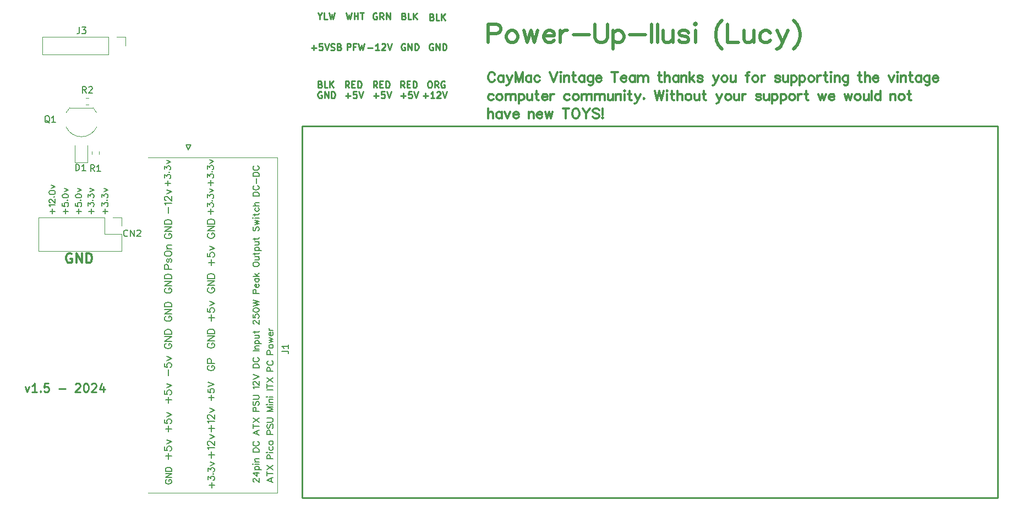
<source format=gbr>
%TF.GenerationSoftware,KiCad,Pcbnew,8.0.3*%
%TF.CreationDate,2024-11-03T21:09:01+01:00*%
%TF.ProjectId,IIsi_ATX,49497369-5f41-4545-982e-6b696361645f,rev?*%
%TF.SameCoordinates,Original*%
%TF.FileFunction,Legend,Top*%
%TF.FilePolarity,Positive*%
%FSLAX46Y46*%
G04 Gerber Fmt 4.6, Leading zero omitted, Abs format (unit mm)*
G04 Created by KiCad (PCBNEW 8.0.3) date 2024-11-03 21:09:01*
%MOMM*%
%LPD*%
G01*
G04 APERTURE LIST*
%ADD10C,0.300000*%
%ADD11C,0.203200*%
%ADD12C,0.152000*%
%ADD13C,0.130000*%
%ADD14C,0.500000*%
%ADD15C,0.254000*%
%ADD16C,0.100100*%
%ADD17C,0.250000*%
%ADD18C,0.150000*%
%ADD19C,0.120000*%
%ADD20C,0.127000*%
G04 APERTURE END LIST*
D10*
X144273690Y-64865960D02*
X144484510Y-64655130D01*
D11*
X95889180Y-111157460D02*
X95843450Y-111111730D01*
X95843450Y-123931120D02*
X96798490Y-123567890D01*
D10*
X161830170Y-65572070D02*
X162040990Y-65572070D01*
D12*
X87617100Y-106385200D02*
X87512960Y-106331860D01*
X80077730Y-80753780D02*
X80077730Y-80545500D01*
D13*
X86765520Y-109595460D02*
X87720560Y-109232240D01*
D10*
X182655630Y-64584020D02*
X182515930Y-64655130D01*
D11*
X95843450Y-111203180D02*
X95889180Y-111157460D01*
D10*
X198848130Y-61754460D02*
X198634770Y-61754460D01*
X198987830Y-61825570D02*
X198848130Y-61754460D01*
X198284250Y-62178630D02*
X199130070Y-62178630D01*
X181967290Y-62742520D02*
X182106990Y-62742520D01*
D12*
X65256780Y-80072940D02*
X65119620Y-79984040D01*
X80077650Y-98406680D02*
X81167310Y-97680240D01*
D10*
X153501510Y-61754460D02*
X153643750Y-61825570D01*
X157420730Y-61754460D02*
X157631550Y-61754460D01*
D12*
X81040340Y-122084540D02*
X81131770Y-122175970D01*
D11*
X94001950Y-120776440D02*
X94047680Y-120684990D01*
X94139110Y-88658130D02*
X94047680Y-88566700D01*
D14*
X155916990Y-53829650D02*
X155916990Y-56694780D01*
D10*
X158660250Y-61754460D02*
X158518010Y-61825570D01*
X151599050Y-65290130D02*
X151670170Y-65500960D01*
X174878150Y-64797380D02*
X175020390Y-64655130D01*
D11*
X94639490Y-79966260D02*
X94639490Y-80286290D01*
D12*
X87170120Y-123539140D02*
X87215840Y-123447700D01*
D10*
X138213200Y-67766630D02*
X138213200Y-67624390D01*
D11*
X96343840Y-104213100D02*
X96343840Y-104622040D01*
D14*
X177161560Y-57375490D02*
X176889770Y-57647280D01*
X160308650Y-55739730D02*
X160580430Y-55874360D01*
D10*
X142963050Y-65358710D02*
X143102750Y-65500960D01*
D11*
X94456610Y-89186460D02*
X94593770Y-89140730D01*
D14*
X157225090Y-56694780D02*
X157636580Y-56694780D01*
D10*
X134860450Y-65572070D02*
X134718210Y-65500960D01*
X133803750Y-67555810D02*
X133732630Y-67766630D01*
D14*
X172363490Y-54784700D02*
X172089180Y-54921860D01*
D11*
X94273740Y-93794020D02*
X94184840Y-93794020D01*
D10*
X171792050Y-64655130D02*
X171581230Y-64584020D01*
D11*
X93684450Y-112076940D02*
X93684450Y-112257280D01*
D10*
X162802990Y-62318330D02*
X162874110Y-62460570D01*
D14*
X133361790Y-54784700D02*
X133090020Y-54921860D01*
D12*
X87589210Y-81865360D02*
X87543500Y-81911090D01*
D11*
X94593770Y-111048230D02*
X94502340Y-110956790D01*
D12*
X80077650Y-94690660D02*
X80077650Y-94898940D01*
D14*
X134316840Y-55193630D02*
X134045060Y-54921860D01*
D10*
X138157370Y-65008200D02*
X139003190Y-65008200D01*
D12*
X86783930Y-113970990D02*
X86888070Y-113920190D01*
X66559790Y-79984040D02*
X66425180Y-80072940D01*
D10*
X158307190Y-62318330D02*
X158378310Y-62529150D01*
D12*
X66788390Y-81856020D02*
X66742680Y-81810290D01*
D11*
X93684450Y-121439380D02*
X93638740Y-121485100D01*
D10*
X189942890Y-65572070D02*
X190082590Y-65500960D01*
D11*
X93684450Y-90695210D02*
X93684450Y-90875550D01*
D10*
X130153830Y-62671390D02*
X130293530Y-62742520D01*
D14*
X159353610Y-56557620D02*
X159216450Y-56285830D01*
D12*
X80440870Y-118388860D02*
X81167310Y-118078980D01*
D10*
X159772770Y-64865960D02*
X159772770Y-65572070D01*
X134085750Y-61261700D02*
X134085750Y-62742520D01*
D11*
X94093400Y-97484630D02*
X93864790Y-97530360D01*
D10*
X197819430Y-61967810D02*
X197677190Y-61825570D01*
D12*
X80595840Y-105958070D02*
X80753310Y-105904730D01*
D11*
X93684450Y-77248460D02*
X93684450Y-76930960D01*
D12*
X87718650Y-92426710D02*
X87769450Y-92584190D01*
D11*
X94047680Y-108840970D02*
X94184840Y-108929880D01*
X94639490Y-85422180D02*
X94593770Y-85556790D01*
X94593770Y-88249200D02*
X94639490Y-88340630D01*
D10*
X143455810Y-65572070D02*
X143595510Y-65500960D01*
X185264210Y-62882210D02*
X185193090Y-63093040D01*
D12*
X71307060Y-80527600D02*
X71215610Y-80573310D01*
D11*
X96752770Y-115450050D02*
X96798490Y-115584680D01*
X96661340Y-106212070D02*
X96752770Y-106120630D01*
X94184840Y-113011650D02*
X94184840Y-113420600D01*
D13*
X87720560Y-110304120D02*
X87674840Y-110441280D01*
D10*
X148726310Y-65572070D02*
X148866010Y-65500960D01*
D12*
X80440900Y-105561830D02*
X81167340Y-105251960D01*
X80077650Y-103199660D02*
X80077650Y-103407940D01*
D11*
X96160950Y-102066790D02*
X96798490Y-102249680D01*
D12*
X64756390Y-79938310D02*
X64527790Y-79984040D01*
D11*
X93684450Y-108975600D02*
X93730180Y-108884150D01*
D10*
X164916270Y-62742520D02*
X164774030Y-63024460D01*
X131675240Y-67342460D02*
X131464420Y-67342460D01*
X194817150Y-65572070D02*
X194959390Y-65572070D01*
D12*
X87589210Y-75683010D02*
X87634930Y-75820170D01*
D11*
X96798490Y-114784570D02*
X96798490Y-114693130D01*
X94047680Y-82176050D02*
X94001950Y-82267490D01*
X96343840Y-115538960D02*
X96387020Y-115450050D01*
D10*
X170537290Y-62178630D02*
X170537290Y-62318330D01*
D12*
X86679840Y-105521600D02*
X86733180Y-105366660D01*
X86679790Y-114938730D02*
X87769450Y-114938730D01*
D10*
X147514680Y-66849700D02*
X147514680Y-67837750D01*
X162040990Y-65572070D02*
X162183230Y-65500960D01*
D11*
X96752770Y-114921730D02*
X96798490Y-114784570D01*
D12*
X81012370Y-103616220D02*
X81116510Y-103512080D01*
D11*
X94139110Y-122376630D02*
X94047680Y-122285200D01*
X93684450Y-94865890D02*
X93730180Y-94731280D01*
D10*
X142145170Y-64584020D02*
X141934350Y-64584020D01*
X189787950Y-62671390D02*
X189927650Y-62529150D01*
X196973610Y-62178630D02*
X196973610Y-62318330D01*
D14*
X142962990Y-55465410D02*
X145416630Y-55465410D01*
D11*
X94001950Y-98830830D02*
X94001950Y-98693680D01*
D10*
X147174370Y-62671390D02*
X147316610Y-62529150D01*
D12*
X67288780Y-80072940D02*
X67151620Y-79984040D01*
X69193780Y-81810290D02*
X69148050Y-81856020D01*
D10*
X137692550Y-61825570D02*
X137550310Y-61754460D01*
D11*
X94456610Y-102158230D02*
X94593770Y-102112520D01*
D12*
X80128450Y-103098060D02*
X80077650Y-103199660D01*
D10*
X158378310Y-61967810D02*
X158307190Y-62178630D01*
D14*
X165571540Y-53557880D02*
X165299750Y-53966810D01*
D12*
X86834730Y-86030990D02*
X86730590Y-86135130D01*
X63087620Y-80001810D02*
X63224780Y-79910380D01*
D10*
X162802990Y-61825570D02*
X162592170Y-61754460D01*
D12*
X86730590Y-86135130D02*
X86679790Y-86236730D01*
D10*
X194634270Y-61754460D02*
X195127030Y-61754460D01*
D11*
X93775900Y-99902710D02*
X93730180Y-99856990D01*
D10*
X177824550Y-61967810D02*
X177964250Y-61825570D01*
D12*
X86679890Y-76091950D02*
X86679890Y-75594110D01*
D15*
X101296840Y-69557330D02*
X208296620Y-69557330D01*
D10*
X152627750Y-65993710D02*
X152488050Y-66064830D01*
D11*
X96252400Y-116339050D02*
X96298110Y-116384780D01*
D10*
X194606330Y-65290130D02*
X194677450Y-65500960D01*
D12*
X67288780Y-81401360D02*
X67334490Y-81538520D01*
X81116510Y-96816640D02*
X81167310Y-96974120D01*
D11*
X96343840Y-112003280D02*
X96206680Y-111866120D01*
D12*
X87718650Y-103026130D02*
X87614510Y-102921990D01*
D11*
X93684450Y-76039410D02*
X93730180Y-76130860D01*
D10*
X173709750Y-65500960D02*
X173567510Y-65358710D01*
D12*
X65165340Y-81309910D02*
X65256780Y-81401360D01*
X86679790Y-101456410D02*
X87769450Y-101456410D01*
D11*
X93819080Y-105147810D02*
X93730180Y-105239260D01*
X93684450Y-79077260D02*
X93730180Y-79166150D01*
X96160950Y-103321550D02*
X96160950Y-103458710D01*
D10*
X137692550Y-62671390D02*
X137832250Y-62529150D01*
D12*
X87355430Y-86757430D02*
X87510370Y-86706630D01*
X87302090Y-120539430D02*
X87302090Y-119604710D01*
X63270490Y-81373410D02*
X63270490Y-80738410D01*
D11*
X94593770Y-87766600D02*
X94639490Y-87675150D01*
X94047680Y-102912620D02*
X94001950Y-102821180D01*
D10*
X177288610Y-61967810D02*
X177359730Y-62178630D01*
D14*
X172089180Y-54921860D02*
X171817400Y-55193630D01*
X177844810Y-55193630D02*
X177844810Y-55739730D01*
D12*
X87406340Y-80973830D02*
X87452050Y-81019540D01*
D11*
X94593770Y-98967990D02*
X94548060Y-99013710D01*
D14*
X160171490Y-56694780D02*
X159762560Y-56694780D01*
D12*
X80131070Y-80441360D02*
X80181870Y-80388020D01*
D11*
X94273740Y-121830540D02*
X94365180Y-121830540D01*
D10*
X135889150Y-64584020D02*
X135889150Y-65290130D01*
D11*
X96661340Y-101721360D02*
X96752770Y-101629910D01*
D10*
X146287910Y-64584020D02*
X146287910Y-65572070D01*
X133732630Y-67906330D02*
X133803750Y-68117150D01*
D12*
X87589210Y-76091950D02*
X87543500Y-76137670D01*
D10*
X179978470Y-62529150D02*
X180049590Y-62318330D01*
X158251310Y-65500960D02*
X158391010Y-65572070D01*
D12*
X68284460Y-81810290D02*
X68284460Y-81309910D01*
X80649230Y-80492160D02*
X81169930Y-81012860D01*
D10*
X179696530Y-62742520D02*
X179838770Y-62671390D01*
D11*
X94047680Y-98559050D02*
X94139110Y-98467620D01*
D10*
X130435770Y-64584020D02*
X130224950Y-64584020D01*
X179838770Y-62671390D02*
X179978470Y-62529150D01*
D12*
X81167310Y-110408180D02*
X81167310Y-110565660D01*
X86834730Y-102921990D02*
X86730590Y-103026130D01*
D14*
X171680240Y-55602570D02*
X171680240Y-55874360D01*
X140072470Y-55602570D02*
X140072470Y-55330790D01*
D10*
X130011590Y-62529150D02*
X130153830Y-62671390D01*
X158391010Y-65572070D02*
X158533250Y-65572070D01*
D12*
X80987050Y-77083360D02*
X81032770Y-77220520D01*
D10*
X183178870Y-62036390D02*
X183389690Y-61825570D01*
X136242210Y-62742520D02*
X136381910Y-62671390D01*
D11*
X94593770Y-82176050D02*
X94502340Y-82084620D01*
D10*
X132564290Y-64865960D02*
X132775110Y-64655130D01*
D12*
X80077650Y-86308660D02*
X80077650Y-86516940D01*
D14*
X172363490Y-56694780D02*
X172772430Y-56694780D01*
D12*
X86730590Y-100935710D02*
X86834730Y-100831570D01*
X70443450Y-81810290D02*
X70443450Y-81309910D01*
X80077730Y-77492290D02*
X80077730Y-76991910D01*
X66788390Y-79938310D02*
X66559790Y-79984040D01*
D15*
X208296620Y-126707330D02*
X101296840Y-126707330D01*
D12*
X69193780Y-80072940D02*
X69239490Y-80210100D01*
X66696960Y-81538520D02*
X66742680Y-81401360D01*
D10*
X151162170Y-62036390D02*
X151093590Y-61896700D01*
X178599250Y-61967810D02*
X178667830Y-62178630D01*
X179203770Y-62529150D02*
X179346010Y-62671390D01*
X150529710Y-62671390D02*
X150669410Y-62742520D01*
D12*
X80699950Y-112102360D02*
X80699950Y-111167640D01*
X87614510Y-83940570D02*
X87718650Y-84044710D01*
X87769450Y-103336010D02*
X87769450Y-103127730D01*
D11*
X94273740Y-88112040D02*
X94365180Y-88112040D01*
D12*
X80649150Y-87797100D02*
X81167310Y-87797100D01*
D10*
X191477050Y-61754460D02*
X191901230Y-62742520D01*
D11*
X94001950Y-90121180D02*
X94456610Y-90121180D01*
D12*
X81116510Y-103098060D02*
X81012370Y-102993920D01*
D11*
X94273740Y-94340120D02*
X94273740Y-93794020D01*
D12*
X62361180Y-79910380D02*
X62495790Y-80001810D01*
D11*
X93684450Y-85422180D02*
X93730180Y-85556790D01*
D10*
X133196750Y-62742520D02*
X133057050Y-63024460D01*
D12*
X80545010Y-90852720D02*
X80595810Y-90906060D01*
D11*
X94273740Y-102457960D02*
X94365180Y-102457960D01*
D12*
X86938870Y-85977650D02*
X86834730Y-86030990D01*
D10*
X153714870Y-62036390D02*
X153925690Y-61825570D01*
X134436220Y-67413570D02*
X134296520Y-67342460D01*
X145513210Y-61754460D02*
X145370970Y-61825570D01*
D11*
X94639490Y-83021880D02*
X94639490Y-82930440D01*
D12*
X80077730Y-80545500D02*
X80131070Y-80441360D01*
D11*
X94502340Y-82584990D02*
X94593770Y-82493550D01*
X96160950Y-111640050D02*
X96206680Y-111548620D01*
D10*
X182642930Y-61332810D02*
X182714050Y-61261700D01*
X138368190Y-64655130D02*
X138228490Y-64797380D01*
D12*
X81116510Y-115165600D02*
X81065710Y-115216400D01*
D10*
X131886110Y-65500960D02*
X132028350Y-65358710D01*
D12*
X62724390Y-79409990D02*
X62495790Y-79455710D01*
X65256780Y-81401360D02*
X65302490Y-81538520D01*
X81116510Y-119356600D02*
X81065710Y-119407400D01*
X81012370Y-98802920D02*
X80908230Y-98749580D01*
D11*
X96524180Y-119366730D02*
X96661340Y-119321020D01*
D10*
X135213510Y-64655130D02*
X135353210Y-64797380D01*
D12*
X67151620Y-80527600D02*
X67288780Y-80438700D01*
X62361180Y-80873040D02*
X62406890Y-80827310D01*
D11*
X93956240Y-123702520D02*
X94047680Y-123748230D01*
D12*
X80286010Y-80337220D02*
X80390150Y-80337220D01*
D11*
X93730180Y-79166150D02*
X93819080Y-79257600D01*
D12*
X68601960Y-79092490D02*
X69239490Y-79364280D01*
X87614510Y-102921990D02*
X87510370Y-102868650D01*
D11*
X93684450Y-115058890D02*
X94639490Y-114421360D01*
D12*
X87634930Y-75957330D02*
X87589210Y-76091950D01*
D10*
X176795850Y-61754460D02*
X177006670Y-61754460D01*
X146132920Y-66920810D02*
X145990680Y-67060520D01*
X134085700Y-67342460D02*
X133943450Y-67413570D01*
X133689510Y-64584020D02*
X133902870Y-64584020D01*
X162592170Y-62742520D02*
X162378810Y-62742520D01*
D11*
X94047680Y-88249200D02*
X94139110Y-88157760D01*
X93775900Y-112831310D02*
X93864790Y-112785600D01*
X94639490Y-111185390D02*
X94593770Y-111048230D01*
D12*
X87302090Y-99457430D02*
X87302090Y-98522710D01*
D11*
X96298110Y-100875540D02*
X96206680Y-100784100D01*
X96206680Y-103550150D02*
X96298110Y-103639050D01*
D12*
X67334490Y-80210100D02*
X67288780Y-80072940D01*
X80077650Y-102597680D02*
X81167310Y-102597680D01*
D11*
X94410900Y-91104150D02*
X94502340Y-91058440D01*
X96206680Y-106303520D02*
X96432740Y-106303520D01*
D10*
X175652850Y-64797380D02*
X175723970Y-65008200D01*
X141934350Y-61754460D02*
X142145170Y-61754460D01*
D12*
X80128450Y-92498640D02*
X80232590Y-92394500D01*
D11*
X96252400Y-104030210D02*
X96298110Y-104075940D01*
D12*
X86730590Y-84044710D02*
X86834730Y-83940570D01*
D10*
X171159590Y-65500960D02*
X171088470Y-65358710D01*
X149755010Y-64655130D02*
X149894710Y-64584020D01*
D12*
X80128450Y-98907060D02*
X80077650Y-99008660D01*
X86679890Y-81865360D02*
X86679890Y-81364980D01*
X87043010Y-97920730D02*
X87043010Y-97763250D01*
D11*
X95843450Y-116930880D02*
X95843450Y-116521940D01*
D12*
X87088840Y-81410700D02*
X87134550Y-81364980D01*
D11*
X96432740Y-118520910D02*
X96524180Y-118520910D01*
D10*
X177105730Y-65147890D02*
X177105730Y-65008200D01*
D11*
X94001950Y-94111520D02*
X94047680Y-94202960D01*
D14*
X173044220Y-56557620D02*
X173315990Y-56285830D01*
D11*
X94001950Y-121485100D02*
X94639490Y-121485100D01*
D12*
X80494210Y-96608360D02*
X80753290Y-96608360D01*
D10*
X182515930Y-64655130D02*
X182373690Y-64797380D01*
X193394750Y-62036390D02*
X193605570Y-61825570D01*
X183150930Y-64865960D02*
X183079810Y-64726250D01*
X146681610Y-62671390D02*
X146823850Y-62742520D01*
D12*
X80440950Y-77266230D02*
X80440950Y-77129070D01*
D10*
X145160150Y-62318330D02*
X145231270Y-62529150D01*
X138142080Y-67484700D02*
X138073490Y-67413570D01*
X182655630Y-65572070D02*
X182868990Y-65572070D01*
X189645710Y-61754460D02*
X189434890Y-61754460D01*
X158518010Y-62671390D02*
X158660250Y-62742520D01*
D12*
X80908230Y-86778560D02*
X81012370Y-86725220D01*
D10*
X131253650Y-64797380D02*
X131182530Y-65008200D01*
X145513210Y-63235280D02*
X145370970Y-63164150D01*
D14*
X149671130Y-56694780D02*
X149399360Y-56557620D01*
D10*
X143793580Y-67060520D02*
X143653880Y-66920810D01*
D11*
X93684450Y-86875050D02*
X94456610Y-86875050D01*
X94001950Y-89321070D02*
X94001950Y-89003570D01*
D12*
X86679790Y-86445010D02*
X86730590Y-86549150D01*
D10*
X174342210Y-65358710D02*
X174202510Y-65500960D01*
D12*
X71032740Y-79938310D02*
X71124180Y-79938310D01*
D11*
X94001950Y-82404650D02*
X94047680Y-82493550D01*
D12*
X87487620Y-122030380D02*
X87624780Y-122076110D01*
D10*
X138721250Y-65572070D02*
X138860950Y-65500960D01*
D11*
X93775900Y-109295630D02*
X93730180Y-109249910D01*
D10*
X198284250Y-62178630D02*
X198284250Y-62318330D01*
D11*
X96160950Y-112003280D02*
X96798490Y-112003280D01*
X94047680Y-121967700D02*
X94139110Y-121876260D01*
D12*
X71215610Y-80873040D02*
X71169900Y-80918760D01*
D10*
X143935810Y-67413570D02*
X143864700Y-67202750D01*
D12*
X87355480Y-107111640D02*
X87512960Y-107060840D01*
X81116510Y-118889240D02*
X81167310Y-119044180D01*
X70443450Y-81309910D02*
X70806680Y-81584230D01*
D10*
X143244990Y-64584020D02*
X143102750Y-64655130D01*
X158998070Y-64091250D02*
X158998070Y-65572070D01*
D11*
X93864790Y-97530360D02*
X93730180Y-97621790D01*
D12*
X86938870Y-118606490D02*
X86888070Y-118606490D01*
D10*
X158307190Y-62178630D02*
X158307190Y-62318330D01*
X193013750Y-65008200D02*
X193013750Y-65147890D01*
X143089990Y-68259390D02*
X143229700Y-68330520D01*
X129871890Y-65008200D02*
X129871890Y-65147890D01*
X197537490Y-61754460D02*
X197326670Y-61754460D01*
D11*
X94001950Y-101358130D02*
X94001950Y-101040630D01*
D12*
X81131770Y-124365460D02*
X81177490Y-124276550D01*
D10*
X131817470Y-67413570D02*
X131675240Y-67342460D01*
D11*
X93684450Y-114421360D02*
X94639490Y-115058890D01*
D14*
X165843310Y-53283550D02*
X165571540Y-53557880D01*
D10*
X179135190Y-62318330D02*
X179203770Y-62529150D01*
X145751970Y-64655130D02*
X145823090Y-64865960D01*
X143229700Y-66849700D02*
X143089990Y-66920810D01*
X157433430Y-64020130D02*
X157362310Y-64091250D01*
X151812410Y-65572070D02*
X151952110Y-65572070D01*
X198495070Y-62671390D02*
X198634770Y-62742520D01*
D12*
X86730590Y-118088330D02*
X86783930Y-118034990D01*
D10*
X177034610Y-65358710D02*
X177105730Y-65147890D01*
X131746410Y-62742520D02*
X131957230Y-62742520D01*
D12*
X64664960Y-81538520D02*
X64710680Y-81401360D01*
D10*
X174342210Y-64797380D02*
X174413330Y-65008200D01*
X179485710Y-61754460D02*
X179346010Y-61825570D01*
D11*
X94639490Y-106402570D02*
X94639490Y-106722620D01*
D12*
X80440870Y-114853180D02*
X80494210Y-114698240D01*
X87147150Y-98126470D02*
X87096350Y-98075670D01*
D11*
X93819080Y-85013230D02*
X93730180Y-85104680D01*
D10*
X163280510Y-65572070D02*
X163422750Y-65572070D01*
X197044730Y-62529150D02*
X197184430Y-62671390D01*
X132028350Y-64797380D02*
X131886110Y-64655130D01*
D14*
X139798150Y-54921860D02*
X139526380Y-54784700D01*
D12*
X80077650Y-97337340D02*
X80077650Y-96974120D01*
D11*
X96661340Y-103639050D02*
X96752770Y-103550150D01*
X94001950Y-84347760D02*
X94639490Y-84530630D01*
X94639490Y-97847860D02*
X94639490Y-97758960D01*
D14*
X160580430Y-55874360D02*
X160717590Y-56148680D01*
D10*
X160308710Y-65358710D02*
X160448410Y-65500960D01*
D14*
X169417090Y-56557620D02*
X169688880Y-56694780D01*
D10*
X138368190Y-65500960D02*
X138510430Y-65572070D01*
D11*
X94502340Y-121876260D02*
X94593770Y-121967700D01*
D12*
X80494210Y-87850440D02*
X80649150Y-87797100D01*
X81012370Y-89887520D02*
X81116510Y-89938320D01*
D11*
X94139110Y-94294390D02*
X94273740Y-94340120D01*
X96298110Y-103138680D02*
X96206680Y-103230120D01*
D14*
X138571340Y-55193630D02*
X138436720Y-55602570D01*
D10*
X175160090Y-65572070D02*
X175020390Y-65500960D01*
D14*
X170781080Y-54784700D02*
X170781080Y-56694780D01*
D10*
X162310230Y-62178630D02*
X162660750Y-62249750D01*
X171101170Y-61754460D02*
X170890350Y-61754460D01*
D12*
X80494210Y-88213660D02*
X80440870Y-88109520D01*
D13*
X86765520Y-108869020D02*
X87720560Y-109232240D01*
D10*
X135424330Y-65147890D02*
X135353210Y-65358710D01*
X176049090Y-61754460D02*
X176049090Y-62742520D01*
X178881190Y-65500960D02*
X179020890Y-65572070D01*
D11*
X94319450Y-116885150D02*
X94319450Y-116430490D01*
D10*
X144695330Y-61754460D02*
X144695330Y-62742520D01*
D11*
X94410900Y-106130790D02*
X94502340Y-106176520D01*
D12*
X87670500Y-122619670D02*
X87579050Y-122665380D01*
D10*
X185193090Y-63093040D02*
X185121970Y-63164150D01*
X180712530Y-64584020D02*
X180994470Y-65572070D01*
D12*
X87769450Y-94618730D02*
X87718650Y-94517130D01*
D10*
X193366810Y-64584020D02*
X193224570Y-64655130D01*
D11*
X94639490Y-93976890D02*
X94593770Y-93885460D01*
D10*
X166706970Y-65572070D02*
X166917790Y-65572070D01*
X164494630Y-61754460D02*
X164916270Y-62742520D01*
X193084870Y-64797380D02*
X193013750Y-65008200D01*
D11*
X96298110Y-106694680D02*
X96343840Y-106831830D01*
D10*
X131393350Y-64655130D02*
X131253650Y-64797380D01*
D14*
X132681080Y-55602570D02*
X132681080Y-55874360D01*
X138436720Y-55602570D02*
X138436720Y-55874360D01*
D11*
X96206680Y-101629910D02*
X96298110Y-101721360D01*
D10*
X176259910Y-65358710D02*
X176399610Y-65500960D01*
D11*
X94593770Y-102112520D02*
X94639490Y-102021070D01*
D12*
X80232590Y-111635000D02*
X81167310Y-111635000D01*
D10*
X193930690Y-65008200D02*
X193859570Y-64797380D01*
X150318890Y-62318330D02*
X150387470Y-62529150D01*
X172272110Y-61754460D02*
X172482930Y-61754460D01*
D11*
X93819080Y-112485880D02*
X93910520Y-112485880D01*
D12*
X87510370Y-103597630D02*
X87614510Y-103544290D01*
D10*
X177781370Y-64655130D02*
X177921070Y-64584020D01*
D11*
X96160950Y-102430020D02*
X96798490Y-102612890D01*
D10*
X136127860Y-67624390D02*
X136338680Y-67413570D01*
X146991490Y-64655130D02*
X147062610Y-64865960D01*
D11*
X93638740Y-83639100D02*
X93684450Y-83684810D01*
X93730180Y-83639100D02*
X93684450Y-83593380D01*
D14*
X177161560Y-53557880D02*
X177435880Y-53966810D01*
D11*
X94639490Y-111276830D02*
X94639490Y-111185390D01*
D10*
X151980050Y-62742520D02*
X152190870Y-62742520D01*
X152333110Y-62671390D02*
X152472810Y-62529150D01*
D14*
X132818240Y-56285830D02*
X133090020Y-56557620D01*
D10*
X161083410Y-64797380D02*
X160943710Y-64655130D01*
D12*
X68284460Y-80481880D02*
X68284460Y-79984040D01*
D10*
X158998070Y-64865960D02*
X159208890Y-64655130D01*
X135424330Y-65008200D02*
X135424330Y-65147890D01*
D11*
X94593770Y-93039630D02*
X94502340Y-92948200D01*
D12*
X80545010Y-110771400D02*
X80494210Y-110720600D01*
D14*
X165299750Y-56966550D02*
X165571540Y-57375490D01*
D10*
X146696790Y-67624390D02*
X146836490Y-67695520D01*
D11*
X93910520Y-105739630D02*
X94047680Y-105785360D01*
D12*
X80440870Y-115010660D02*
X80440870Y-114853180D01*
D10*
X142145170Y-61754460D02*
X142284870Y-61825570D01*
D12*
X80077650Y-93019340D02*
X81167310Y-93019340D01*
X80494240Y-106062210D02*
X80595840Y-105958070D01*
D11*
X94047680Y-81330230D02*
X94184840Y-81284520D01*
D10*
X146823850Y-61754460D02*
X146681610Y-61825570D01*
X146823850Y-62742520D02*
X147034670Y-62742520D01*
D12*
X87667850Y-89617470D02*
X87563710Y-89670810D01*
D10*
X131464470Y-62529150D02*
X131604170Y-62671390D01*
X165337910Y-61754460D02*
X164916270Y-62742520D01*
D14*
X140072470Y-55330790D02*
X139935310Y-55056470D01*
D10*
X165182970Y-65993710D02*
X165043270Y-66064830D01*
D12*
X66923020Y-80573310D02*
X67151620Y-80527600D01*
X87769450Y-103127730D02*
X87718650Y-103026130D01*
D10*
X171243410Y-62671390D02*
X171383110Y-62529150D01*
X150318890Y-62178630D02*
X150318890Y-62318330D01*
X184418390Y-62318330D02*
X184489510Y-62529150D01*
D12*
X87043120Y-75865880D02*
X87043120Y-75728720D01*
D10*
X138157370Y-65147890D02*
X138228490Y-65358710D01*
X148302130Y-65290130D02*
X148373250Y-65500960D01*
X132564290Y-64584020D02*
X132564290Y-65572070D01*
D11*
X94273740Y-79648760D02*
X94410900Y-79694470D01*
D12*
X87355430Y-103648430D02*
X87510370Y-103597630D01*
D14*
X174626630Y-57512650D02*
X174352310Y-57647280D01*
D12*
X80545010Y-115216400D02*
X80494210Y-115165600D01*
X87769450Y-101093190D02*
X87769450Y-101456410D01*
D11*
X93684450Y-79966260D02*
X93730180Y-79831630D01*
D12*
X80336730Y-86778560D02*
X80494210Y-86829360D01*
X87512960Y-107060840D02*
X87617100Y-107007500D01*
X87634930Y-81728200D02*
X87589210Y-81865360D01*
D10*
X179203770Y-61967810D02*
X179135190Y-62178630D01*
D11*
X94639490Y-102021070D02*
X94639490Y-101886460D01*
X94593770Y-121967700D02*
X94639490Y-122059130D01*
D10*
X136127860Y-67342460D02*
X136127860Y-68330520D01*
D11*
X94047680Y-93039630D02*
X94001950Y-93131070D01*
D10*
X138073490Y-68259390D02*
X138213200Y-68117150D01*
D12*
X87096350Y-86757430D02*
X87355430Y-86757430D01*
D10*
X154489570Y-62036390D02*
X154489570Y-62742520D01*
D14*
X159762560Y-54784700D02*
X159353610Y-54921860D01*
D10*
X159617830Y-61754460D02*
X159617830Y-62742520D01*
D12*
X80336730Y-83961700D02*
X80494210Y-83908360D01*
X87614510Y-88995170D02*
X87718650Y-89099310D01*
X80077650Y-93019340D02*
X80077650Y-92656120D01*
D10*
X153869810Y-65219020D02*
X153798690Y-65290130D01*
D11*
X94001950Y-103575550D02*
X94001950Y-103440940D01*
X94639490Y-87540540D02*
X94593770Y-87449100D01*
D10*
X147514680Y-68188280D02*
X147443560Y-68259390D01*
X189081830Y-62178630D02*
X189927650Y-62178630D01*
D11*
X94502340Y-79740200D02*
X94593770Y-79831630D01*
X96298110Y-101721360D02*
X96432740Y-101767070D01*
D10*
X150669410Y-61754460D02*
X150529710Y-61825570D01*
X174103450Y-62671390D02*
X174032330Y-62529150D01*
D12*
X87718650Y-94517130D02*
X87614510Y-94412990D01*
X62815840Y-80918760D02*
X63270490Y-81373410D01*
X69193780Y-81401360D02*
X69239490Y-81538520D01*
D10*
X193224570Y-64655130D02*
X193084870Y-64797380D01*
D12*
X86679840Y-106593480D02*
X86679840Y-106799220D01*
X87396180Y-123356270D02*
X87487620Y-123356270D01*
D10*
X187024430Y-61261700D02*
X187024430Y-62460570D01*
D12*
X86679890Y-75594110D02*
X87043120Y-75865880D01*
D10*
X129871890Y-65147890D02*
X129943010Y-65358710D01*
D11*
X94228020Y-85104680D02*
X94273740Y-85058960D01*
D12*
X87251290Y-118139130D02*
X87769450Y-118659830D01*
X81012370Y-89440480D02*
X81116510Y-89336340D01*
X71352770Y-80481880D02*
X71307060Y-80527600D01*
D10*
X130717710Y-64797380D02*
X130575470Y-64655130D01*
D11*
X94001950Y-88658130D02*
X94956990Y-88658130D01*
D10*
X137720430Y-68330520D02*
X137931250Y-68330520D01*
D12*
X80077680Y-106008880D02*
X80077680Y-106529570D01*
D10*
X171863170Y-65358710D02*
X171792050Y-65500960D01*
X144977270Y-64655130D02*
X145048390Y-64865960D01*
D12*
X81116510Y-110720600D02*
X81065710Y-110771400D01*
X87510370Y-83889770D02*
X87614510Y-83940570D01*
D10*
X175696030Y-62742520D02*
X175835730Y-62671390D01*
D14*
X155017840Y-53829650D02*
X155017840Y-56694780D01*
D11*
X94184840Y-81784890D02*
X94047680Y-81647730D01*
D10*
X185828090Y-64584020D02*
X185546150Y-65572070D01*
D12*
X81116510Y-89336340D02*
X81167310Y-89232200D01*
D14*
X146727270Y-56557620D02*
X147136220Y-56694780D01*
D10*
X158378310Y-62529150D02*
X158518010Y-62671390D01*
D12*
X71169900Y-80918760D02*
X71215610Y-80964470D01*
D10*
X133803750Y-68117150D02*
X133943450Y-68259390D01*
D12*
X87096350Y-98075670D02*
X87043010Y-97920730D01*
X65302490Y-80301540D02*
X65302490Y-80210100D01*
X87718650Y-97608310D02*
X87769450Y-97763250D01*
D10*
X178317310Y-62742520D02*
X178106490Y-62742520D01*
X132914810Y-64584020D02*
X133128170Y-64584020D01*
D11*
X93730180Y-76793790D02*
X93819080Y-76702360D01*
D12*
X86938870Y-94359650D02*
X86834730Y-94412990D01*
D11*
X93864790Y-99402330D02*
X93956240Y-99402330D01*
D10*
X195734090Y-61967810D02*
X195662970Y-62178630D01*
D12*
X62495790Y-80784130D02*
X62587230Y-80784130D01*
D10*
X132099470Y-65147890D02*
X132099470Y-65008200D01*
X185264210Y-61967810D02*
X185121970Y-61825570D01*
D13*
X87674840Y-110032340D02*
X87720560Y-110169500D01*
D12*
X80494210Y-115165600D02*
X80440870Y-115010660D01*
D11*
X95843450Y-109813790D02*
X95843450Y-109176260D01*
X93775900Y-123748230D02*
X93864790Y-123702520D01*
D10*
X174314270Y-62742520D02*
X174103450Y-62671390D01*
D12*
X87088840Y-76965700D02*
X87134550Y-76919980D01*
X66514070Y-82610390D02*
X67334490Y-82610390D01*
X62450070Y-82610390D02*
X63270490Y-82610390D01*
D11*
X94502340Y-88157760D02*
X94593770Y-88249200D01*
D12*
X81167340Y-106217150D02*
X81167340Y-106374630D01*
D14*
X161753920Y-54784700D02*
X161753920Y-56694780D01*
D12*
X86679790Y-102525750D02*
X87769450Y-101799310D01*
X87716210Y-122165010D02*
X87761930Y-122302170D01*
D10*
X139821070Y-64584020D02*
X140031890Y-64584020D01*
D12*
X64527790Y-80527600D02*
X64756390Y-80573310D01*
D11*
X95934900Y-106648960D02*
X96023790Y-106603230D01*
D10*
X135889150Y-61825570D02*
X135746910Y-61967810D01*
X166353910Y-65008200D02*
X166353910Y-65147890D01*
X145160150Y-62178630D02*
X145160150Y-62318330D01*
X166719670Y-62318330D02*
X166719670Y-62178630D01*
X189379010Y-65008200D02*
X189379010Y-65147890D01*
D11*
X94639490Y-76039410D02*
X94639490Y-75859070D01*
X93910520Y-118020540D02*
X93819080Y-118066260D01*
D10*
X166155790Y-61754460D02*
X166016090Y-61825570D01*
D11*
X93956240Y-108795260D02*
X94047680Y-108840970D01*
D10*
X153714870Y-62036390D02*
X153714870Y-62742520D01*
X142284870Y-61825570D02*
X142355990Y-62036390D01*
D12*
X80494210Y-119356600D02*
X80440870Y-119201660D01*
D10*
X141581290Y-65147890D02*
X141652410Y-65358710D01*
D11*
X95843450Y-112302990D02*
X95797740Y-112348710D01*
X93684450Y-109684260D02*
X94639490Y-109684260D01*
D10*
X160943710Y-65500960D02*
X161083410Y-65358710D01*
X162378810Y-61754460D02*
X162167990Y-61825570D01*
X189856530Y-61896700D02*
X189787950Y-61825570D01*
X166016090Y-62671390D02*
X166155790Y-62742520D01*
D11*
X93819080Y-106176520D02*
X93910520Y-106130790D01*
D10*
X130575420Y-67413570D02*
X130646540Y-67624390D01*
D12*
X80336730Y-88764840D02*
X80232590Y-88815640D01*
D11*
X94001950Y-121139650D02*
X94639490Y-121139650D01*
X93684450Y-96275600D02*
X94639490Y-96504200D01*
D12*
X87043120Y-77194300D02*
X87043120Y-77057140D01*
D10*
X178667830Y-62178630D02*
X178667830Y-62318330D01*
X195873790Y-61825570D02*
X195734090Y-61967810D01*
X145370970Y-61825570D02*
X145231270Y-61967810D01*
X131393350Y-62178630D02*
X131393350Y-62318330D01*
D12*
X86888070Y-113920190D02*
X86992210Y-113920190D01*
X87718650Y-86549150D02*
X87769450Y-86445010D01*
X68873730Y-79938310D02*
X68965180Y-79938310D01*
D10*
X166648550Y-62529150D02*
X166719670Y-62318330D01*
D11*
X93684450Y-81784890D02*
X94639490Y-81784890D01*
D10*
X131675240Y-68330520D02*
X131817470Y-68259390D01*
D12*
X80753290Y-110095760D02*
X80857430Y-110095760D01*
X80128450Y-101007640D02*
X80232590Y-100903500D01*
D10*
X147062610Y-64865960D02*
X147062610Y-65572070D01*
D12*
X80811740Y-124093680D02*
X80811740Y-123867620D01*
D11*
X96160950Y-101541020D02*
X96206680Y-101629910D01*
D12*
X80357080Y-122084540D02*
X80448520Y-122038810D01*
X80440900Y-106374630D02*
X80440900Y-106217150D01*
D10*
X135213510Y-61261700D02*
X135213510Y-62742520D01*
X147766190Y-64655130D02*
X147837310Y-64865960D01*
X186292910Y-65147890D02*
X186361490Y-65358710D01*
D12*
X86679790Y-94827010D02*
X86730590Y-94931150D01*
X87269180Y-81319270D02*
X87360620Y-81319270D01*
D10*
X141581290Y-65008200D02*
X141581290Y-65147890D01*
D14*
X151662490Y-55465410D02*
X154116130Y-55465410D01*
D12*
X80753290Y-95211360D02*
X80908230Y-95160560D01*
D10*
X197184430Y-61825570D02*
X197044730Y-61967810D01*
X146287910Y-64865960D02*
X146498730Y-64655130D01*
X142145170Y-65572070D02*
X142284870Y-65500960D01*
X192124750Y-64584020D02*
X192338110Y-64584020D01*
D12*
X87096350Y-95139430D02*
X87355430Y-95139430D01*
D10*
X130575470Y-64655130D02*
X130435770Y-64584020D01*
D11*
X95843450Y-120695150D02*
X95843450Y-120286210D01*
D10*
X181753930Y-62460570D02*
X181825050Y-62671390D01*
D11*
X95889180Y-115450050D02*
X95843450Y-115584680D01*
X96752770Y-118912070D02*
X96661340Y-118820630D01*
D14*
X133770740Y-54784700D02*
X133361790Y-54784700D01*
D10*
X183150930Y-65008200D02*
X183150930Y-64865960D01*
D12*
X86834730Y-120072070D02*
X87769450Y-120072070D01*
D10*
X131464470Y-61967810D02*
X131393350Y-62178630D01*
D11*
X94639490Y-102686550D02*
X94639490Y-102821180D01*
X94593770Y-97621790D02*
X94456610Y-97530360D01*
D12*
X68965180Y-81264200D02*
X69102340Y-81309910D01*
D11*
X94047680Y-120684990D02*
X94184840Y-120639280D01*
D12*
X86679790Y-93290310D02*
X87769450Y-93290310D01*
X81012370Y-84012500D02*
X81116510Y-84116640D01*
X87614510Y-94412990D02*
X87510370Y-94359650D01*
D11*
X95843450Y-107240780D02*
X95843450Y-106831830D01*
D12*
X80987050Y-75754940D02*
X81032770Y-75892100D01*
X87215840Y-123447700D02*
X87261550Y-123401980D01*
D10*
X157504550Y-64091250D02*
X157433430Y-64020130D01*
X193717330Y-64655130D02*
X193577630Y-64584020D01*
X167057490Y-65500960D02*
X167199730Y-65358710D01*
D12*
X80448520Y-123867620D02*
X80357080Y-123910790D01*
D10*
X194098330Y-61825570D02*
X194169450Y-62036390D01*
X145866270Y-63164150D02*
X145724030Y-63235280D01*
D11*
X96298110Y-119321020D02*
X96432740Y-119366730D01*
D12*
X80941330Y-76209600D02*
X80849890Y-76255310D01*
D11*
X96252400Y-106648960D02*
X96298110Y-106694680D01*
X93684450Y-83593380D02*
X93638740Y-83639100D01*
X96023790Y-103984490D02*
X96160950Y-103984490D01*
D12*
X87360620Y-76874270D02*
X87497780Y-76919980D01*
D13*
X87083020Y-110304120D02*
X87083020Y-110169500D01*
D10*
X136381910Y-62671390D02*
X136521610Y-62529150D01*
X153938390Y-65290130D02*
X153869810Y-65219020D01*
X147837310Y-64865960D02*
X147837310Y-65572070D01*
D12*
X86679790Y-84202190D02*
X86730590Y-84044710D01*
D11*
X93910520Y-75630470D02*
X93819080Y-75676200D01*
X94001950Y-93976890D02*
X94001950Y-94111520D01*
D12*
X87512960Y-106331860D02*
X87355480Y-106331860D01*
D11*
X96798490Y-115584680D02*
X96798490Y-115767550D01*
D10*
X138073490Y-67413570D02*
X137931250Y-67342460D01*
X159970890Y-61754460D02*
X160181710Y-61754460D01*
X184771450Y-63235280D02*
X184629210Y-63164150D01*
D14*
X133361790Y-56694780D02*
X133770740Y-56694780D01*
D10*
X189787950Y-61825570D02*
X189645710Y-61754460D01*
D11*
X93864790Y-99948440D02*
X93775900Y-99902710D01*
D10*
X144413390Y-62742520D02*
X144555630Y-62671390D01*
X150387470Y-61967810D02*
X150318890Y-62178630D01*
X197819430Y-61754460D02*
X197819430Y-62882210D01*
D12*
X62495790Y-81327700D02*
X62406890Y-81281970D01*
D10*
X196016030Y-61754460D02*
X195873790Y-61825570D01*
X166353910Y-65147890D02*
X166425030Y-65358710D01*
D12*
X81012370Y-95107220D02*
X81116510Y-95003080D01*
D10*
X131182470Y-68117150D02*
X131322180Y-68259390D01*
X193859570Y-64797380D02*
X193717330Y-64655130D01*
X146625680Y-66849700D02*
X146343740Y-66849700D01*
D12*
X87718700Y-106489340D02*
X87617100Y-106385200D01*
D11*
X94593770Y-102912620D02*
X94502340Y-103004050D01*
X96524180Y-115058890D02*
X96661340Y-115013180D01*
D10*
X187885490Y-65572070D02*
X188096310Y-65572070D01*
X177146370Y-62671390D02*
X177006670Y-62742520D01*
D12*
X87355430Y-83836430D02*
X87510370Y-83889770D01*
X64664960Y-79638600D02*
X65302490Y-79364280D01*
D11*
X95978080Y-115358620D02*
X95889180Y-115450050D01*
D12*
X80440950Y-79940980D02*
X81169930Y-79631100D01*
X71352770Y-81810290D02*
X71307060Y-81856020D01*
D11*
X93684450Y-112257280D02*
X93730180Y-112394440D01*
D12*
X80181870Y-80908720D02*
X80131070Y-80855380D01*
X68647680Y-81447070D02*
X68693390Y-81355630D01*
D10*
X130082710Y-64655130D02*
X129943010Y-64797380D01*
X142820810Y-61754460D02*
X143313570Y-61754460D01*
D12*
X80753290Y-114540760D02*
X80857430Y-114540760D01*
D10*
X147583250Y-68259390D02*
X147514680Y-68188280D01*
X191985050Y-64655130D02*
X192124750Y-64584020D01*
X142427110Y-64797380D02*
X142284870Y-64655130D01*
X136902560Y-67624390D02*
X136902560Y-68330520D01*
D11*
X94502340Y-105147810D02*
X94410900Y-105104630D01*
D12*
X86679790Y-92584190D02*
X86730590Y-92426710D01*
D11*
X94001950Y-122193760D02*
X94001950Y-122059130D01*
D12*
X80857430Y-110095760D02*
X81012370Y-110149100D01*
D14*
X170097810Y-56694780D02*
X170372130Y-56557620D01*
D10*
X169043770Y-64797380D02*
X169186010Y-64655130D01*
D11*
X94001950Y-83293650D02*
X94001950Y-82976150D01*
D14*
X159216450Y-55193630D02*
X159353610Y-55465410D01*
D10*
X186361490Y-65358710D02*
X186503730Y-65500960D01*
D11*
X94502340Y-119094960D02*
X94593770Y-119186390D01*
D10*
X187842310Y-61261700D02*
X187842310Y-62742520D01*
D14*
X131507590Y-55193630D02*
X131098650Y-55330790D01*
D12*
X86997390Y-75248670D02*
X87634930Y-74974350D01*
X81116510Y-92498640D02*
X81167310Y-92656120D01*
D10*
X133128170Y-64584020D02*
X133267870Y-64655130D01*
X137339490Y-65290130D02*
X137410610Y-65500960D01*
X197677190Y-62671390D02*
X197819430Y-62529150D01*
D12*
X87589210Y-80128010D02*
X87634930Y-80265170D01*
D11*
X94139110Y-102503680D02*
X94273740Y-102457960D01*
D10*
X185121970Y-61825570D02*
X184982270Y-61754460D01*
D11*
X94273740Y-90420890D02*
X94047680Y-90420890D01*
D10*
X131111360Y-67906330D02*
X131182470Y-68117150D01*
X146836490Y-67695520D02*
X146907610Y-67766630D01*
D11*
X94001950Y-112440150D02*
X94047680Y-112394440D01*
D12*
X87769450Y-97763250D02*
X87769450Y-97920730D01*
D10*
X147174370Y-61825570D02*
X147034670Y-61754460D01*
D11*
X94184840Y-108929880D02*
X94639490Y-109384540D01*
D12*
X64756390Y-81856020D02*
X64710680Y-81810290D01*
D14*
X160717590Y-56148680D02*
X160717590Y-56285830D01*
D12*
X80494210Y-86829360D02*
X80753290Y-86829360D01*
D11*
X93730180Y-112877040D02*
X93775900Y-112831310D01*
X94502340Y-78711490D02*
X94410900Y-78668310D01*
D12*
X66696960Y-79092490D02*
X67334490Y-79364280D01*
D10*
X131886110Y-64655130D02*
X131746410Y-64584020D01*
D11*
X95843450Y-123268180D02*
X95843450Y-122630630D01*
D12*
X86783930Y-118034990D02*
X86888070Y-117984190D01*
D10*
X131957230Y-62742520D02*
X132099470Y-62671390D01*
D12*
X71352770Y-80072940D02*
X71398490Y-80210100D01*
X80753290Y-103720360D02*
X80908230Y-103669560D01*
X64936730Y-81264200D02*
X65028180Y-81264200D01*
D11*
X94410900Y-79303310D02*
X94502340Y-79257600D01*
D10*
X134578510Y-64584020D02*
X134578510Y-66064830D01*
D12*
X70760950Y-79638600D02*
X71398490Y-79364280D01*
D10*
X184700330Y-64584020D02*
X184982270Y-65572070D01*
D11*
X96160950Y-111157460D02*
X96798490Y-111157460D01*
D10*
X132914810Y-63164150D02*
X132775110Y-63235280D01*
D11*
X94639490Y-105513570D02*
X94639490Y-105330700D01*
D10*
X159701650Y-64655130D02*
X159772770Y-64865960D01*
D12*
X70806680Y-80255810D02*
X70806680Y-80118650D01*
D10*
X156897490Y-64091250D02*
X156546970Y-65572070D01*
X143808870Y-65008200D02*
X143737750Y-64797380D01*
D12*
X80908230Y-86049580D02*
X80753290Y-86049580D01*
D10*
X175342970Y-62671390D02*
X175485210Y-62742520D01*
D12*
X87670500Y-123948090D02*
X87579050Y-123993800D01*
D10*
X171159590Y-64655130D02*
X171088470Y-64797380D01*
X197537490Y-62742520D02*
X197677190Y-62671390D01*
D12*
X65119620Y-80964470D02*
X65165340Y-80918760D01*
D10*
X151388230Y-64584020D02*
X151880990Y-64584020D01*
X130435720Y-67342460D02*
X130575420Y-67413570D01*
X182305110Y-65008200D02*
X183150930Y-65008200D01*
X157969370Y-64584020D02*
X158462130Y-64584020D01*
D12*
X67334490Y-81673130D02*
X67288780Y-81810290D01*
X80128450Y-94589060D02*
X80077650Y-94690660D01*
D11*
X94502340Y-118066260D02*
X94410900Y-118020540D01*
D10*
X144695330Y-61967810D02*
X144555630Y-61825570D01*
D11*
X96160950Y-112348710D02*
X96798490Y-112348710D01*
D10*
X174525090Y-62742520D02*
X174314270Y-62742520D01*
D12*
X80128450Y-89336340D02*
X80232590Y-89440480D01*
X87096350Y-103648430D02*
X87355430Y-103648430D01*
D10*
X144555630Y-62671390D02*
X144695330Y-62529150D01*
D13*
X87583400Y-109940900D02*
X87674840Y-110032340D01*
D12*
X81116510Y-98907060D02*
X81012370Y-98802920D01*
D10*
X138228490Y-64797380D02*
X138157370Y-65008200D01*
D12*
X80077650Y-84637340D02*
X81167310Y-84637340D01*
X86888070Y-115197810D02*
X86834730Y-115093670D01*
X68873730Y-81264200D02*
X68965180Y-81264200D01*
D10*
X176513910Y-61967810D02*
X176653610Y-61825570D01*
D12*
X86992210Y-117984190D02*
X87096350Y-118034990D01*
X87134550Y-76919980D02*
X87269180Y-76874270D01*
D11*
X95889180Y-116384780D02*
X95934900Y-116339050D01*
D10*
X138228490Y-65358710D02*
X138368190Y-65500960D01*
D11*
X96432740Y-101767070D02*
X96524180Y-101767070D01*
D14*
X150763340Y-55602570D02*
X150763340Y-55874360D01*
D11*
X96343840Y-111502890D02*
X96798490Y-111502890D01*
D10*
X197677190Y-61825570D02*
X197537490Y-61754460D01*
X146132920Y-68259390D02*
X145990680Y-68117150D01*
D11*
X93638740Y-121485100D02*
X93684450Y-121530810D01*
D10*
X177570550Y-65008200D02*
X177639130Y-64797380D01*
X197748310Y-63093040D02*
X197677190Y-63164150D01*
D11*
X94273740Y-76613460D02*
X94410900Y-76659180D01*
D10*
X150318890Y-62178630D02*
X151162170Y-62178630D01*
D14*
X131781920Y-54784700D02*
X131644750Y-55056470D01*
D10*
X158518010Y-61825570D02*
X158378310Y-61967810D01*
D12*
X66923020Y-83019330D02*
X66923020Y-82201460D01*
D11*
X94184840Y-94865890D02*
X94184840Y-95277380D01*
D10*
X160590650Y-64584020D02*
X160448410Y-64655130D01*
D12*
X81012370Y-114594100D02*
X81116510Y-114698240D01*
D10*
X131957230Y-61754460D02*
X131746410Y-61754460D01*
X152937630Y-61754460D02*
X152937630Y-62742520D01*
D11*
X96661340Y-115358620D02*
X96752770Y-115450050D01*
D12*
X87718650Y-89099310D02*
X87769450Y-89254250D01*
D10*
X170608410Y-62529150D02*
X170750650Y-62671390D01*
D12*
X86834730Y-92322570D02*
X86938870Y-92271770D01*
D11*
X93910520Y-105104630D02*
X93819080Y-105147810D01*
D10*
X164494630Y-63235280D02*
X164423510Y-63235280D01*
X159561950Y-64584020D02*
X159701650Y-64655130D01*
D12*
X87579050Y-122965110D02*
X87533340Y-123010830D01*
X80804090Y-90042460D02*
X80857430Y-89938320D01*
X80440870Y-119201660D02*
X80440870Y-119044180D01*
X67060180Y-81264200D02*
X67197340Y-81309910D01*
D10*
X130224950Y-64584020D02*
X130082710Y-64655130D01*
X158180190Y-64091250D02*
X158180190Y-65290130D01*
D12*
X80758450Y-75620310D02*
X80895610Y-75666040D01*
D10*
X194916210Y-62671390D02*
X195055910Y-62742520D01*
X192477810Y-64655130D02*
X192548930Y-64865960D01*
D12*
X80128450Y-95003080D02*
X80232590Y-95107220D01*
D10*
X179978470Y-61967810D02*
X179838770Y-61825570D01*
D12*
X65073890Y-80918760D02*
X65119620Y-80964470D01*
D11*
X94639490Y-89986550D02*
X94639490Y-89849390D01*
D12*
X86733180Y-106903360D02*
X86837320Y-107007500D01*
D10*
X195662970Y-62178630D02*
X195662970Y-62318330D01*
D14*
X138436720Y-55602570D02*
X140072470Y-55602570D01*
D10*
X132239170Y-61967810D02*
X132099470Y-61825570D01*
D12*
X80908230Y-100852700D02*
X81012370Y-100903500D01*
X86730590Y-118502350D02*
X86679790Y-118398210D01*
D11*
X95889180Y-120149050D02*
X95934900Y-120103330D01*
X94593770Y-78802940D02*
X94502340Y-78711490D01*
D10*
X136381910Y-61825570D02*
X136242210Y-61754460D01*
X131464420Y-68330520D02*
X131675240Y-68330520D01*
D11*
X93910520Y-76268020D02*
X94047680Y-76313730D01*
D12*
X81012370Y-100903500D02*
X81116510Y-101007640D01*
D10*
X186643430Y-65572070D02*
X186856790Y-65572070D01*
D12*
X80987050Y-76163880D02*
X80941330Y-76209600D01*
D11*
X93684450Y-90875550D02*
X93730180Y-90966990D01*
D10*
X171159590Y-64937070D02*
X171299290Y-65008200D01*
D11*
X96298110Y-120149050D02*
X96343840Y-120286210D01*
D10*
X184629210Y-61825570D02*
X184489510Y-61967810D01*
X159617830Y-62036390D02*
X159828650Y-61825570D01*
X178599250Y-64584020D02*
X179092010Y-64584020D01*
X146470790Y-62178630D02*
X147316610Y-62178630D01*
D11*
X96524180Y-118520910D02*
X96661340Y-118475200D01*
D10*
X142947750Y-67060520D02*
X142876630Y-67202750D01*
D11*
X93684450Y-113420600D02*
X93684450Y-113011650D01*
D12*
X86679890Y-81364980D02*
X87043120Y-81639300D01*
D10*
X178599250Y-62529150D02*
X178457010Y-62671390D01*
D12*
X87134550Y-80039110D02*
X87269180Y-79993380D01*
D10*
X161619350Y-65290130D02*
X161690470Y-65500960D01*
D12*
X67334490Y-81538520D02*
X67334490Y-81673130D01*
D10*
X141581290Y-61754460D02*
X141581290Y-62742520D01*
D12*
X87579050Y-123056540D02*
X87624780Y-123010830D01*
D11*
X94184840Y-99539490D02*
X94639490Y-99994150D01*
X95889180Y-104075940D02*
X95934900Y-104030210D01*
X94001950Y-102821180D02*
X94001950Y-102686550D01*
D10*
X135213510Y-61261700D02*
X134649630Y-62742520D01*
D12*
X80077650Y-96974120D02*
X80128450Y-96816640D01*
D11*
X94001950Y-82267490D02*
X94001950Y-82404650D01*
X94365180Y-121830540D02*
X94502340Y-121876260D01*
D10*
X143595510Y-64655130D02*
X143455810Y-64584020D01*
D12*
X80077730Y-76163880D02*
X80077730Y-75666040D01*
D10*
X173102690Y-64584020D02*
X173102690Y-65572070D01*
D12*
X86679840Y-105988960D02*
X87772040Y-105988960D01*
D10*
X137931250Y-67342460D02*
X137720430Y-67342460D01*
D11*
X96023790Y-116293330D02*
X96160950Y-116293330D01*
X96160950Y-102793230D02*
X96798490Y-102612890D01*
X96298110Y-117977360D02*
X96206680Y-118066260D01*
X94639490Y-89849390D02*
X94593770Y-89757960D01*
D10*
X165043270Y-66064830D02*
X164972150Y-66064830D01*
D11*
X94639490Y-82404650D02*
X94639490Y-82267490D01*
D14*
X134045060Y-56557620D02*
X134316840Y-56285830D01*
D10*
X143455810Y-64584020D02*
X143244990Y-64584020D01*
X189927650Y-62036390D02*
X189856530Y-61896700D01*
D12*
X87355430Y-86236730D02*
X87355430Y-85977650D01*
D11*
X93730180Y-106267960D02*
X93819080Y-106176520D01*
D12*
X80532390Y-76991910D02*
X80667010Y-76946200D01*
X80532390Y-75666040D02*
X80667010Y-75620310D01*
D11*
X96752770Y-103550150D02*
X96798490Y-103458710D01*
D12*
X87718650Y-89566670D02*
X87667850Y-89617470D01*
D11*
X96160950Y-103458710D02*
X96206680Y-103550150D01*
D12*
X87761930Y-123630590D02*
X87761930Y-123765200D01*
D11*
X94093400Y-112831310D02*
X94139110Y-112877040D01*
D14*
X138571340Y-56285830D02*
X138845650Y-56557620D01*
D12*
X80753290Y-94690660D02*
X80753290Y-94431580D01*
D10*
X175652850Y-65358710D02*
X175513150Y-65500960D01*
D12*
X64756390Y-80573310D02*
X64891020Y-80573310D01*
D11*
X95843450Y-113420600D02*
X96798490Y-113420600D01*
D12*
X80895610Y-75666040D02*
X80987050Y-75754940D01*
D11*
X93684450Y-119641050D02*
X94639490Y-119641050D01*
D10*
X174060270Y-64584020D02*
X174202510Y-64655130D01*
X136028850Y-61754460D02*
X135889150Y-61825570D01*
X130928530Y-61614750D02*
X130857410Y-61472520D01*
D11*
X93730180Y-111939780D02*
X93684450Y-112076940D01*
D12*
X80077650Y-119356600D02*
X80545010Y-119407400D01*
X80077650Y-103407940D02*
X80128450Y-103512080D01*
D10*
X143864700Y-67202750D02*
X143793580Y-67060520D01*
X145048390Y-64865960D02*
X145259210Y-64655130D01*
D12*
X80941330Y-77538020D02*
X80849890Y-77583730D01*
D10*
X166917790Y-65572070D02*
X167057490Y-65500960D01*
D11*
X93684450Y-105330700D02*
X93684450Y-105513570D01*
D10*
X159013310Y-62671390D02*
X159153010Y-62529150D01*
X150852290Y-64584020D02*
X150852290Y-65572070D01*
D12*
X65211050Y-81856020D02*
X65119620Y-81901730D01*
D10*
X140976770Y-61261700D02*
X141045350Y-61332810D01*
D14*
X175172740Y-56694780D02*
X174898420Y-57238330D01*
D10*
X168975190Y-65008200D02*
X169043770Y-64797380D01*
D12*
X80128450Y-86207060D02*
X80077650Y-86308660D01*
X87355430Y-97450830D02*
X87459570Y-97450830D01*
D11*
X95843450Y-120286210D02*
X95889180Y-120149050D01*
D12*
X80908230Y-94431580D02*
X80753290Y-94431580D01*
X80753290Y-88711500D02*
X80494210Y-88711500D01*
D10*
X136521610Y-61967810D02*
X136381910Y-61825570D01*
D12*
X80440870Y-90093260D02*
X80440870Y-90250740D01*
X87269180Y-75548380D02*
X87360620Y-75548380D01*
X87769450Y-97920730D02*
X87718650Y-98075670D01*
D14*
X177844810Y-55739730D02*
X177707650Y-56420460D01*
D11*
X94184840Y-121139650D02*
X94047680Y-121002490D01*
D10*
X198495070Y-61825570D02*
X198355370Y-61967810D01*
D12*
X66425180Y-80438700D02*
X66559790Y-80527600D01*
X87043120Y-81502140D02*
X87088840Y-81410700D01*
X86997390Y-79147560D02*
X87634930Y-79419350D01*
D11*
X96160950Y-100695200D02*
X96160950Y-100558040D01*
D12*
X62859020Y-79409990D02*
X62724390Y-79409990D01*
D11*
X94273740Y-93494290D02*
X94365180Y-93494290D01*
D12*
X87096350Y-89099310D02*
X87197950Y-88995170D01*
D10*
X151629530Y-62178630D02*
X151629530Y-62318330D01*
X184771450Y-61754460D02*
X184629210Y-61825570D01*
D12*
X80077650Y-97680240D02*
X81167310Y-97680240D01*
D11*
X94139110Y-92948200D02*
X94047680Y-93039630D01*
D12*
X80494210Y-95211360D02*
X80753290Y-95211360D01*
X69056620Y-80964470D02*
X69102340Y-80918760D01*
X67151620Y-80873040D02*
X67105890Y-80918760D01*
X87043010Y-87976630D02*
X87769450Y-88289050D01*
D11*
X94365180Y-85013230D02*
X94502340Y-85013230D01*
D10*
X174738450Y-62318330D02*
X174807030Y-62460570D01*
D11*
X94639490Y-93268230D02*
X94639490Y-93131070D01*
D12*
X81167310Y-90250740D02*
X81116510Y-90405680D01*
D10*
X131957180Y-67342460D02*
X131957180Y-68330520D01*
D11*
X96798490Y-119003520D02*
X96752770Y-118912070D01*
X94593770Y-90603780D02*
X94502340Y-90512330D01*
X94273740Y-111894050D02*
X94365180Y-111848330D01*
D10*
X130575470Y-61261700D02*
X130293530Y-61261700D01*
X146470790Y-62318330D02*
X146541910Y-62529150D01*
X161690470Y-65500960D02*
X161830170Y-65572070D01*
D14*
X131507590Y-53966810D02*
X131644750Y-54103970D01*
D11*
X93819080Y-119094960D02*
X93910520Y-119049230D01*
D13*
X87128740Y-110441280D02*
X87083020Y-110304120D01*
D10*
X150105530Y-64584020D02*
X150247770Y-64655130D01*
D11*
X94273740Y-94340120D02*
X94365180Y-94340120D01*
D10*
X185264210Y-64584020D02*
X185546150Y-65572070D01*
D11*
X93730180Y-85104680D02*
X93684450Y-85239290D01*
D10*
X153290690Y-61754460D02*
X153501510Y-61754460D01*
X175835730Y-62671390D02*
X176049090Y-62460570D01*
D11*
X93684450Y-119321020D02*
X93730180Y-119186390D01*
X94593770Y-88566700D02*
X94502340Y-88658130D01*
D10*
X145259210Y-64655130D02*
X145398910Y-64584020D01*
D11*
X96661340Y-105665970D02*
X96569900Y-105622790D01*
D12*
X87261550Y-122076110D02*
X87396180Y-122030380D01*
D10*
X174413330Y-65008200D02*
X174413330Y-65147890D01*
X130575470Y-62742520D02*
X130717710Y-62671390D01*
X143808870Y-65147890D02*
X143808870Y-65008200D01*
D12*
X80585680Y-124548330D02*
X80811740Y-124548330D01*
X80849890Y-76555040D02*
X80804170Y-76600760D01*
D14*
X146318340Y-55874360D02*
X146452950Y-56285830D01*
D12*
X69239490Y-81673130D02*
X69193780Y-81810290D01*
X80494210Y-89938320D02*
X80440870Y-90093260D01*
D10*
X142947750Y-68117150D02*
X143089990Y-68259390D01*
D12*
X87497780Y-80973830D02*
X87452050Y-80928110D01*
D11*
X95889180Y-115902180D02*
X95978080Y-115993620D01*
X94001950Y-103004050D02*
X94956990Y-103004050D01*
X96298110Y-116384780D02*
X96343840Y-116521940D01*
D10*
X141792110Y-61825570D02*
X141934350Y-61754460D01*
X138721250Y-64584020D02*
X138510430Y-64584020D01*
D12*
X80336730Y-95160560D02*
X80494210Y-95211360D01*
X87614510Y-100831570D02*
X87718650Y-100935710D01*
D10*
X197044730Y-61967810D02*
X196973610Y-62178630D01*
D11*
X95978080Y-105665970D02*
X95889180Y-105757410D01*
D12*
X87487620Y-123356270D02*
X87624780Y-123401980D01*
X80077650Y-93362240D02*
X81167310Y-93362240D01*
X80077650Y-110720600D02*
X80545010Y-110771400D01*
X80753290Y-86308660D02*
X80753290Y-86049580D01*
D10*
X152488050Y-66064830D02*
X152416930Y-66064830D01*
D12*
X65119620Y-80527600D02*
X65256780Y-80438700D01*
X68284460Y-79984040D02*
X68647680Y-80255810D01*
D10*
X171919050Y-61754460D02*
X171919050Y-62742520D01*
D12*
X80440950Y-75937810D02*
X80440950Y-75800650D01*
D14*
X134316840Y-56285830D02*
X134453990Y-55874360D01*
D12*
X68739120Y-79984040D02*
X68873730Y-79938310D01*
D10*
X171863170Y-65290130D02*
X171863170Y-65358710D01*
X186996490Y-65500960D02*
X187138730Y-65358710D01*
D12*
X65256780Y-80438700D02*
X65302490Y-80301540D01*
X81116510Y-88919780D02*
X81012370Y-88815640D01*
D10*
X142284870Y-65500960D02*
X142427110Y-65358710D01*
D12*
X86679790Y-102525750D02*
X87769450Y-102525750D01*
D10*
X186503730Y-64655130D02*
X186361490Y-64797380D01*
D12*
X80128450Y-99321080D02*
X80232590Y-99425220D01*
X80948900Y-124502620D02*
X81040340Y-124456890D01*
D11*
X94228020Y-111939780D02*
X94273740Y-111894050D01*
D10*
X179346010Y-62671390D02*
X179485710Y-62742520D01*
X165873850Y-62529150D02*
X166016090Y-62671390D01*
X157067670Y-61261700D02*
X157067670Y-62742520D01*
X146343740Y-66849700D02*
X146132920Y-66920810D01*
D12*
X80077650Y-89023920D02*
X80077650Y-89232200D01*
D11*
X94139110Y-82084620D02*
X94047680Y-82176050D01*
D10*
X184982270Y-62742520D02*
X185121970Y-62671390D01*
X151840350Y-62671390D02*
X151980050Y-62742520D01*
D12*
X80232590Y-103616220D02*
X80336730Y-103669560D01*
D11*
X93910520Y-91104150D02*
X94047680Y-91149880D01*
D10*
X130293530Y-61261700D02*
X130153830Y-61332810D01*
D12*
X87124390Y-121730670D02*
X87761930Y-121456350D01*
D10*
X133902870Y-64584020D02*
X134042570Y-64655130D01*
D12*
X81167310Y-99008660D02*
X81116510Y-98907060D01*
D11*
X95843450Y-108238990D02*
X96798490Y-108876540D01*
D10*
X131182530Y-65008200D02*
X131182530Y-65147890D01*
D12*
X86783930Y-118555690D02*
X86730590Y-118502350D01*
X71261340Y-79984040D02*
X71352770Y-80072940D01*
D10*
X171299290Y-65008200D02*
X171652350Y-65079310D01*
D11*
X93684450Y-98967990D02*
X94093400Y-99013710D01*
D10*
X137339490Y-62742520D02*
X137550310Y-62742520D01*
X146343740Y-68330520D02*
X146132920Y-68259390D01*
D12*
X80232590Y-102993920D02*
X80128450Y-103098060D01*
D10*
X143511630Y-68330520D02*
X143653880Y-68259390D01*
D12*
X80595810Y-110149100D02*
X80753290Y-110095760D01*
D11*
X94456610Y-98076460D02*
X94593770Y-97985020D01*
X95843450Y-109493760D02*
X96798490Y-109493760D01*
D12*
X80699950Y-116547360D02*
X80699950Y-115612640D01*
D10*
X187138730Y-64797380D02*
X186996490Y-64655130D01*
D12*
X80336730Y-102940580D02*
X80232590Y-102993920D01*
D10*
X159153010Y-61754460D02*
X159153010Y-62742520D01*
D11*
X94502340Y-102503680D02*
X94593770Y-102595120D01*
D12*
X87510370Y-94359650D02*
X87355430Y-94359650D01*
X80336730Y-103669560D02*
X80494210Y-103720360D01*
D11*
X95843450Y-115058890D02*
X96524180Y-115058890D01*
D14*
X171817400Y-56285830D02*
X172089180Y-56557620D01*
D10*
X169721950Y-61543630D02*
X169721950Y-62742520D01*
X172538810Y-65572070D02*
X172749630Y-65572070D01*
D12*
X80181790Y-90852720D02*
X80285930Y-90801920D01*
X62495790Y-80001810D02*
X62724390Y-80047540D01*
D10*
X179346010Y-61825570D02*
X179203770Y-61967810D01*
X129871840Y-66849700D02*
X129871840Y-68330520D01*
X186813610Y-61754460D02*
X187306370Y-61754460D01*
X175513150Y-65500960D02*
X175370910Y-65572070D01*
X174596210Y-62249750D02*
X174738450Y-62318330D01*
X191774230Y-64584020D02*
X191774230Y-65572070D01*
D12*
X87459570Y-88941830D02*
X87614510Y-88995170D01*
D10*
X182305110Y-65147890D02*
X182373690Y-65358710D01*
D11*
X94502340Y-76222290D02*
X94593770Y-76130860D01*
D12*
X86679790Y-86236730D02*
X86679790Y-86445010D01*
X87043120Y-80310880D02*
X87043120Y-80173720D01*
X86730590Y-103026130D02*
X86679790Y-103127730D01*
D10*
X133267870Y-64655130D02*
X133338990Y-64865960D01*
X146541910Y-62529150D02*
X146681610Y-62671390D01*
D12*
X87769450Y-89254250D02*
X87769450Y-89411730D01*
D10*
X179838770Y-61825570D02*
X179696530Y-61754460D01*
D12*
X86834730Y-83940570D02*
X86938870Y-83889770D01*
X86679790Y-114125930D02*
X86730590Y-114024330D01*
D10*
X131817470Y-68259390D02*
X131957180Y-68117150D01*
D11*
X93910520Y-78668310D02*
X93819080Y-78711490D01*
D10*
X131746410Y-61754460D02*
X131604170Y-61825570D01*
D12*
X67288780Y-81810290D02*
X67243050Y-81856020D01*
D11*
X94047680Y-102595120D02*
X94139110Y-102503680D01*
D12*
X86814520Y-78220460D02*
X87634930Y-78220460D01*
D10*
X144060330Y-62671390D02*
X144202570Y-62742520D01*
D12*
X80753290Y-89544620D02*
X80908230Y-89491280D01*
D14*
X174898420Y-57238330D02*
X174626630Y-57512650D01*
D11*
X96798490Y-103458710D02*
X96798490Y-103321550D01*
D10*
X171652350Y-65079310D02*
X171792050Y-65147890D01*
D14*
X149399360Y-54921860D02*
X149671130Y-54784700D01*
D10*
X193577630Y-64584020D02*
X193366810Y-64584020D01*
X162660750Y-62249750D02*
X162802990Y-62318330D01*
D12*
X80336730Y-89491280D02*
X80494210Y-89544620D01*
D10*
X162802990Y-62671390D02*
X162592170Y-62742520D01*
D12*
X69010890Y-80918760D02*
X69056620Y-80964470D01*
X66379460Y-81810290D02*
X66788390Y-81856020D01*
D10*
X150882770Y-61754460D02*
X150669410Y-61754460D01*
D11*
X94410900Y-119049230D02*
X94502340Y-119094960D01*
D10*
X193859570Y-65358710D02*
X193930690Y-65147890D01*
X138932070Y-64726250D02*
X138860950Y-64655130D01*
D12*
X81131770Y-122175970D02*
X81177490Y-122313130D01*
D10*
X151980050Y-61754460D02*
X151840350Y-61825570D01*
X166508850Y-62671390D02*
X166648550Y-62529150D01*
D12*
X80494210Y-83908360D02*
X80753290Y-83908360D01*
D11*
X94001950Y-88340630D02*
X94047680Y-88249200D01*
D12*
X86938870Y-83889770D02*
X87096350Y-83836430D01*
D11*
X96160950Y-119003520D02*
X96160950Y-119140680D01*
D10*
X151599050Y-64091250D02*
X151599050Y-65290130D01*
D12*
X87716210Y-123902360D02*
X87670500Y-123948090D01*
D11*
X94639490Y-112076940D02*
X94639490Y-112257280D01*
D12*
X64891020Y-83019330D02*
X64891020Y-82201460D01*
D10*
X167946490Y-65572070D02*
X168157310Y-65572070D01*
X132099470Y-62671390D02*
X132239170Y-62529150D01*
D11*
X94001950Y-102686550D02*
X94047680Y-102595120D01*
D10*
X171454230Y-62318330D02*
X171454230Y-62178630D01*
D12*
X80077730Y-75666040D02*
X80440950Y-75937810D01*
D10*
X166155790Y-62742520D02*
X166366610Y-62742520D01*
D12*
X87510370Y-92271770D02*
X87614510Y-92322570D01*
X80440870Y-109130560D02*
X81167310Y-109442980D01*
X86679790Y-92947410D02*
X87769450Y-92947410D01*
D11*
X94001950Y-87012210D02*
X94001950Y-86694710D01*
X93730180Y-124157180D02*
X93684450Y-124068280D01*
X93684450Y-96730260D02*
X94639490Y-96958860D01*
D12*
X81012370Y-99425220D02*
X81116510Y-99321080D01*
X80585680Y-121993100D02*
X80811740Y-121993100D01*
X69102340Y-81309910D02*
X69193780Y-81401360D01*
X87510370Y-86706630D02*
X87614510Y-86653290D01*
D10*
X143849510Y-62178630D02*
X143849510Y-62318330D01*
X152909690Y-65572070D02*
X152769990Y-65854020D01*
D14*
X147136220Y-56694780D02*
X147407990Y-56694780D01*
D10*
X137057550Y-62529150D02*
X137199790Y-62671390D01*
D11*
X94184840Y-103804150D02*
X94047680Y-103666990D01*
D10*
X146132920Y-67413570D02*
X146272610Y-67484700D01*
D14*
X140971630Y-54784700D02*
X140971630Y-56694780D01*
D10*
X130857410Y-61472520D02*
X130717710Y-61332810D01*
D12*
X63270490Y-79773210D02*
X63270490Y-79681780D01*
D11*
X94502340Y-85013230D02*
X94593770Y-85104680D01*
D10*
X166719670Y-62178630D02*
X166648550Y-61967810D01*
D12*
X81012370Y-110149100D02*
X81116510Y-110253240D01*
D10*
X168510370Y-64584020D02*
X168510370Y-65572070D01*
D12*
X62450070Y-81810290D02*
X62315460Y-81673130D01*
D11*
X93730180Y-76130860D02*
X93819080Y-76222290D01*
D14*
X177435880Y-56966550D02*
X177161560Y-57375490D01*
D10*
X139003190Y-64865960D02*
X138932070Y-64726250D01*
D14*
X171680240Y-55874360D02*
X171817400Y-56285830D01*
D10*
X193930690Y-65147890D02*
X193930690Y-65008200D01*
X162167990Y-62107520D02*
X162310230Y-62178630D01*
X184418390Y-62178630D02*
X184418390Y-62318330D01*
D11*
X94365180Y-82630710D02*
X94502340Y-82584990D01*
D12*
X87170120Y-122347880D02*
X87170120Y-122210720D01*
D10*
X199130070Y-62036390D02*
X199058950Y-61896700D01*
D11*
X93730180Y-99856990D02*
X93684450Y-99768100D01*
X94047680Y-81647730D02*
X94001950Y-81558830D01*
D12*
X86888070Y-117984190D02*
X86992210Y-117984190D01*
X80649150Y-91061000D02*
X80649150Y-91528360D01*
D10*
X193013750Y-65147890D02*
X193084870Y-65358710D01*
D11*
X94001950Y-102158230D02*
X94456610Y-102158230D01*
D10*
X192338110Y-64584020D02*
X192477810Y-64655130D01*
X177146370Y-61825570D02*
X177288610Y-61967810D01*
D11*
X94001950Y-89620790D02*
X94639490Y-89620790D01*
D10*
X147034670Y-62742520D02*
X147174370Y-62671390D01*
X195873790Y-62671390D02*
X196016030Y-62742520D01*
D12*
X80494210Y-89544620D02*
X80753290Y-89544620D01*
D10*
X166706970Y-64584020D02*
X166564730Y-64655130D01*
D12*
X80857430Y-89938320D02*
X80961570Y-89887520D01*
D10*
X134113690Y-64865960D02*
X134113690Y-65572070D01*
D11*
X96798490Y-119140680D02*
X96798490Y-119003520D01*
D12*
X80268180Y-124365460D02*
X80357080Y-124456890D01*
D11*
X94593770Y-76793790D02*
X94639490Y-76930960D01*
D12*
X87096350Y-97608310D02*
X87197950Y-97504170D01*
D11*
X95843450Y-115767550D02*
X95889180Y-115902180D01*
D12*
X80336730Y-98749580D02*
X80232590Y-98802920D01*
D10*
X182642930Y-61754460D02*
X182642930Y-62742520D01*
D12*
X67197340Y-80918760D02*
X67151620Y-80873040D01*
D11*
X93910520Y-76659180D02*
X94047680Y-76613460D01*
D12*
X80235210Y-81510700D02*
X80077730Y-81355760D01*
D11*
X96160950Y-120057620D02*
X96252400Y-120103330D01*
D14*
X141380580Y-54921860D02*
X141654900Y-54784700D01*
D12*
X80077650Y-92656120D02*
X80128450Y-92498640D01*
X86806890Y-122573950D02*
X86806890Y-122076110D01*
D11*
X94273740Y-119003520D02*
X94410900Y-119049230D01*
D12*
X86679790Y-103127730D02*
X86679790Y-103336010D01*
D10*
X145866270Y-62671390D02*
X146005970Y-62529150D01*
D12*
X86679790Y-98075670D02*
X87147150Y-98126470D01*
D11*
X96752770Y-119229570D02*
X96798490Y-119140680D01*
D12*
X69148050Y-80527600D02*
X69056620Y-80573310D01*
D11*
X93684450Y-77248460D02*
X94639490Y-77248460D01*
X94001950Y-98693680D02*
X94047680Y-98559050D01*
D12*
X81116510Y-86621080D02*
X81167310Y-86516940D01*
D10*
X182373690Y-64797380D02*
X182305110Y-65008200D01*
D12*
X87124390Y-121184560D02*
X87761930Y-121456350D01*
X63041890Y-80392970D02*
X63087620Y-80438700D01*
D10*
X196226850Y-61754460D02*
X196016030Y-61754460D01*
D12*
X87543500Y-80582670D02*
X87452050Y-80628380D01*
D10*
X198355370Y-61967810D02*
X198284250Y-62178630D01*
D13*
X87309080Y-111650320D02*
X87309080Y-110832440D01*
D12*
X80212350Y-78292390D02*
X81032770Y-78292390D01*
X81116510Y-99321080D02*
X81167310Y-99216940D01*
D14*
X129871840Y-53829650D02*
X131098650Y-53829650D01*
X136445360Y-54784700D02*
X135899250Y-56694780D01*
D12*
X64710680Y-81401360D02*
X64802120Y-81309910D01*
D11*
X96206680Y-101312410D02*
X96160950Y-101403860D01*
D12*
X80232590Y-92394500D02*
X80336730Y-92343700D01*
X81012370Y-86725220D02*
X81116510Y-86621080D01*
X71398490Y-81538520D02*
X71398490Y-81673130D01*
D10*
X188545890Y-61825570D02*
X188617010Y-62036390D01*
D11*
X93864790Y-94639830D02*
X94001950Y-94639830D01*
D12*
X80753290Y-118731760D02*
X80857430Y-118731760D01*
X80077650Y-86516940D02*
X80128450Y-86621080D01*
D14*
X141654900Y-54784700D02*
X142063840Y-54784700D01*
D10*
X146836490Y-68259390D02*
X146625680Y-68330520D01*
D11*
X96524180Y-101767070D02*
X96661340Y-101721360D01*
D10*
X142355990Y-62036390D02*
X142355990Y-62742520D01*
X145823090Y-64865960D02*
X145823090Y-65572070D01*
X130435770Y-65572070D02*
X130575470Y-65500960D01*
X175723970Y-65147890D02*
X175652850Y-65358710D01*
D14*
X161616750Y-53829650D02*
X161753920Y-53966810D01*
D12*
X62859020Y-83019330D02*
X62859020Y-82201460D01*
D11*
X96798490Y-103321550D02*
X96752770Y-103230120D01*
D10*
X196366550Y-62671390D02*
X196508790Y-62529150D01*
D12*
X87269180Y-79993380D02*
X87360620Y-79993380D01*
X87096350Y-113970990D02*
X87251290Y-114075130D01*
X68739120Y-81309910D02*
X68873730Y-81264200D01*
D13*
X87629120Y-110487000D02*
X87537680Y-110532720D01*
D12*
X80077650Y-91528360D02*
X81167310Y-91528360D01*
X68647680Y-80255810D02*
X68647680Y-80118650D01*
X87772040Y-106799220D02*
X87772040Y-106593480D01*
D10*
X150852290Y-64020130D02*
X150783710Y-64091250D01*
X134085750Y-61261700D02*
X134649630Y-62742520D01*
D11*
X93684450Y-78894380D02*
X93684450Y-79077260D01*
X94593770Y-101175260D02*
X94639490Y-101086360D01*
X96298110Y-103639050D02*
X96432740Y-103684780D01*
D10*
X176653610Y-62671390D02*
X176513910Y-62529150D01*
D12*
X86679790Y-85634750D02*
X87769450Y-84908310D01*
D11*
X94502340Y-111502890D02*
X94593770Y-111411460D01*
D12*
X87510370Y-102868650D02*
X87355430Y-102868650D01*
D11*
X94093400Y-99013710D02*
X94047680Y-98967990D01*
D12*
X68965180Y-79938310D02*
X69102340Y-79984040D01*
X87302090Y-116475430D02*
X87302090Y-115540710D01*
D10*
X130717710Y-62671390D02*
X130857410Y-62529150D01*
D12*
X87134550Y-81364980D02*
X87269180Y-81319270D01*
D10*
X154065390Y-61754460D02*
X154278750Y-61754460D01*
D12*
X81167310Y-89232200D02*
X81167310Y-89023920D01*
D14*
X138845650Y-54921860D02*
X138571340Y-55193630D01*
D11*
X94001950Y-88475260D02*
X94001950Y-88340630D01*
D10*
X187095550Y-62671390D02*
X187235250Y-62742520D01*
D11*
X94639490Y-102821180D02*
X94593770Y-102912620D01*
X93819080Y-90512330D02*
X93730180Y-90603780D01*
D14*
X138436720Y-55874360D02*
X138571340Y-56285830D01*
D10*
X185121970Y-63164150D02*
X184982270Y-63235280D01*
D11*
X96661340Y-118475200D02*
X96752770Y-118386290D01*
D12*
X86679840Y-105988960D02*
X86679840Y-105521600D01*
D10*
X182642930Y-61190570D02*
X182571810Y-61261700D01*
D12*
X80440900Y-104939540D02*
X81167340Y-105251960D01*
D14*
X134453990Y-55874360D02*
X134453990Y-55602570D01*
D10*
X165889090Y-64584020D02*
X165464910Y-65572070D01*
X156320910Y-62671390D02*
X156460610Y-62742520D01*
D12*
X81012370Y-96712500D02*
X81116510Y-96816640D01*
D11*
X93730180Y-75767630D02*
X93684450Y-75859070D01*
D10*
X146541910Y-61967810D02*
X146470790Y-62178630D01*
D11*
X93775900Y-99448050D02*
X93864790Y-99402330D01*
D12*
X80336730Y-92343700D02*
X80494210Y-92290360D01*
X62587230Y-80784130D02*
X62678680Y-80827310D01*
X80128450Y-103512080D02*
X80232590Y-103616220D01*
D11*
X94502340Y-118612360D02*
X94593770Y-118520910D01*
X96298110Y-118475200D02*
X96432740Y-118520910D01*
D12*
X80621290Y-78701330D02*
X80621290Y-77883460D01*
D11*
X96798490Y-118157700D02*
X96752770Y-118066260D01*
D10*
X184489510Y-62529150D02*
X184629210Y-62671390D01*
X152488050Y-64584020D02*
X152909690Y-65572070D01*
D11*
X95843450Y-104622040D02*
X96798490Y-104622040D01*
D12*
X80595810Y-89887520D02*
X80494210Y-89938320D01*
D11*
X96798490Y-114693130D02*
X96752770Y-114558520D01*
D14*
X141108790Y-55193630D02*
X141380580Y-54921860D01*
D10*
X173849450Y-65572070D02*
X173709750Y-65500960D01*
X171990170Y-61967810D02*
X172129870Y-61825570D01*
D12*
X65119620Y-79984040D02*
X64891020Y-79938310D01*
D13*
X87446240Y-109895180D02*
X87583400Y-109940900D01*
D12*
X70760950Y-79092490D02*
X71398490Y-79364280D01*
X80753290Y-99529360D02*
X80908230Y-99478560D01*
X80128450Y-84116640D02*
X80232590Y-84012500D01*
D10*
X134296520Y-68330520D02*
X134436220Y-68259390D01*
D12*
X86679790Y-114334210D02*
X86679790Y-114125930D01*
D10*
X167255610Y-62671390D02*
X167395310Y-62742520D01*
X191774230Y-64865960D02*
X191985050Y-64655130D01*
D14*
X159353610Y-55465410D02*
X159625400Y-55602570D01*
D10*
X196508790Y-61754460D02*
X196508790Y-62742520D01*
D12*
X80494210Y-88711500D02*
X80336730Y-88764840D01*
X66559790Y-80527600D02*
X66788390Y-80573310D01*
D11*
X94593770Y-93357130D02*
X94639490Y-93268230D01*
X94593770Y-90075460D02*
X94639490Y-89986550D01*
D12*
X80077650Y-102597680D02*
X81167310Y-101871240D01*
X87452050Y-76574540D02*
X87497780Y-76528830D01*
D11*
X93684450Y-95277380D02*
X93684450Y-94865890D01*
D10*
X163069690Y-64091250D02*
X163069690Y-65290130D01*
X167268310Y-65008200D02*
X167199730Y-64797380D01*
D12*
X86834730Y-103544290D02*
X86938870Y-103597630D01*
D11*
X94502340Y-75676200D02*
X94410900Y-75630470D01*
D14*
X139526380Y-56694780D02*
X139798150Y-56557620D01*
D12*
X80448520Y-122038810D02*
X80585680Y-121993100D01*
D14*
X137535020Y-54784700D02*
X136988920Y-56694780D01*
D11*
X96160950Y-103984490D02*
X96252400Y-104030210D01*
D12*
X87497780Y-81364980D02*
X87589210Y-81456430D01*
D11*
X94502340Y-106176520D02*
X94593770Y-106267960D01*
X96343840Y-120286210D02*
X96343840Y-120695150D01*
X94093400Y-112302990D02*
X94184840Y-112031210D01*
D12*
X87716210Y-123493430D02*
X87761930Y-123630590D01*
X87624780Y-123401980D02*
X87716210Y-123493430D01*
D10*
X189152950Y-61967810D02*
X189081830Y-62178630D01*
D11*
X94639490Y-76930960D02*
X94639490Y-77248460D01*
D14*
X165025430Y-56420460D02*
X165299750Y-56966550D01*
D12*
X87134550Y-75594110D02*
X87269180Y-75548380D01*
X87045600Y-105262520D02*
X87147200Y-105313320D01*
D11*
X94047680Y-91149880D02*
X94273740Y-91149880D01*
D10*
X176892370Y-65500960D02*
X177034610Y-65358710D01*
D11*
X95843450Y-106031730D02*
X95889180Y-106120630D01*
D10*
X138510430Y-65572070D02*
X138721250Y-65572070D01*
X131393350Y-62318330D02*
X131464470Y-62529150D01*
D12*
X70443450Y-79984040D02*
X70806680Y-80255810D01*
D11*
X95889180Y-106694680D02*
X95934900Y-106648960D01*
D10*
X129943010Y-64797380D02*
X129871890Y-65008200D01*
D11*
X94502340Y-98467620D02*
X94593770Y-98559050D01*
X94639490Y-78894380D02*
X94593770Y-78802940D01*
D10*
X184982270Y-61754460D02*
X184771450Y-61754460D01*
X175160090Y-64584020D02*
X175370910Y-64584020D01*
X169325710Y-64584020D02*
X169539070Y-64584020D01*
D12*
X80077680Y-106529570D02*
X80545040Y-106580380D01*
D10*
X185121970Y-62671390D02*
X185264210Y-62529150D01*
D12*
X66379460Y-80301540D02*
X66425180Y-80438700D01*
D10*
X164634330Y-63164150D02*
X164494630Y-63235280D01*
D11*
X94639490Y-94111520D02*
X94639490Y-93976890D01*
D10*
X193084870Y-65358710D02*
X193224570Y-65500960D01*
X145398910Y-64584020D02*
X145612270Y-64584020D01*
X194606330Y-64091250D02*
X194606330Y-65290130D01*
D12*
X80222450Y-122313130D02*
X80268180Y-122175970D01*
X86997390Y-79693670D02*
X87634930Y-79419350D01*
D14*
X129871840Y-53829650D02*
X129871840Y-56694780D01*
D11*
X94047680Y-90420890D02*
X93910520Y-90466620D01*
D10*
X171792050Y-65147890D02*
X171863170Y-65290130D01*
D14*
X156816150Y-54784700D02*
X156816150Y-56148680D01*
D11*
X94410900Y-76659180D02*
X94502340Y-76702360D01*
D12*
X80895610Y-76600760D02*
X80849890Y-76555040D01*
D10*
X130857410Y-62529150D02*
X130928530Y-62389460D01*
D11*
X93730180Y-85556790D02*
X93819080Y-85648230D01*
D12*
X80494290Y-80388020D02*
X80649230Y-80492160D01*
D16*
X97488870Y-125950160D02*
X77552920Y-125950160D01*
D11*
X93819080Y-79257600D02*
X93910520Y-79303310D01*
D12*
X81116510Y-90405680D02*
X81012370Y-90459020D01*
D10*
X135960270Y-65500960D02*
X136099970Y-65572070D01*
X179696530Y-61754460D02*
X179485710Y-61754460D01*
X160237590Y-65008200D02*
X160237590Y-65147890D01*
D14*
X132818240Y-55193630D02*
X132681080Y-55602570D01*
D12*
X87533340Y-123010830D02*
X87579050Y-123056540D01*
D11*
X95889180Y-119712180D02*
X95843450Y-119666460D01*
D12*
X87624780Y-123010830D02*
X87579050Y-122965110D01*
D11*
X95843450Y-116521940D02*
X95889180Y-116384780D01*
X96387020Y-115450050D02*
X96432740Y-115404330D01*
D10*
X162592170Y-61754460D02*
X162378810Y-61754460D01*
D11*
X96661340Y-117977360D02*
X96524180Y-117931630D01*
D12*
X86730590Y-103440150D02*
X86834730Y-103544290D01*
D10*
X145231270Y-61967810D02*
X145160150Y-62178630D01*
X132775110Y-64655130D02*
X132914810Y-64584020D01*
D12*
X80440900Y-106217150D02*
X80494240Y-106062210D01*
D11*
X94228020Y-78366050D02*
X94228020Y-77548180D01*
D10*
X138860950Y-64655130D02*
X138721250Y-64584020D01*
D12*
X71124180Y-81264200D02*
X71261340Y-81309910D01*
X68693390Y-81355630D02*
X68739120Y-81309910D01*
X87261550Y-123401980D02*
X87396180Y-123356270D01*
X87617100Y-107007500D02*
X87718700Y-106903360D01*
D10*
X182305110Y-65008200D02*
X182305110Y-65147890D01*
D12*
X70898110Y-79984040D02*
X71032740Y-79938310D01*
D14*
X166745020Y-56694780D02*
X168380770Y-56694780D01*
D12*
X80494240Y-106529570D02*
X80440900Y-106374630D01*
D10*
X133057050Y-63024460D02*
X132914810Y-63164150D01*
X135678330Y-62178630D02*
X135678330Y-62318330D01*
X165802730Y-62318330D02*
X165873850Y-62529150D01*
X137832250Y-61967810D02*
X137692550Y-61825570D01*
D12*
X87223460Y-78629400D02*
X87223460Y-77811530D01*
D10*
X199130070Y-62178630D02*
X199130070Y-62036390D01*
X149544190Y-64865960D02*
X149755010Y-64655130D01*
D12*
X62315460Y-81147360D02*
X62315460Y-80964470D01*
D10*
X146470790Y-62178630D02*
X146470790Y-62318330D01*
X168975190Y-64584020D02*
X168975190Y-65572070D01*
D11*
X94593770Y-105239260D02*
X94502340Y-105147810D01*
D12*
X80857430Y-114540760D02*
X81012370Y-114594100D01*
D11*
X93684450Y-92648470D02*
X94639490Y-92648470D01*
D12*
X80753290Y-92290360D02*
X80908230Y-92343700D01*
D10*
X141792110Y-64655130D02*
X141652410Y-64797380D01*
X192858810Y-61332810D02*
X192929930Y-61261700D01*
D14*
X139117430Y-56694780D02*
X139526380Y-56694780D01*
D12*
X81167310Y-119044180D02*
X81167310Y-119201660D01*
D10*
X167184490Y-62460570D02*
X167255610Y-62671390D01*
D12*
X86679790Y-118398210D02*
X86679790Y-118189930D01*
X81012370Y-102993920D02*
X80908230Y-102940580D01*
D11*
X96206680Y-100784100D02*
X96160950Y-100695200D01*
D10*
X180514410Y-62178630D02*
X180585530Y-61967810D01*
X157433430Y-64584020D02*
X157433430Y-65572070D01*
X185264210Y-64584020D02*
X184982270Y-65572070D01*
D12*
X67288780Y-80438700D02*
X67334490Y-80301540D01*
X80494210Y-90405680D02*
X80595810Y-90459020D01*
D10*
X189645710Y-62742520D02*
X189787950Y-62671390D01*
D12*
X68647680Y-81584230D02*
X68647680Y-81447070D01*
D10*
X189434890Y-62742520D02*
X189645710Y-62742520D01*
X136242210Y-61754460D02*
X136028850Y-61754460D01*
X165325210Y-65854020D02*
X165182970Y-65993710D01*
D11*
X94639490Y-105330700D02*
X94593770Y-105239260D01*
D12*
X86733180Y-106489340D02*
X86679840Y-106593480D01*
D11*
X94593770Y-87449100D02*
X94456610Y-87311940D01*
D10*
X143244990Y-62742520D02*
X143384690Y-62742520D01*
D12*
X87043010Y-117587950D02*
X87769450Y-117275530D01*
D16*
X77552920Y-74350310D02*
X97488870Y-74350310D01*
D12*
X87769450Y-86236730D02*
X87718650Y-86135130D01*
D10*
X136988970Y-62178630D02*
X136988970Y-62318330D01*
D12*
X80232590Y-98802920D02*
X80128450Y-98907060D01*
D10*
X189081830Y-62318330D02*
X189152950Y-62529150D01*
X175020390Y-64655130D02*
X175160090Y-64584020D01*
X135071270Y-65572070D02*
X134860450Y-65572070D01*
D11*
X96752770Y-118066260D02*
X96661340Y-117977360D01*
D10*
X130224950Y-65572070D02*
X130435770Y-65572070D01*
X177105730Y-65008200D02*
X177034610Y-64797380D01*
X137057550Y-61967810D02*
X136988970Y-62178630D01*
X141792110Y-65500960D02*
X141934350Y-65572070D01*
D14*
X136445360Y-54784700D02*
X136988920Y-56694780D01*
D11*
X95843450Y-122948130D02*
X96798490Y-122948130D01*
X96343840Y-116521940D02*
X96343840Y-116930880D01*
X96432740Y-106303520D02*
X96569900Y-106257790D01*
D12*
X87088840Y-75637280D02*
X87134550Y-75594110D01*
D11*
X94639490Y-124294330D02*
X94639490Y-123656790D01*
D12*
X62495790Y-79455710D02*
X62361180Y-79547150D01*
X64891020Y-79938310D02*
X64756390Y-79938310D01*
D14*
X165299750Y-53966810D02*
X165025430Y-54512910D01*
D12*
X81116510Y-114698240D02*
X81167310Y-114853180D01*
X80336730Y-94431580D02*
X80232590Y-94484920D01*
D10*
X160590650Y-65572070D02*
X160801470Y-65572070D01*
D11*
X94639490Y-82267490D02*
X94593770Y-82176050D01*
D12*
X80699950Y-90405680D02*
X80753290Y-90301540D01*
D10*
X136338680Y-67413570D02*
X136480920Y-67342460D01*
D11*
X94593770Y-85556790D02*
X94502340Y-85648230D01*
D10*
X145370970Y-62671390D02*
X145513210Y-62742520D01*
D12*
X87043010Y-112901650D02*
X87769450Y-113211530D01*
D11*
X94047680Y-121002490D02*
X94001950Y-120913600D01*
X96298110Y-118820630D02*
X96206680Y-118912070D01*
X93684450Y-122902410D02*
X94319450Y-123357070D01*
D12*
X64891020Y-80573310D02*
X65119620Y-80527600D01*
D11*
X94593770Y-79831630D02*
X94639490Y-79966260D01*
X95843450Y-122330910D02*
X96798490Y-121693380D01*
D10*
X151840350Y-61825570D02*
X151698110Y-61967810D01*
X137720430Y-67342460D02*
X137580740Y-67413570D01*
D12*
X70852400Y-80027210D02*
X70898110Y-79984040D01*
X81012400Y-105958070D02*
X81116540Y-106062210D01*
D10*
X169932770Y-61261700D02*
X169790530Y-61332810D01*
X189729530Y-65572070D02*
X189942890Y-65572070D01*
D11*
X96432740Y-103095490D02*
X96298110Y-103138680D01*
X94639490Y-90695210D02*
X94593770Y-90603780D01*
D12*
X87761930Y-122302170D02*
X87761930Y-122439330D01*
X86992210Y-113920190D02*
X87096350Y-113970990D01*
D10*
X129871890Y-61825570D02*
X129871890Y-62178630D01*
D12*
X87355430Y-100727430D02*
X87510370Y-100780770D01*
D10*
X142963050Y-64797380D02*
X142891930Y-65008200D01*
D12*
X80811740Y-121993100D02*
X80948900Y-122038810D01*
D11*
X95843450Y-110113520D02*
X96798490Y-110113520D01*
X96343840Y-101220970D02*
X96252400Y-101266700D01*
X93684450Y-101220970D02*
X94456610Y-101220970D01*
D12*
X87716210Y-122573950D02*
X87670500Y-122619670D01*
X80222450Y-122630630D02*
X80222450Y-122313130D01*
X80908230Y-83961700D02*
X81012370Y-84012500D01*
D10*
X153925690Y-61825570D02*
X154065390Y-61754460D01*
D12*
X80357080Y-123910790D02*
X80268180Y-124002230D01*
D10*
X190082590Y-64655130D02*
X189942890Y-64584020D01*
D12*
X80440870Y-110565660D02*
X80440870Y-110408180D01*
D10*
X136833970Y-67413570D02*
X136902560Y-67624390D01*
X194677450Y-65500960D02*
X194817150Y-65572070D01*
D11*
X93864790Y-124248620D02*
X93775900Y-124202890D01*
D12*
X80699970Y-107911330D02*
X80699970Y-106976620D01*
D10*
X151698110Y-61967810D02*
X151629530Y-62178630D01*
D11*
X93684450Y-105513570D02*
X93730180Y-105602470D01*
D10*
X187842310Y-62036390D02*
X188053130Y-61825570D01*
X159013310Y-61825570D02*
X158871070Y-61754460D01*
D11*
X94456610Y-86875050D02*
X94593770Y-86831880D01*
D10*
X166917790Y-64584020D02*
X166706970Y-64584020D01*
X176513910Y-61754460D02*
X176513910Y-63235280D01*
D11*
X96206680Y-118912070D02*
X96160950Y-119003520D01*
D14*
X149671130Y-54784700D02*
X150080080Y-54784700D01*
D11*
X96798490Y-118294860D02*
X96798490Y-118157700D01*
D10*
X197326670Y-63235280D02*
X197184430Y-63164150D01*
X182714050Y-61261700D02*
X182642930Y-61190570D01*
D11*
X94593770Y-90966990D02*
X94639490Y-90875550D01*
D10*
X144400630Y-66849700D02*
X144964520Y-67555810D01*
X144060330Y-61825570D02*
X143920630Y-61967810D01*
D12*
X87170120Y-123676300D02*
X87170120Y-123539140D01*
D10*
X171088470Y-64797380D02*
X171159590Y-64937070D01*
D11*
X94502340Y-110956790D02*
X94365180Y-110913620D01*
X94093400Y-93839730D02*
X94047680Y-93885460D01*
D12*
X80336730Y-99478560D02*
X80494210Y-99529360D01*
X86834730Y-100831570D02*
X86938870Y-100780770D01*
D10*
X193605570Y-61825570D02*
X193745270Y-61754460D01*
D11*
X93730180Y-108884150D02*
X93775900Y-108840970D01*
D12*
X87355480Y-106593480D02*
X87355480Y-106331860D01*
D10*
X174738450Y-62671390D02*
X174525090Y-62742520D01*
D11*
X93730180Y-90603780D02*
X93684450Y-90695210D01*
D10*
X163140810Y-65500960D02*
X163280510Y-65572070D01*
X135889150Y-62671390D02*
X136028850Y-62742520D01*
D12*
X65028180Y-81264200D02*
X65165340Y-81309910D01*
D10*
X133732630Y-67766630D02*
X134578450Y-67766630D01*
D11*
X96524180Y-114421360D02*
X95843450Y-114421360D01*
X94365180Y-102457960D02*
X94502340Y-102503680D01*
D12*
X64482070Y-82610390D02*
X65302490Y-82610390D01*
D11*
X94593770Y-76130860D02*
X94639490Y-76039410D01*
D12*
X80077650Y-114644900D02*
X80077650Y-115165600D01*
D14*
X172772430Y-56694780D02*
X173044220Y-56557620D01*
D11*
X93730180Y-118157700D02*
X93684450Y-118249130D01*
D10*
X139805770Y-67342460D02*
X139523840Y-68330520D01*
X131322180Y-67413570D02*
X131182470Y-67555810D01*
X183953570Y-62036390D02*
X183953570Y-62742520D01*
D12*
X80077650Y-118835900D02*
X80077650Y-119356600D01*
X81167310Y-115010660D02*
X81116510Y-115165600D01*
D10*
X146005970Y-61967810D02*
X145866270Y-61825570D01*
D11*
X96160950Y-116293330D02*
X96252400Y-116339050D01*
D10*
X181276410Y-64584020D02*
X180994470Y-65572070D01*
D12*
X80440950Y-77129070D02*
X80486670Y-77037630D01*
X80440950Y-75800650D02*
X80486670Y-75709210D01*
D10*
X130153830Y-61332810D02*
X130011590Y-61472520D01*
D12*
X70852400Y-81355630D02*
X70898110Y-81309910D01*
D10*
X129943010Y-62389460D02*
X130011590Y-62529150D01*
D12*
X64347460Y-81355630D02*
X64347460Y-81810290D01*
X86938870Y-100780770D02*
X87096350Y-100727430D01*
D11*
X93730180Y-78802940D02*
X93684450Y-78894380D01*
D10*
X150852290Y-64162380D02*
X150923410Y-64091250D01*
D12*
X62724390Y-80047540D02*
X62859020Y-80047540D01*
X87088840Y-80082280D02*
X87134550Y-80039110D01*
D10*
X180867470Y-61754460D02*
X181078290Y-61754460D01*
X187207310Y-65147890D02*
X187207310Y-65008200D01*
D11*
X94001950Y-83639100D02*
X94639490Y-83639100D01*
X96752770Y-118386290D02*
X96798490Y-118294860D01*
D10*
X171383110Y-62529150D02*
X171454230Y-62318330D01*
D11*
X94047680Y-79648760D02*
X94273740Y-79648760D01*
D10*
X142876630Y-67202750D02*
X142808060Y-67413570D01*
X170750650Y-62671390D02*
X170890350Y-62742520D01*
D11*
X93910520Y-109338810D02*
X93864790Y-109338810D01*
D12*
X86679790Y-89566670D02*
X87147150Y-89617470D01*
X69102340Y-79984040D02*
X69193780Y-80072940D01*
X80494210Y-103720360D02*
X80753290Y-103720360D01*
D11*
X93684450Y-111548620D02*
X94365180Y-111548620D01*
D12*
X81032770Y-77355130D02*
X80987050Y-77492290D01*
D10*
X175271850Y-61754460D02*
X175271850Y-62460570D01*
D12*
X71398490Y-81673130D02*
X71352770Y-81810290D01*
X80758450Y-76946200D02*
X80895610Y-76991910D01*
D11*
X95797740Y-119712180D02*
X95843450Y-119757890D01*
D10*
X165802730Y-62178630D02*
X165802730Y-62318330D01*
D11*
X93819080Y-111848330D02*
X93730180Y-111939780D01*
D12*
X80987050Y-77492290D02*
X80941330Y-77538020D01*
X87043120Y-81639300D02*
X87043120Y-81502140D01*
D11*
X93684450Y-116659100D02*
X94639490Y-117022310D01*
D10*
X161563470Y-61754460D02*
X160857350Y-62460570D01*
D12*
X80232590Y-95107220D02*
X80336730Y-95160560D01*
D11*
X93864790Y-112785600D02*
X94001950Y-112785600D01*
D12*
X81116510Y-89938320D02*
X81167310Y-90093260D01*
D10*
X173709750Y-64655130D02*
X173849450Y-64584020D01*
D11*
X94047680Y-76613460D02*
X94273740Y-76613460D01*
D14*
X172089180Y-56557620D02*
X172363490Y-56694780D01*
D12*
X86938870Y-92271770D02*
X87096350Y-92218430D01*
D11*
X95843450Y-112694150D02*
X96798490Y-112694150D01*
X93684450Y-83684810D02*
X93730180Y-83639100D01*
D10*
X172129870Y-61825570D02*
X172272110Y-61754460D01*
X177964250Y-61825570D02*
X178106490Y-61754460D01*
X194395510Y-64584020D02*
X194888270Y-64584020D01*
D12*
X80908230Y-96661700D02*
X81012370Y-96712500D01*
D10*
X165873850Y-61967810D02*
X165802730Y-62178630D01*
D12*
X87350460Y-125111400D02*
X87350460Y-124293530D01*
X81177490Y-124276550D02*
X81177490Y-124093680D01*
D11*
X96432740Y-101220970D02*
X96343840Y-101220970D01*
D10*
X177288610Y-62529150D02*
X177146370Y-62671390D01*
D11*
X95889180Y-106120630D02*
X95978080Y-106212070D01*
D12*
X80077650Y-84274120D02*
X80128450Y-84116640D01*
D10*
X146978740Y-67906330D02*
X146978740Y-68117150D01*
D11*
X95843450Y-104213100D02*
X95889180Y-104075940D01*
D10*
X188449370Y-64584020D02*
X188449370Y-65572070D01*
D12*
X87718650Y-94931150D02*
X87769450Y-94827010D01*
D11*
X95843450Y-120695150D02*
X96798490Y-120695150D01*
D10*
X141934350Y-64584020D02*
X141792110Y-64655130D01*
X199058950Y-61896700D02*
X198987830Y-61825570D01*
X184629210Y-62671390D02*
X184771450Y-62742520D01*
D11*
X93864790Y-109338810D02*
X93775900Y-109295630D01*
X93730180Y-105239260D02*
X93684450Y-105330700D01*
D12*
X87761930Y-123765200D02*
X87716210Y-123902360D01*
D11*
X94639490Y-88475260D02*
X94593770Y-88566700D01*
D10*
X143102750Y-62671390D02*
X143244990Y-62742520D01*
D12*
X81032770Y-75892100D02*
X81032770Y-76029260D01*
D11*
X94139110Y-93448570D02*
X94273740Y-93494290D01*
X96798490Y-101541020D02*
X96798490Y-101403860D01*
D12*
X80222450Y-122630630D02*
X81177490Y-122630630D01*
X64393180Y-80438700D02*
X64527790Y-80527600D01*
D10*
X141045350Y-61190570D02*
X140976770Y-61261700D01*
D11*
X94593770Y-98559050D02*
X94639490Y-98693680D01*
D10*
X160448410Y-64655130D02*
X160308710Y-64797380D01*
D12*
X80908230Y-99478560D02*
X81012370Y-99425220D01*
D10*
X189152950Y-62529150D02*
X189292650Y-62671390D01*
X141355180Y-66849700D02*
X142343240Y-66849700D01*
X187235250Y-62742520D02*
X187377490Y-62742520D01*
X149544190Y-64584020D02*
X149544190Y-65572070D01*
X150783710Y-64091250D02*
X150852290Y-64162380D01*
D11*
X94502340Y-105693910D02*
X94593770Y-105602470D01*
D12*
X86679790Y-101799310D02*
X87769450Y-101799310D01*
D10*
X141116470Y-61261700D02*
X141045350Y-61190570D01*
D12*
X62678680Y-80827310D02*
X62815840Y-80918760D01*
X81131770Y-124002230D02*
X81040340Y-123910790D01*
X81040340Y-123910790D02*
X80948900Y-123867620D01*
D10*
X134042570Y-64655130D02*
X134113690Y-64865960D01*
X188236010Y-65500960D02*
X188449370Y-65290130D01*
D11*
X94410900Y-79694470D02*
X94502340Y-79740200D01*
D12*
X86941460Y-107060840D02*
X87096400Y-107111640D01*
D10*
X176259910Y-64797380D02*
X176188790Y-65008200D01*
D12*
X86679890Y-80536950D02*
X86679890Y-80039110D01*
D10*
X160801470Y-64584020D02*
X160590650Y-64584020D01*
D12*
X86730590Y-86549150D02*
X86834730Y-86653290D01*
D10*
X187024430Y-62460570D02*
X187095550Y-62671390D01*
D12*
X80077730Y-81355760D02*
X81169930Y-81355760D01*
D11*
X94001950Y-93268230D02*
X94047680Y-93357130D01*
D10*
X158871070Y-61754460D02*
X158660250Y-61754460D01*
X183742750Y-61754460D02*
X183882450Y-61825570D01*
X152769990Y-65854020D02*
X152627750Y-65993710D01*
X150387470Y-62529150D02*
X150529710Y-62671390D01*
X143102750Y-65500960D02*
X143244990Y-65572070D01*
D11*
X94365180Y-111848330D02*
X94502340Y-111848330D01*
D10*
X129871890Y-62178630D02*
X129943010Y-62389460D01*
D12*
X87497780Y-76528830D02*
X87452050Y-76483110D01*
X87355430Y-94618730D02*
X87355430Y-94359650D01*
X80336730Y-100852700D02*
X80494210Y-100799360D01*
D14*
X139526380Y-54784700D02*
X139117430Y-54784700D01*
D10*
X144555630Y-61825570D02*
X144413390Y-61754460D01*
D12*
X80232590Y-89440480D02*
X80336730Y-89491280D01*
X80440870Y-90250740D02*
X80494210Y-90405680D01*
X81169930Y-81012860D02*
X81169930Y-80283880D01*
D10*
X157278490Y-61825570D02*
X157420730Y-61754460D01*
D11*
X93684450Y-106722620D02*
X93684450Y-106402570D01*
D10*
X146978740Y-68117150D02*
X146836490Y-68259390D01*
D12*
X70987020Y-83019330D02*
X70987020Y-82201460D01*
D11*
X94593770Y-105602470D02*
X94639490Y-105513570D01*
X94273740Y-91149880D02*
X94410900Y-91104150D01*
D10*
X150923410Y-64091250D02*
X150852290Y-64020130D01*
X146907610Y-67766630D02*
X146978740Y-67906330D01*
D12*
X80448520Y-124502620D02*
X80585680Y-124548330D01*
D11*
X96432740Y-115404330D02*
X96524180Y-115358620D01*
D10*
X188617010Y-62036390D02*
X188617010Y-62742520D01*
X160181710Y-61754460D02*
X160321410Y-61825570D01*
X162858870Y-64584020D02*
X163351630Y-64584020D01*
X170608410Y-61967810D02*
X170537290Y-62178630D01*
X133620930Y-61754460D02*
X133196750Y-62742520D01*
D14*
X171817400Y-55193630D02*
X171680240Y-55602570D01*
D10*
X178667830Y-62318330D02*
X178599250Y-62529150D01*
D11*
X94001950Y-103804150D02*
X94639490Y-103804150D01*
D14*
X177707650Y-54512910D02*
X177844810Y-55193630D01*
D10*
X130646540Y-67624390D02*
X130646540Y-68330520D01*
X137128670Y-64584020D02*
X137621430Y-64584020D01*
D11*
X96661340Y-115013180D02*
X96752770Y-114921730D01*
D10*
X171792050Y-65500960D02*
X171581230Y-65572070D01*
D11*
X94047680Y-118703790D02*
X94273740Y-118703790D01*
D12*
X87497780Y-80039110D02*
X87589210Y-80128010D01*
D11*
X93684450Y-97184910D02*
X94639490Y-96958860D01*
D10*
X147415670Y-64584020D02*
X147626490Y-64584020D01*
D12*
X80440870Y-88109520D02*
X80440870Y-87954580D01*
D10*
X129871840Y-67624390D02*
X130082650Y-67413570D01*
D11*
X93864790Y-123702520D02*
X93956240Y-123702520D01*
D10*
X136310790Y-65572070D02*
X136453030Y-65500960D01*
D11*
X94593770Y-75767630D02*
X94502340Y-75676200D01*
D10*
X152937630Y-62036390D02*
X153150990Y-61825570D01*
X137199790Y-61825570D02*
X137057550Y-61967810D01*
D14*
X149127580Y-55193630D02*
X149399360Y-54921860D01*
D11*
X94001950Y-92948200D02*
X94639490Y-92948200D01*
D10*
X150529710Y-61825570D02*
X150387470Y-61967810D01*
D11*
X93684450Y-106722620D02*
X94639490Y-106722620D01*
X96206680Y-103230120D02*
X96160950Y-103321550D01*
X96160950Y-111777210D02*
X96160950Y-111640050D01*
D10*
X153798690Y-65290130D02*
X153869810Y-65358710D01*
X153150990Y-61825570D02*
X153290690Y-61754460D01*
D12*
X71215610Y-80964470D02*
X71261340Y-80918760D01*
D14*
X173315990Y-55193630D02*
X173044220Y-54921860D01*
D12*
X86888120Y-105262520D02*
X87045600Y-105262520D01*
D11*
X94228020Y-97484630D02*
X94093400Y-97484630D01*
X94273740Y-82630710D02*
X94365180Y-82630710D01*
X93910520Y-106130790D02*
X94047680Y-106085070D01*
D10*
X150882770Y-62742520D02*
X151022470Y-62671390D01*
D11*
X94593770Y-111411460D02*
X94639490Y-111276830D01*
D10*
X137339490Y-64091250D02*
X137339490Y-65290130D01*
X166425030Y-65358710D02*
X166564730Y-65500960D01*
X134578450Y-67766630D02*
X134578450Y-67624390D01*
D11*
X94593770Y-89757960D02*
X94456610Y-89620790D01*
X94639490Y-79077260D02*
X94639490Y-78894380D01*
X93684450Y-97847860D02*
X93730180Y-97985020D01*
D12*
X87355430Y-95139430D02*
X87510370Y-95088630D01*
X87634930Y-81593590D02*
X87634930Y-81728200D01*
D10*
X183389690Y-61825570D02*
X183529390Y-61754460D01*
D11*
X96752770Y-103230120D02*
X96661340Y-103138680D01*
D10*
X182868990Y-64584020D02*
X182655630Y-64584020D01*
X145525860Y-66849700D02*
X144964520Y-67555810D01*
D12*
X80077650Y-99008660D02*
X80077650Y-99216940D01*
X80077650Y-98406680D02*
X81167310Y-98406680D01*
X66923020Y-79938310D02*
X66788390Y-79938310D01*
D10*
X160392530Y-62036390D02*
X160392530Y-62742520D01*
D11*
X96798490Y-101403860D02*
X96752770Y-101312410D01*
X93864790Y-108795260D02*
X93956240Y-108795260D01*
D14*
X139935310Y-55056470D02*
X139798150Y-54921860D01*
D12*
X80077650Y-91528360D02*
X80077650Y-91061000D01*
X87718650Y-100935710D02*
X87769450Y-101093190D01*
X86834730Y-115093670D02*
X86679790Y-114938730D01*
D10*
X172749630Y-65572070D02*
X172891870Y-65500960D01*
X144964520Y-67555810D02*
X144964520Y-68330520D01*
X177359730Y-62318330D02*
X177288610Y-62529150D01*
X136521610Y-61754460D02*
X136521610Y-62742520D01*
X131604170Y-61825570D02*
X131464470Y-61967810D01*
D11*
X94001950Y-81421680D02*
X94047680Y-81330230D01*
D12*
X66742680Y-81810290D02*
X66696960Y-81673130D01*
D14*
X135353150Y-54784700D02*
X135899250Y-56694780D01*
D10*
X137367380Y-67766630D02*
X138213200Y-67766630D01*
D12*
X87772040Y-106593480D02*
X87718700Y-106489340D01*
D10*
X167268310Y-65147890D02*
X167268310Y-65008200D01*
X177921070Y-64584020D02*
X178134430Y-64584020D01*
D11*
X93684450Y-113011650D02*
X93730180Y-112877040D01*
D10*
X164774030Y-63024460D02*
X164634330Y-63164150D01*
D14*
X160171490Y-54784700D02*
X159762560Y-54784700D01*
D11*
X94273740Y-85058960D02*
X94365180Y-85013230D01*
D10*
X149358770Y-61261700D02*
X149358770Y-62742520D01*
X177964250Y-62671390D02*
X177824550Y-62529150D01*
X173567510Y-64584020D02*
X173567510Y-66064830D01*
X195662970Y-62318330D02*
X195734090Y-62529150D01*
X133943450Y-67413570D02*
X133803750Y-67555810D01*
D11*
X94639490Y-98693680D02*
X94639490Y-98830830D01*
X94502340Y-93448570D02*
X94593770Y-93357130D01*
D12*
X80494210Y-114698240D02*
X80595810Y-114594100D01*
D14*
X157636580Y-56694780D02*
X157908360Y-56557620D01*
D11*
X93910520Y-99948440D02*
X93864790Y-99948440D01*
D12*
X80077650Y-84637340D02*
X80077650Y-84274120D01*
X80077650Y-94088680D02*
X81167310Y-94088680D01*
D10*
X147443560Y-68259390D02*
X147514680Y-68330520D01*
D11*
X94273740Y-92468130D02*
X94639490Y-92148100D01*
X93684450Y-115993620D02*
X93684450Y-115358620D01*
D12*
X87043120Y-75728720D02*
X87088840Y-75637280D01*
D11*
X96798490Y-105848860D02*
X96752770Y-105757410D01*
X96160950Y-119140680D02*
X96206680Y-119229570D01*
X93775900Y-108840970D02*
X93864790Y-108795260D01*
X93819080Y-85648230D02*
X93910520Y-85648230D01*
D12*
X81012370Y-88815640D02*
X80908230Y-88764840D01*
D10*
X189927650Y-62178630D02*
X189927650Y-62036390D01*
D11*
X94502340Y-76702360D02*
X94593770Y-76793790D01*
D10*
X142891930Y-65008200D02*
X142891930Y-65147890D01*
D12*
X87589210Y-81456430D02*
X87634930Y-81593590D01*
D10*
X154418450Y-61825570D02*
X154489570Y-62036390D01*
D12*
X80232590Y-94484920D02*
X80128450Y-94589060D01*
D11*
X93684450Y-99585210D02*
X93730180Y-99493780D01*
D10*
X150318890Y-64865960D02*
X150318890Y-65572070D01*
D12*
X87302090Y-90948430D02*
X87302090Y-90013710D01*
D10*
X166648550Y-61967810D02*
X166508850Y-61825570D01*
D11*
X93775900Y-124202890D02*
X93730180Y-124157180D01*
D12*
X86679790Y-89045970D02*
X86679790Y-89566670D01*
X81167310Y-99216940D02*
X81167310Y-99008660D01*
X86679890Y-80039110D02*
X87043120Y-80310880D01*
D10*
X171919050Y-62178630D02*
X171990170Y-61967810D01*
X162378810Y-62742520D02*
X162167990Y-62671390D01*
D12*
X80181870Y-80388020D02*
X80286010Y-80337220D01*
D11*
X94639490Y-122193760D02*
X94593770Y-122285200D01*
D12*
X87769450Y-114595830D02*
X87769450Y-113866850D01*
D10*
X135746910Y-61967810D02*
X135678330Y-62178630D01*
X175723970Y-65008200D02*
X175723970Y-65147890D01*
D12*
X87614510Y-86653290D02*
X87718650Y-86549150D01*
X80339350Y-80959520D02*
X80286010Y-80959520D01*
D11*
X94593770Y-106267960D02*
X94639490Y-106402570D01*
D12*
X80077650Y-89232200D02*
X80128450Y-89336340D01*
X87589210Y-80536950D02*
X87543500Y-80582670D01*
D10*
X170072470Y-61261700D02*
X169932770Y-61261700D01*
X142876630Y-67977460D02*
X142947750Y-68117150D01*
D11*
X96160950Y-118294860D02*
X96206680Y-118386290D01*
D14*
X172772430Y-54784700D02*
X172363490Y-54784700D01*
D12*
X80545010Y-119407400D02*
X80494210Y-119356600D01*
D10*
X192322870Y-61754460D02*
X191901230Y-62742520D01*
D12*
X80285930Y-90801920D02*
X80440870Y-90801920D01*
D10*
X186361490Y-64797380D02*
X186292910Y-65008200D01*
D12*
X87396180Y-122030380D02*
X87487620Y-122030380D01*
D11*
X93819080Y-76702360D02*
X93910520Y-76659180D01*
D12*
X87251340Y-105521600D02*
X87251340Y-105988960D01*
D10*
X143244990Y-65572070D02*
X143455810Y-65572070D01*
X130717710Y-61332810D02*
X130575470Y-61261700D01*
D11*
X94639490Y-109384540D02*
X94639490Y-108749540D01*
D10*
X176752670Y-64584020D02*
X176541850Y-64584020D01*
D12*
X80857430Y-118731760D02*
X81012370Y-118785100D01*
X87769450Y-94827010D02*
X87769450Y-94618730D01*
D11*
X94184840Y-93794020D02*
X94093400Y-93839730D01*
D12*
X86888070Y-119261810D02*
X86834730Y-119157670D01*
D11*
X94502340Y-111848330D02*
X94593770Y-111939780D01*
D10*
X144413390Y-61754460D02*
X144202570Y-61754460D01*
X196226850Y-62742520D02*
X196366550Y-62671390D01*
X135889150Y-65290130D02*
X135960270Y-65500960D01*
D12*
X70578080Y-82610390D02*
X71398490Y-82610390D01*
D10*
X180725230Y-61825570D02*
X180867470Y-61754460D01*
D12*
X87147200Y-105313320D02*
X87200540Y-105366660D01*
D11*
X93819080Y-75676200D02*
X93730180Y-75767630D01*
D10*
X151698110Y-62529150D02*
X151840350Y-62671390D01*
D12*
X86679790Y-118189930D02*
X86730590Y-118088330D01*
D11*
X95934900Y-104030210D02*
X96023790Y-103984490D01*
X93684450Y-109158470D02*
X93684450Y-108975600D01*
D12*
X87360620Y-79993380D02*
X87497780Y-80039110D01*
D11*
X93819080Y-76222290D02*
X93910520Y-76268020D01*
D10*
X132028350Y-65358710D02*
X132099470Y-65147890D01*
D14*
X149399360Y-56557620D02*
X149127580Y-56285830D01*
D12*
X86938870Y-102868650D02*
X86834730Y-102921990D01*
D10*
X134578450Y-67624390D02*
X134507340Y-67484700D01*
D14*
X134453990Y-55602570D02*
X134316840Y-55193630D01*
D10*
X149076830Y-64584020D02*
X149076830Y-65572070D01*
D11*
X94365180Y-88112040D02*
X94502340Y-88157760D01*
D10*
X192858810Y-61190570D02*
X192787690Y-61261700D01*
D12*
X87043010Y-96485630D02*
X87769450Y-96798050D01*
X64710680Y-81810290D02*
X64664960Y-81673130D01*
D13*
X87174460Y-110487000D02*
X87128740Y-110441280D01*
D11*
X96752770Y-105757410D02*
X96661340Y-105665970D01*
X96023790Y-120057620D02*
X96160950Y-120057620D01*
D12*
X87497780Y-76919980D02*
X87589210Y-77011430D01*
X80128450Y-88919780D02*
X80077650Y-89023920D01*
D14*
X165571540Y-57375490D02*
X165843310Y-57647280D01*
D12*
X80286010Y-81614840D02*
X80235210Y-81510700D01*
D11*
X95843450Y-105848860D02*
X95843450Y-106031730D01*
X93684450Y-106402570D02*
X93730180Y-106267960D01*
D12*
X80753290Y-99008660D02*
X80753290Y-98749580D01*
D10*
X178810070Y-65290130D02*
X178881190Y-65500960D01*
X175370910Y-64584020D02*
X175513150Y-64655130D01*
D12*
X80440870Y-113575560D02*
X81167310Y-113887980D01*
X80440870Y-110408180D02*
X80494210Y-110253240D01*
X87497780Y-75594110D02*
X87589210Y-75683010D01*
X80336730Y-86049580D02*
X80232590Y-86102920D01*
D10*
X145231270Y-62529150D02*
X145370970Y-62671390D01*
D11*
X96752770Y-101629910D02*
X96798490Y-101541020D01*
D14*
X165025430Y-54512910D02*
X164890810Y-55193630D01*
D12*
X68419070Y-82610390D02*
X69239490Y-82610390D01*
D14*
X176889770Y-53283550D02*
X177161560Y-53557880D01*
D10*
X179135190Y-62178630D02*
X179135190Y-62318330D01*
D11*
X94639490Y-85239290D02*
X94639490Y-85422180D01*
D12*
X87452050Y-81019540D02*
X87497780Y-80973830D01*
X80077650Y-91061000D02*
X80128450Y-90906060D01*
D14*
X173044220Y-54921860D02*
X172772430Y-54784700D01*
X174352310Y-57647280D02*
X174217700Y-57647280D01*
D10*
X137550310Y-62742520D02*
X137692550Y-62671390D01*
D12*
X86679890Y-77420360D02*
X86679890Y-76919980D01*
X64393180Y-80072940D02*
X64347460Y-80210100D01*
D10*
X134085700Y-68330520D02*
X134296520Y-68330520D01*
D11*
X94593770Y-89140730D02*
X94639490Y-89049290D01*
D12*
X87147150Y-89617470D02*
X87096350Y-89566670D01*
X87718650Y-86135130D02*
X87614510Y-86030990D01*
D10*
X148515490Y-65572070D02*
X148726310Y-65572070D01*
D14*
X150763340Y-55874360D02*
X150626180Y-56285830D01*
D10*
X180049590Y-62178630D02*
X179978470Y-61967810D01*
X148302130Y-64584020D02*
X148302130Y-65290130D01*
X193224570Y-65500960D02*
X193366810Y-65572070D01*
X167395310Y-62742520D02*
X167608670Y-62742520D01*
D15*
X208296620Y-69557330D02*
X208296620Y-126707330D01*
D10*
X195734090Y-62529150D02*
X195873790Y-62671390D01*
D12*
X86941520Y-124702460D02*
X87761930Y-124702460D01*
D10*
X197677190Y-63164150D02*
X197537490Y-63235280D01*
D12*
X80077650Y-99216940D02*
X80128450Y-99321080D01*
D10*
X186643430Y-64584020D02*
X186503730Y-64655130D01*
X187138730Y-65358710D02*
X187207310Y-65147890D01*
D13*
X86765520Y-109986620D02*
X86765520Y-110441280D01*
D12*
X62632960Y-79110280D02*
X63270490Y-78838490D01*
D11*
X94273740Y-76313730D02*
X94410900Y-76268020D01*
X94184840Y-85193570D02*
X94228020Y-85104680D01*
D12*
X86679790Y-84565410D02*
X87769450Y-84565410D01*
D10*
X161619350Y-64584020D02*
X161619350Y-65290130D01*
D14*
X164890810Y-55739730D02*
X165025430Y-56420460D01*
D11*
X94093400Y-98122180D02*
X94228020Y-98122180D01*
D12*
X80908230Y-102940580D02*
X80753290Y-102940580D01*
D10*
X161139290Y-62178630D02*
X161632050Y-62742520D01*
D12*
X62541520Y-81327700D02*
X62495790Y-81327700D01*
X87251290Y-114075130D02*
X87769450Y-114595830D01*
D10*
X189379010Y-65147890D02*
X189447590Y-65358710D01*
D13*
X87354800Y-109895180D02*
X87446240Y-109895180D01*
D12*
X80222450Y-123565360D02*
X81177490Y-123565360D01*
D11*
X93819080Y-79740200D02*
X93910520Y-79694470D01*
D10*
X180585530Y-61967810D02*
X180725230Y-61825570D01*
D11*
X93910520Y-112485880D02*
X94001950Y-112440150D01*
X93819080Y-105693910D02*
X93910520Y-105739630D01*
D10*
X143511630Y-66849700D02*
X143229700Y-66849700D01*
D11*
X94639490Y-118429470D02*
X94639490Y-118249130D01*
D10*
X174032330Y-61967810D02*
X174103450Y-62107520D01*
X141934350Y-65572070D02*
X142145170Y-65572070D01*
D12*
X71398490Y-80210100D02*
X71398490Y-80347260D01*
D10*
X160857350Y-61261700D02*
X160857350Y-62742520D01*
X186856790Y-64584020D02*
X186643430Y-64584020D01*
D12*
X62315460Y-79681780D02*
X62315460Y-79773210D01*
D10*
X177359730Y-62178630D02*
X177359730Y-62318330D01*
D14*
X139798150Y-56557620D02*
X140072470Y-56285830D01*
D11*
X96432740Y-101767070D02*
X96432740Y-101220970D01*
D12*
X69056620Y-80873040D02*
X69010890Y-80918760D01*
D10*
X184982270Y-63235280D02*
X184771450Y-63235280D01*
D12*
X86730590Y-94517130D02*
X86679790Y-94618730D01*
D13*
X87083020Y-110169500D02*
X87128740Y-110032340D01*
D12*
X80702570Y-82892460D02*
X80702570Y-81957740D01*
D14*
X161753920Y-53692490D02*
X161616750Y-53829650D01*
X150080080Y-54784700D02*
X150354400Y-54921860D01*
D12*
X87096350Y-100727430D02*
X87355430Y-100727430D01*
X86938870Y-114542490D02*
X86888070Y-114542490D01*
X80494210Y-118889240D02*
X80595810Y-118785100D01*
D10*
X174807030Y-61967810D02*
X174738450Y-61825570D01*
D12*
X80753290Y-103199660D02*
X80753290Y-102940580D01*
X80128450Y-96816640D02*
X80232590Y-96712500D01*
D11*
X96432740Y-117931630D02*
X96298110Y-117977360D01*
D10*
X157433430Y-64162380D02*
X157504550Y-64091250D01*
D12*
X65256780Y-81810290D02*
X65211050Y-81856020D01*
D11*
X96661340Y-114467070D02*
X96524180Y-114421360D01*
D10*
X138860950Y-65500960D02*
X139003190Y-65358710D01*
X162096870Y-61967810D02*
X162167990Y-62107520D01*
D12*
X80232590Y-96712500D02*
X80336730Y-96661700D01*
D10*
X147062610Y-64865960D02*
X147273430Y-64655130D01*
D11*
X93684450Y-118429470D02*
X93730180Y-118520910D01*
X94184840Y-123839680D02*
X94639490Y-124294330D01*
D10*
X163069690Y-65290130D02*
X163140810Y-65500960D01*
X134296520Y-67342460D02*
X134085700Y-67342460D01*
X175485210Y-62742520D02*
X175696030Y-62742520D01*
D12*
X86679790Y-103336010D02*
X86730590Y-103440150D01*
D11*
X95889180Y-112348710D02*
X95843450Y-112302990D01*
D10*
X150669410Y-62742520D02*
X150882770Y-62742520D01*
D12*
X80753290Y-86829360D02*
X80908230Y-86778560D01*
X86733180Y-105366660D02*
X86783980Y-105313320D01*
D10*
X171101170Y-62742520D02*
X171243410Y-62671390D01*
D11*
X94639490Y-86740440D02*
X94639490Y-86648990D01*
X95843450Y-107240780D02*
X96798490Y-107240780D01*
D10*
X155490330Y-64091250D02*
X155840850Y-65572070D01*
X147626490Y-64584020D02*
X147766190Y-64655130D01*
D11*
X93730180Y-79831630D02*
X93819080Y-79740200D01*
D12*
X87667850Y-98126470D02*
X87563710Y-98179810D01*
D10*
X176188790Y-65147890D02*
X176259910Y-65358710D01*
X193394750Y-61754460D02*
X193394750Y-62742520D01*
D12*
X87215840Y-122119280D02*
X87261550Y-122076110D01*
D10*
X166016090Y-61825570D02*
X165873850Y-61967810D01*
D12*
X66379460Y-81355630D02*
X66379460Y-81810290D01*
D10*
X198634770Y-61754460D02*
X198495070Y-61825570D01*
D12*
X87543500Y-81911090D02*
X87452050Y-81956800D01*
D14*
X160580430Y-54921860D02*
X160171490Y-54784700D01*
D12*
X87043010Y-97107930D02*
X87769450Y-96798050D01*
X87624780Y-122076110D02*
X87716210Y-122165010D01*
D10*
X195055910Y-62742520D02*
X195198150Y-62742520D01*
X178457010Y-61825570D02*
X178599250Y-61967810D01*
X192858810Y-61754460D02*
X192858810Y-62742520D01*
X148373250Y-65500960D02*
X148515490Y-65572070D01*
D11*
X96206680Y-115902180D02*
X96252400Y-115813280D01*
D14*
X159762560Y-56694780D02*
X159353610Y-56557620D01*
D10*
X156193910Y-64091250D02*
X156546970Y-65572070D01*
X136480920Y-67342460D02*
X136691740Y-67342460D01*
D12*
X81177490Y-122313130D02*
X81177490Y-122630630D01*
D11*
X96160950Y-102430020D02*
X96798490Y-102249680D01*
D10*
X141045350Y-61754460D02*
X141045350Y-62742520D01*
X131746410Y-64584020D02*
X131535590Y-64584020D01*
D11*
X94001950Y-87311940D02*
X94639490Y-87311940D01*
D10*
X171863170Y-64797380D02*
X171792050Y-64655130D01*
D11*
X94593770Y-85104680D02*
X94639490Y-85239290D01*
D10*
X139678830Y-64655130D02*
X139821070Y-64584020D01*
D12*
X86888070Y-118606490D02*
X86783930Y-118555690D01*
D11*
X94639490Y-90875550D02*
X94639490Y-90695210D01*
D10*
X130575470Y-65500960D02*
X130717710Y-65358710D01*
D12*
X65119620Y-80873040D02*
X65073890Y-80918760D01*
D10*
X185264210Y-61754460D02*
X185264210Y-62882210D01*
D12*
X87769450Y-89411730D02*
X87718650Y-89566670D01*
D14*
X133090020Y-56557620D02*
X133361790Y-56694780D01*
D10*
X137931250Y-68330520D02*
X138073490Y-68259390D01*
X188195370Y-61754460D02*
X188406190Y-61754460D01*
X169790530Y-61332810D02*
X169721950Y-61543630D01*
X169186010Y-64655130D02*
X169325710Y-64584020D01*
X139241900Y-67342460D02*
X139523840Y-68330520D01*
X194845090Y-61261700D02*
X194845090Y-62460570D01*
X172399110Y-65500960D02*
X172538810Y-65572070D01*
D11*
X93684450Y-96730260D02*
X94639490Y-96504200D01*
D12*
X86806890Y-123902360D02*
X86806890Y-123401980D01*
D10*
X162874110Y-62460570D02*
X162874110Y-62529150D01*
X143737750Y-65358710D02*
X143808870Y-65147890D01*
D11*
X95843450Y-108876540D02*
X96798490Y-108238990D01*
D12*
X87718650Y-103440150D02*
X87769450Y-103336010D01*
D10*
X174245690Y-62178630D02*
X174596210Y-62249750D01*
D12*
X69239490Y-80210100D02*
X69239490Y-80347260D01*
D11*
X96206680Y-111866120D02*
X96160950Y-111777210D01*
D10*
X162167990Y-61825570D02*
X162096870Y-61967810D01*
D12*
X81167310Y-86308660D02*
X81116510Y-86207060D01*
D11*
X94593770Y-118520910D02*
X94639490Y-118429470D01*
D10*
X160801470Y-65572070D02*
X160943710Y-65500960D01*
D12*
X81116510Y-94589060D02*
X81012370Y-94484920D01*
X87043010Y-89254250D02*
X87096350Y-89099310D01*
D10*
X178810070Y-64091250D02*
X178810070Y-65290130D01*
D12*
X87096350Y-83836430D02*
X87355430Y-83836430D01*
D10*
X176399610Y-64655130D02*
X176259910Y-64797380D01*
D11*
X96752770Y-114558520D02*
X96661340Y-114467070D01*
D12*
X70806680Y-81584230D02*
X70806680Y-81447070D01*
D11*
X94502340Y-91058440D02*
X94593770Y-90966990D01*
D16*
X97488870Y-74350310D02*
X97488870Y-125950160D01*
D11*
X93910520Y-118658070D02*
X94047680Y-118703790D01*
D10*
X145724030Y-63235280D02*
X145513210Y-63235280D01*
D12*
X86679790Y-94016750D02*
X87769450Y-93290310D01*
D11*
X94365180Y-111548620D02*
X94502340Y-111502890D01*
D12*
X80595810Y-114594100D02*
X80753290Y-114540760D01*
D10*
X176892370Y-64655130D02*
X176752670Y-64584020D01*
X174060270Y-65572070D02*
X173849450Y-65572070D01*
D12*
X87769450Y-86445010D02*
X87769450Y-86236730D01*
D11*
X94001950Y-122059130D02*
X94047680Y-121967700D01*
D12*
X81012370Y-92394500D02*
X81116510Y-92498640D01*
D10*
X146851790Y-64584020D02*
X146991490Y-64655130D01*
X162874110Y-62529150D02*
X162802990Y-62671390D01*
D12*
X80649150Y-88368600D02*
X80494210Y-88213660D01*
D10*
X133338990Y-64865960D02*
X133338990Y-65572070D01*
D12*
X86679790Y-85634750D02*
X87769450Y-85634750D01*
D10*
X197326670Y-62742520D02*
X197537490Y-62742520D01*
X188406190Y-61754460D02*
X188545890Y-61825570D01*
D11*
X93684450Y-76930960D02*
X93730180Y-76793790D01*
D10*
X143864700Y-67977460D02*
X143935810Y-67766630D01*
D11*
X94001950Y-103440940D02*
X94047680Y-103349490D01*
D10*
X183008690Y-64655130D02*
X182868990Y-64584020D01*
X170890350Y-61754460D02*
X170750650Y-61825570D01*
X175370910Y-65572070D02*
X175160090Y-65572070D01*
X176653610Y-61825570D02*
X176795850Y-61754460D01*
D12*
X81065710Y-119407400D02*
X80961570Y-119460740D01*
D10*
X130082650Y-67413570D02*
X130224900Y-67342460D01*
X145048390Y-64865960D02*
X145048390Y-65572070D01*
X193366810Y-65572070D02*
X193577630Y-65572070D01*
D14*
X148225880Y-55874360D02*
X148225880Y-53829650D01*
D10*
X156038970Y-61754460D02*
X156531730Y-61754460D01*
X182571810Y-61261700D02*
X182642930Y-61332810D01*
X187672130Y-65290130D02*
X187743250Y-65500960D01*
X178457010Y-62671390D02*
X178317310Y-62742520D01*
X146005970Y-62882210D02*
X145934850Y-63093040D01*
X167199730Y-64797380D02*
X167057490Y-64655130D01*
X130293530Y-62742520D02*
X130575470Y-62742520D01*
X175513150Y-64655130D02*
X175652850Y-64797380D01*
D11*
X96298110Y-104075940D02*
X96343840Y-104213100D01*
D10*
X196366550Y-61825570D02*
X196226850Y-61754460D01*
X181276410Y-64584020D02*
X181558350Y-65572070D01*
D11*
X94593770Y-93885460D02*
X94502340Y-93794020D01*
D10*
X131322180Y-68259390D02*
X131464420Y-68330520D01*
X144624210Y-64584020D02*
X144837570Y-64584020D01*
D12*
X69239490Y-80347260D02*
X69193780Y-80481880D01*
D11*
X94047680Y-112394440D02*
X94093400Y-112302990D01*
D10*
X145934850Y-63093040D02*
X145866270Y-63164150D01*
D14*
X170372130Y-56557620D02*
X170781080Y-56148680D01*
D12*
X80849890Y-76646470D02*
X80895610Y-76600760D01*
D11*
X94639490Y-97758960D02*
X94593770Y-97621790D01*
X93684450Y-98513330D02*
X93684450Y-98967990D01*
X94593770Y-122285200D02*
X94502340Y-122376630D01*
D10*
X181753930Y-61261700D02*
X181753930Y-62460570D01*
D14*
X157908360Y-56557620D02*
X158317290Y-56148680D01*
D11*
X93775900Y-94685550D02*
X93864790Y-94639830D01*
D12*
X86679790Y-119002730D02*
X87769450Y-119002730D01*
X87043120Y-77057140D02*
X87088840Y-76965700D01*
X87769450Y-84202190D02*
X87769450Y-84565410D01*
D10*
X188053130Y-61825570D02*
X188195370Y-61754460D01*
X145990680Y-67060520D02*
X145990680Y-67202750D01*
D14*
X159625400Y-55602570D02*
X160308650Y-55739730D01*
D10*
X135353210Y-65358710D02*
X135213510Y-65500960D01*
D14*
X131644750Y-54103970D02*
X131781920Y-54375750D01*
D11*
X94639490Y-118249130D02*
X94593770Y-118157700D01*
D10*
X146498730Y-64655130D02*
X146640970Y-64584020D01*
D11*
X95843450Y-113420600D02*
X96798490Y-113057380D01*
D12*
X81032770Y-76029260D02*
X80987050Y-76163880D01*
X66696960Y-79638600D02*
X67334490Y-79364280D01*
D11*
X94365180Y-94340120D02*
X94502340Y-94294390D01*
D10*
X137580740Y-67413570D02*
X137438490Y-67555810D01*
D12*
X87043010Y-89411730D02*
X87043010Y-89254250D01*
X86834730Y-119157670D02*
X86679790Y-119002730D01*
D11*
X93684450Y-108449810D02*
X94639490Y-108084050D01*
D12*
X87543500Y-77466090D02*
X87452050Y-77511800D01*
X87170120Y-122210720D02*
X87215840Y-122119280D01*
D11*
X94001950Y-122376630D02*
X94956990Y-122376630D01*
D12*
X80857450Y-105904730D02*
X81012400Y-105958070D01*
D10*
X172891870Y-65500960D02*
X173102690Y-65290130D01*
X131535590Y-65572070D02*
X131746410Y-65572070D01*
X183079810Y-64726250D02*
X183008690Y-64655130D01*
D11*
X93864790Y-109912860D02*
X93819080Y-109821410D01*
D12*
X62361180Y-79547150D02*
X62315460Y-79681780D01*
X86814520Y-82665460D02*
X87634930Y-82665460D01*
D10*
X135071270Y-64584020D02*
X135213510Y-64655130D01*
X188096310Y-65572070D02*
X188236010Y-65500960D01*
X178106490Y-62742520D02*
X177964250Y-62671390D01*
X143849510Y-62318330D02*
X143920630Y-62529150D01*
D12*
X81167310Y-114853180D02*
X81167310Y-115010660D01*
D14*
X131781920Y-54375750D02*
X131781920Y-54784700D01*
D12*
X87718650Y-84044710D02*
X87769450Y-84202190D01*
D14*
X177435880Y-53966810D02*
X177707650Y-54512910D01*
D12*
X62632960Y-78564180D02*
X63270490Y-78838490D01*
D11*
X96661340Y-119321020D02*
X96752770Y-119229570D01*
X95843450Y-112694150D02*
X96798490Y-113057380D01*
X93730180Y-97621790D02*
X93684450Y-97758960D01*
X94365180Y-98421890D02*
X94502340Y-98467620D01*
D12*
X81167310Y-84274120D02*
X81167310Y-84637340D01*
D14*
X175990610Y-54784700D02*
X175172740Y-56694780D01*
D10*
X131253650Y-65358710D02*
X131393350Y-65500960D01*
D12*
X80077650Y-84980240D02*
X81167310Y-84980240D01*
D11*
X93684450Y-115676120D02*
X94639490Y-115676120D01*
D12*
X71307060Y-81856020D02*
X71215610Y-81901730D01*
D11*
X94639490Y-119321020D02*
X94639490Y-119641050D01*
D10*
X174202510Y-65500960D02*
X174060270Y-65572070D01*
D12*
X80595810Y-118785100D02*
X80753290Y-118731760D01*
D10*
X145513210Y-62742520D02*
X145724030Y-62742520D01*
D11*
X95843450Y-115584680D02*
X95843450Y-115767550D01*
X94093400Y-94685550D02*
X94139110Y-94731280D01*
D12*
X62495790Y-81901730D02*
X62450070Y-81810290D01*
D10*
X197326670Y-61754460D02*
X197184430Y-61825570D01*
D11*
X96160950Y-115947890D02*
X96206680Y-115902180D01*
X95797740Y-111157460D02*
X95843450Y-111203180D01*
D12*
X67151620Y-79984040D02*
X66923020Y-79938310D01*
D11*
X95843450Y-119666460D02*
X95797740Y-119712180D01*
D10*
X187207310Y-65008200D02*
X187138730Y-64797380D01*
D12*
X80232590Y-99425220D02*
X80336730Y-99478560D01*
D10*
X189292650Y-61825570D02*
X189152950Y-61967810D01*
D11*
X95797740Y-112348710D02*
X95843450Y-112394440D01*
D12*
X81116510Y-103512080D02*
X81167310Y-103407940D01*
X69148050Y-81856020D02*
X69056620Y-81901730D01*
D10*
X153869810Y-65358710D02*
X153938390Y-65290130D01*
X160448410Y-65500960D02*
X160590650Y-65572070D01*
X193577630Y-65572070D02*
X193717330Y-65500960D01*
X171370410Y-65572070D02*
X171159590Y-65500960D01*
D11*
X94593770Y-102595120D02*
X94639490Y-102686550D01*
X94410900Y-105739630D02*
X94502340Y-105693910D01*
X94639490Y-101886460D02*
X94593770Y-101795020D01*
X96798490Y-106031730D02*
X96798490Y-105848860D01*
D10*
X152472810Y-61967810D02*
X152333110Y-61825570D01*
D11*
X94228020Y-98122180D02*
X94456610Y-98076460D01*
D12*
X67105890Y-80918760D02*
X67151620Y-80964470D01*
X80077650Y-85706680D02*
X81167310Y-84980240D01*
X86938870Y-103597630D02*
X87096350Y-103648430D01*
D10*
X167748370Y-62671390D02*
X167959190Y-62460570D01*
X167733130Y-65290130D02*
X167804250Y-65500960D01*
D11*
X94184840Y-120639280D02*
X94639490Y-120639280D01*
X96343840Y-106831830D02*
X96343840Y-107240780D01*
D10*
X137367380Y-67906330D02*
X137438490Y-68117150D01*
X143031630Y-62460570D02*
X143102750Y-62671390D01*
D12*
X87452050Y-76483110D02*
X87406340Y-76528830D01*
D10*
X152472810Y-61754460D02*
X152472810Y-62742520D01*
D12*
X87634930Y-77283200D02*
X87589210Y-77420360D01*
D10*
X178106490Y-61754460D02*
X178317310Y-61754460D01*
X135353210Y-64797380D02*
X135424330Y-65008200D01*
D12*
X80268180Y-122175970D02*
X80357080Y-122084540D01*
D14*
X161891080Y-53829650D02*
X161753920Y-53692490D01*
D10*
X151162170Y-62178630D02*
X151162170Y-62036390D01*
D12*
X68828020Y-83019330D02*
X68828020Y-82201460D01*
D11*
X94047680Y-105785360D02*
X94273740Y-105785360D01*
D10*
X160308710Y-64797380D02*
X160237590Y-65008200D01*
X168157310Y-65572070D02*
X168297010Y-65500960D01*
D12*
X80494210Y-99529360D02*
X80753290Y-99529360D01*
D14*
X146318340Y-53829650D02*
X146318340Y-55874360D01*
D11*
X95889180Y-105757410D02*
X95843450Y-105848860D01*
D12*
X87360620Y-81319270D02*
X87497780Y-81364980D01*
D10*
X177639130Y-64797380D02*
X177781370Y-64655130D01*
X198634770Y-62742520D02*
X198848130Y-62742520D01*
D14*
X169279930Y-56148680D02*
X169417090Y-56557620D01*
D10*
X183529390Y-61754460D02*
X183742750Y-61754460D01*
D12*
X80486670Y-75709210D02*
X80532390Y-75666040D01*
X80753290Y-96608360D02*
X80908230Y-96661700D01*
D11*
X94047680Y-82493550D02*
X94139110Y-82584990D01*
D10*
X189942890Y-64584020D02*
X189729530Y-64584020D01*
X197184430Y-62671390D02*
X197326670Y-62742520D01*
D12*
X86679790Y-84908310D02*
X87769450Y-84908310D01*
D11*
X96206680Y-118066260D02*
X96160950Y-118157700D01*
D12*
X81116510Y-95003080D02*
X81167310Y-94898940D01*
X81116540Y-106062210D02*
X81167340Y-106217150D01*
D10*
X171581230Y-65572070D02*
X171370410Y-65572070D01*
D12*
X64347460Y-80301540D02*
X64393180Y-80438700D01*
D11*
X94001950Y-93131070D02*
X94001950Y-93268230D01*
D10*
X158660250Y-62742520D02*
X158871070Y-62742520D01*
X143737750Y-64797380D02*
X143595510Y-64655130D01*
D11*
X94001950Y-84713520D02*
X94639490Y-84530630D01*
D10*
X153333870Y-64584020D02*
X152909690Y-65572070D01*
X142284870Y-64655130D02*
X142145170Y-64584020D01*
D12*
X80357080Y-124456890D02*
X80448520Y-124502620D01*
X66742680Y-81401360D02*
X66834120Y-81309910D01*
D11*
X96524180Y-103095490D02*
X96432740Y-103095490D01*
D10*
X166366610Y-61754460D02*
X166155790Y-61754460D01*
D14*
X131098650Y-53829650D02*
X131507590Y-53966810D01*
D12*
X81012370Y-86102920D02*
X80908230Y-86049580D01*
D13*
X86765520Y-110441280D02*
X87174460Y-110487000D01*
D12*
X87043120Y-80173720D02*
X87088840Y-80082280D01*
D11*
X94502340Y-94294390D02*
X94593770Y-94202960D01*
D12*
X80699950Y-120738360D02*
X80699950Y-119803640D01*
D10*
X157362310Y-64091250D02*
X157433430Y-64162380D01*
D12*
X65302490Y-81673130D02*
X65256780Y-81810290D01*
D11*
X96252400Y-115813280D02*
X96343840Y-115538960D01*
D10*
X143089990Y-66920810D02*
X142947750Y-67060520D01*
X166564730Y-65500960D02*
X166706970Y-65572070D01*
X174202510Y-64655130D02*
X174342210Y-64797380D01*
D11*
X94273740Y-106085070D02*
X94410900Y-106130790D01*
X94139110Y-103004050D02*
X94047680Y-102912620D01*
D12*
X87510370Y-100780770D02*
X87614510Y-100831570D01*
D10*
X131111360Y-67766630D02*
X131111360Y-67906330D01*
D12*
X87634930Y-75820170D02*
X87634930Y-75957330D01*
D10*
X161154530Y-65147890D02*
X161154530Y-65008200D01*
X150247770Y-64655130D02*
X150318890Y-64865960D01*
D11*
X94001950Y-92193810D02*
X94456610Y-92648470D01*
X94593770Y-86831880D02*
X94639490Y-86740440D01*
D12*
X80908230Y-92343700D02*
X81012370Y-92394500D01*
X81167310Y-90093260D02*
X81167310Y-90250740D01*
X80440870Y-90801920D02*
X80545010Y-90852720D01*
X80908230Y-98749580D02*
X80753290Y-98749580D01*
D11*
X96569900Y-106257790D02*
X96661340Y-106212070D01*
D12*
X86834730Y-95035290D02*
X86938870Y-95088630D01*
X80961570Y-89887520D02*
X81012370Y-89887520D01*
D10*
X162394050Y-64584020D02*
X162394050Y-65572070D01*
X186292910Y-65008200D02*
X186292910Y-65147890D01*
D13*
X86900140Y-111241380D02*
X87720560Y-111241380D01*
D14*
X156953310Y-56557620D02*
X157225090Y-56694780D01*
D11*
X95978080Y-115993620D02*
X96069520Y-115993620D01*
D12*
X67197340Y-81309910D02*
X67288780Y-81401360D01*
D11*
X93684450Y-123885390D02*
X93730180Y-123793960D01*
D12*
X87452050Y-80928110D02*
X87406340Y-80973830D01*
D10*
X178317310Y-61754460D02*
X178457010Y-61825570D01*
D12*
X87634930Y-80265170D02*
X87634930Y-80402330D01*
D10*
X132421990Y-67342460D02*
X132846180Y-68330520D01*
X145866270Y-61825570D02*
X145724030Y-61754460D01*
D11*
X94593770Y-119186390D02*
X94639490Y-119321020D01*
D10*
X143653880Y-66920810D02*
X143511630Y-66849700D01*
D12*
X80948900Y-122038810D02*
X81040340Y-122084540D01*
D10*
X188914190Y-64091250D02*
X188914190Y-65572070D01*
D12*
X80268180Y-124002230D02*
X80222450Y-124093680D01*
X80222450Y-124093680D02*
X80222450Y-124276550D01*
D10*
X132775110Y-61754460D02*
X133196750Y-62742520D01*
D14*
X139117430Y-54784700D02*
X138845650Y-54921860D01*
D11*
X94001950Y-85602520D02*
X94047680Y-85556790D01*
D14*
X150626180Y-56285830D02*
X150354400Y-56557620D01*
D12*
X65302490Y-81538520D02*
X65302490Y-81673130D01*
D10*
X143653880Y-68259390D02*
X143793580Y-68117150D01*
D12*
X80595810Y-90906060D02*
X80649150Y-91061000D01*
D10*
X131746410Y-65572070D02*
X131886110Y-65500960D01*
D12*
X87614510Y-95035290D02*
X87718650Y-94931150D01*
D10*
X162183230Y-65500960D02*
X162394050Y-65290130D01*
D14*
X174352310Y-54784700D02*
X175172740Y-56694780D01*
D10*
X141045350Y-61332810D02*
X141116470Y-61261700D01*
D11*
X94456610Y-87812310D02*
X94593770Y-87766600D01*
D10*
X152190870Y-62742520D02*
X152333110Y-62671390D01*
D12*
X62406890Y-80827310D02*
X62495790Y-80784130D01*
D10*
X181840290Y-64584020D02*
X181558350Y-65572070D01*
D12*
X80440870Y-117766560D02*
X81167310Y-118078980D01*
X80128450Y-86621080D02*
X80232590Y-86725220D01*
D11*
X93684450Y-83159040D02*
X94456610Y-83159040D01*
D10*
X145724030Y-62742520D02*
X145866270Y-62671390D01*
X135213510Y-65500960D02*
X135071270Y-65572070D01*
X160237590Y-65147890D02*
X160308710Y-65358710D01*
D12*
X81167310Y-86516940D02*
X81167310Y-86308660D01*
D10*
X133267810Y-67342460D02*
X132846180Y-68330520D01*
X142891930Y-65147890D02*
X142963050Y-65358710D01*
D11*
X94639490Y-112257280D02*
X94593770Y-112394440D01*
D10*
X148866010Y-65500960D02*
X149076830Y-65290130D01*
D12*
X66425180Y-80072940D02*
X66379460Y-80210100D01*
D10*
X157067670Y-62036390D02*
X157278490Y-61825570D01*
X137550310Y-65572070D02*
X137692550Y-65572070D01*
D11*
X93910520Y-85648230D02*
X94001950Y-85602520D01*
D12*
X64664960Y-79092490D02*
X65302490Y-79364280D01*
X80440870Y-88368600D02*
X81167310Y-88368600D01*
D11*
X93684450Y-80286290D02*
X94639490Y-80286290D01*
D12*
X80753290Y-90301540D02*
X80804090Y-90042460D01*
X87614510Y-92322570D02*
X87718650Y-92426710D01*
D11*
X93730180Y-123793960D02*
X93775900Y-123748230D01*
D12*
X80232590Y-120271000D02*
X81167310Y-120271000D01*
D10*
X131604170Y-62671390D02*
X131746410Y-62742520D01*
D12*
X86834730Y-98990070D02*
X87769450Y-98990070D01*
X81167310Y-94690660D02*
X81116510Y-94589060D01*
D10*
X196508790Y-61967810D02*
X196366550Y-61825570D01*
D11*
X94047680Y-122285200D02*
X94001950Y-122193760D01*
D12*
X80390150Y-80337220D02*
X80494290Y-80388020D01*
X80494210Y-92290360D02*
X80753290Y-92290360D01*
D11*
X94139110Y-98467620D02*
X94273740Y-98421890D01*
D10*
X146978740Y-67060520D02*
X146836490Y-66920810D01*
D12*
X81065710Y-115216400D02*
X80961570Y-115269740D01*
D11*
X93684450Y-104103880D02*
X94639490Y-104103880D01*
D10*
X162167990Y-62671390D02*
X162096870Y-62529150D01*
X146061790Y-67342460D02*
X146132920Y-67413570D01*
D12*
X63133340Y-80392970D02*
X63087620Y-80347260D01*
D14*
X169688880Y-56694780D02*
X170097810Y-56694780D01*
X158317290Y-54784700D02*
X158317290Y-56694780D01*
D12*
X70806680Y-81447070D02*
X70852400Y-81355630D01*
D11*
X94456610Y-101220970D02*
X94593770Y-101175260D01*
D12*
X87406340Y-76528830D02*
X87452050Y-76574540D01*
D13*
X87128740Y-110032340D02*
X87220180Y-109940900D01*
D12*
X80077650Y-110199900D02*
X80077650Y-110720600D01*
X86806890Y-122076110D02*
X87170120Y-122347880D01*
X86997390Y-74702560D02*
X87634930Y-74974350D01*
X69193780Y-80481880D02*
X69148050Y-80527600D01*
X70806680Y-80118650D02*
X70852400Y-80027210D01*
D10*
X157842370Y-62036390D02*
X157842370Y-62742520D01*
D12*
X80232590Y-86725220D02*
X80336730Y-86778560D01*
X81167340Y-106374630D02*
X81116540Y-106529570D01*
X87355430Y-103127730D02*
X87355430Y-102868650D01*
X80232590Y-100903500D02*
X80336730Y-100852700D01*
X87223460Y-83074400D02*
X87223460Y-82256530D01*
D10*
X135678330Y-62318330D02*
X135746910Y-62529150D01*
D12*
X81116510Y-84116640D02*
X81167310Y-84274120D01*
D14*
X164890810Y-55193630D02*
X164890810Y-55739730D01*
D10*
X198284250Y-62318330D02*
X198355370Y-62529150D01*
X139241900Y-67342460D02*
X138959950Y-68330520D01*
D11*
X93684450Y-118249130D02*
X93684450Y-118429470D01*
D10*
X129943010Y-65358710D02*
X130082710Y-65500960D01*
D11*
X94001950Y-112785600D02*
X94093400Y-112831310D01*
X93819080Y-109821410D02*
X93684450Y-109684260D01*
X93730180Y-112394440D02*
X93819080Y-112485880D01*
X94456610Y-90121180D02*
X94593770Y-90075460D01*
X93819080Y-78711490D02*
X93730180Y-78802940D01*
X94273740Y-98421890D02*
X94365180Y-98421890D01*
D10*
X171243410Y-61825570D02*
X171101170Y-61754460D01*
X177570550Y-64584020D02*
X177570550Y-65572070D01*
D12*
X87043010Y-88598930D02*
X87769450Y-88289050D01*
D11*
X94502340Y-90512330D02*
X94410900Y-90466620D01*
D12*
X80908230Y-95160560D02*
X81012370Y-95107220D01*
D11*
X94593770Y-97985020D02*
X94639490Y-97847860D01*
D12*
X69239490Y-81538520D02*
X69239490Y-81673130D01*
D10*
X194169450Y-62036390D02*
X194169450Y-62742520D01*
D14*
X150080080Y-56694780D02*
X149671130Y-56694780D01*
D11*
X95843450Y-112394440D02*
X95889180Y-112348710D01*
D10*
X168297010Y-65500960D02*
X168510370Y-65290130D01*
X138157370Y-65008200D02*
X138157370Y-65147890D01*
X189589830Y-65500960D02*
X189729530Y-65572070D01*
D12*
X86834730Y-90481070D02*
X87769450Y-90481070D01*
X80077650Y-94898940D02*
X80128450Y-95003080D01*
D10*
X176399610Y-65500960D02*
X176541850Y-65572070D01*
D11*
X94001950Y-84347760D02*
X94639490Y-84167410D01*
D12*
X80232590Y-84012500D02*
X80336730Y-83961700D01*
D10*
X176752670Y-65572070D02*
X176892370Y-65500960D01*
D12*
X66379460Y-80210100D02*
X66379460Y-80301540D01*
D10*
X182515930Y-65500960D02*
X182655630Y-65572070D01*
D11*
X96023790Y-106603230D02*
X96160950Y-106603230D01*
D10*
X146836490Y-66920810D02*
X146625680Y-66849700D01*
X137550310Y-61754460D02*
X137339490Y-61754460D01*
D11*
X94047680Y-99448050D02*
X94184840Y-99539490D01*
D10*
X149894710Y-64584020D02*
X150105530Y-64584020D01*
X159828650Y-61825570D02*
X159970890Y-61754460D01*
X159208890Y-64655130D02*
X159351130Y-64584020D01*
D14*
X133090020Y-54921860D02*
X132818240Y-55193630D01*
D12*
X87096350Y-92218430D02*
X87355430Y-92218430D01*
D11*
X94047680Y-103349490D02*
X94184840Y-103303780D01*
D12*
X80077650Y-94088680D02*
X81167310Y-93362240D01*
D11*
X94456610Y-83159040D02*
X94593770Y-83113310D01*
D12*
X80440870Y-119044180D02*
X80494210Y-118889240D01*
D11*
X94410900Y-76268020D02*
X94502340Y-76222290D01*
D10*
X132099470Y-65008200D02*
X132028350Y-64797380D01*
D13*
X87720560Y-110169500D02*
X87720560Y-110304120D01*
D12*
X80667010Y-76946200D02*
X80758450Y-76946200D01*
D10*
X147273430Y-64655130D02*
X147415670Y-64584020D01*
D11*
X94001950Y-120913600D02*
X94001950Y-120776440D01*
D12*
X87543500Y-76137670D02*
X87452050Y-76183380D01*
X63224780Y-79910380D02*
X63270490Y-79773210D01*
D10*
X192548930Y-64865960D02*
X192548930Y-65572070D01*
X167057490Y-64655130D02*
X166917790Y-64584020D01*
D11*
X94139110Y-94731280D02*
X94184840Y-94865890D01*
X93730180Y-121485100D02*
X93684450Y-121439380D01*
D10*
X134507340Y-67484700D02*
X134436220Y-67413570D01*
D12*
X87510370Y-85977650D02*
X87355430Y-85977650D01*
D10*
X152190870Y-61754460D02*
X151980050Y-61754460D01*
D12*
X63270490Y-79681780D02*
X63224780Y-79547150D01*
X87510370Y-95088630D02*
X87614510Y-95035290D01*
X80494210Y-110720600D02*
X80440870Y-110565660D01*
D10*
X156249790Y-62460570D02*
X156320910Y-62671390D01*
X189081830Y-62178630D02*
X189081830Y-62318330D01*
X175020390Y-65500960D02*
X174878150Y-65358710D01*
X174878150Y-64584020D02*
X174878150Y-66064830D01*
X159153010Y-61967810D02*
X159013310Y-61825570D01*
X151022470Y-61825570D02*
X150882770Y-61754460D01*
D12*
X64802120Y-81309910D02*
X64936730Y-81264200D01*
D11*
X94593770Y-112394440D02*
X94502340Y-112485880D01*
D12*
X63087620Y-80438700D02*
X63133340Y-80392970D01*
X86730590Y-114438350D02*
X86679790Y-114334210D01*
D11*
X93684450Y-113420600D02*
X94639490Y-113420600D01*
X95843450Y-121693380D02*
X96798490Y-122330910D01*
D12*
X80077650Y-85706680D02*
X81167310Y-85706680D01*
D11*
X94093400Y-85467890D02*
X94184840Y-85193570D01*
D12*
X80908230Y-103669560D02*
X81012370Y-103616220D01*
D10*
X170890350Y-62742520D02*
X171101170Y-62742520D01*
D11*
X96432740Y-103684780D02*
X96524180Y-103684780D01*
D10*
X162874110Y-61967810D02*
X162802990Y-61825570D01*
X174103450Y-61825570D02*
X174032330Y-61967810D01*
D12*
X87197950Y-97504170D02*
X87355430Y-97450830D01*
D11*
X94639490Y-101086360D02*
X94639490Y-100994910D01*
D10*
X144837570Y-64584020D02*
X144977270Y-64655130D01*
D12*
X87096350Y-89566670D02*
X87043010Y-89411730D01*
D11*
X96069520Y-106257790D02*
X96206680Y-106303520D01*
X96160950Y-119712180D02*
X96798490Y-119712180D01*
X94639490Y-122059130D02*
X94639490Y-122193760D01*
X94593770Y-111939780D02*
X94639490Y-112076940D01*
X93684450Y-99768100D02*
X93684450Y-99585210D01*
D10*
X174413330Y-65147890D02*
X174342210Y-65358710D01*
D12*
X81167310Y-96974120D02*
X81167310Y-97337340D01*
D11*
X96160950Y-100921260D02*
X96798490Y-100921260D01*
D12*
X87043010Y-113523950D02*
X87769450Y-113211530D01*
D11*
X95843450Y-123931120D02*
X96798490Y-124294330D01*
D12*
X87614510Y-86030990D02*
X87510370Y-85977650D01*
D10*
X167804250Y-65500960D02*
X167946490Y-65572070D01*
X136988970Y-62318330D02*
X137057550Y-62529150D01*
X171454230Y-62178630D02*
X171383110Y-61967810D01*
D11*
X94001950Y-94639830D02*
X94093400Y-94685550D01*
X93684450Y-124068280D02*
X93684450Y-123885390D01*
D10*
X139468010Y-64584020D02*
X139468010Y-65572070D01*
D12*
X86679890Y-76919980D02*
X87043120Y-77194300D01*
X80486670Y-77037630D02*
X80532390Y-76991910D01*
D10*
X186503730Y-65500960D02*
X186643430Y-65572070D01*
X167184490Y-61754460D02*
X167184490Y-62460570D01*
D11*
X96524180Y-103684780D02*
X96661340Y-103639050D01*
D12*
X80440870Y-114197860D02*
X81167310Y-113887980D01*
D11*
X96252400Y-120103330D02*
X96298110Y-120149050D01*
D10*
X177006670Y-61754460D02*
X177146370Y-61825570D01*
X187743250Y-65500960D02*
X187885490Y-65572070D01*
D12*
X81167310Y-101165120D02*
X81167310Y-101528340D01*
D10*
X183882450Y-61825570D02*
X183953570Y-62036390D01*
X174525090Y-61754460D02*
X174314270Y-61754460D01*
D14*
X160580430Y-56557620D02*
X160171490Y-56694780D01*
D10*
X143595510Y-65500960D02*
X143737750Y-65358710D01*
D12*
X86938870Y-95088630D02*
X87096350Y-95139430D01*
X81065740Y-106580380D02*
X80961590Y-106633710D01*
D11*
X93819080Y-118066260D02*
X93730180Y-118157700D01*
D10*
X146640970Y-64584020D02*
X146851790Y-64584020D01*
D12*
X80232590Y-88815640D02*
X80128450Y-88919780D01*
X86730590Y-114024330D02*
X86783930Y-113970990D01*
D14*
X147407990Y-56694780D02*
X147816930Y-56557620D01*
D10*
X193958630Y-61754460D02*
X194098330Y-61825570D01*
X141581290Y-62036390D02*
X141792110Y-61825570D01*
D12*
X87634930Y-80402330D02*
X87589210Y-80536950D01*
D10*
X142808060Y-67413570D02*
X142808060Y-67766630D01*
D12*
X62315460Y-79773210D02*
X62361180Y-79910380D01*
D11*
X94273740Y-79349040D02*
X94410900Y-79303310D01*
D10*
X189729530Y-64584020D02*
X189589830Y-64655130D01*
D12*
X80494210Y-100799360D02*
X80753290Y-100799360D01*
X81012370Y-94484920D02*
X80908230Y-94431580D01*
X81116510Y-86207060D02*
X81012370Y-86102920D01*
X80077650Y-97337340D02*
X81167310Y-97337340D01*
D11*
X94593770Y-101795020D02*
X94456610Y-101657860D01*
X95843450Y-119757890D02*
X95889180Y-119712180D01*
D12*
X80336730Y-96661700D02*
X80494210Y-96608360D01*
X87769450Y-118659830D02*
X87769450Y-117930850D01*
D11*
X93956240Y-99402330D02*
X94047680Y-99448050D01*
X94365180Y-110913620D02*
X93684450Y-110913620D01*
D10*
X196016030Y-62742520D02*
X196226850Y-62742520D01*
X189589830Y-64655130D02*
X189447590Y-64797380D01*
D11*
X96432740Y-100921260D02*
X96298110Y-100875540D01*
D12*
X80077650Y-101528340D02*
X81167310Y-101528340D01*
X80440950Y-79318680D02*
X81169930Y-79631100D01*
D10*
X184771450Y-62742520D02*
X184982270Y-62742520D01*
D12*
X80753290Y-83908360D02*
X80908230Y-83961700D01*
D10*
X190224830Y-64797380D02*
X190082590Y-64655130D01*
D11*
X94593770Y-83113310D02*
X94639490Y-83021880D01*
D10*
X137438490Y-67555810D02*
X137367380Y-67766630D01*
X135746910Y-62529150D02*
X135889150Y-62671390D01*
D11*
X96798490Y-115767550D02*
X96752770Y-115902180D01*
X94639490Y-98830830D02*
X94593770Y-98967990D01*
D10*
X131957180Y-67555810D02*
X131817470Y-67413570D01*
X174103450Y-62107520D02*
X174245690Y-62178630D01*
X187672130Y-64584020D02*
X187672130Y-65290130D01*
D11*
X96752770Y-101312410D02*
X96661340Y-101220970D01*
D12*
X87459570Y-97450830D02*
X87614510Y-97504170D01*
D10*
X166508850Y-61825570D02*
X166366610Y-61754460D01*
X137410610Y-65500960D02*
X137550310Y-65572070D01*
X156460610Y-62742520D02*
X156602850Y-62742520D01*
X170537290Y-62318330D02*
X170608410Y-62529150D01*
D12*
X68647680Y-80118650D02*
X68693390Y-80027210D01*
X62361180Y-81236260D02*
X62315460Y-81147360D01*
D10*
X180514410Y-61754460D02*
X180514410Y-62742520D01*
D11*
X94593770Y-94202960D02*
X94639490Y-94111520D01*
D10*
X170750650Y-61825570D02*
X170608410Y-61967810D01*
X133943450Y-68259390D02*
X134085700Y-68330520D01*
X145990680Y-67202750D02*
X146061790Y-67342460D01*
D12*
X67151620Y-80964470D02*
X67197340Y-80918760D01*
D10*
X140509410Y-61261700D02*
X139948070Y-62742520D01*
D12*
X64347460Y-80210100D02*
X64347460Y-80301540D01*
X80895610Y-76991910D02*
X80987050Y-77083360D01*
D11*
X94047680Y-119003520D02*
X94273740Y-119003520D01*
D10*
X137367380Y-67766630D02*
X137367380Y-67906330D01*
X180049590Y-62318330D02*
X180049590Y-62178630D01*
D12*
X80222450Y-122930360D02*
X81177490Y-122930360D01*
D10*
X133549810Y-64655130D02*
X133689510Y-64584020D01*
D11*
X93910520Y-79303310D02*
X94047680Y-79349040D01*
D10*
X137438490Y-68117150D02*
X137580740Y-68259390D01*
D14*
X131098650Y-55330790D02*
X129871840Y-55330790D01*
D12*
X67243050Y-81856020D02*
X67151620Y-81901730D01*
D11*
X94319450Y-123357070D02*
X94319450Y-122676360D01*
D10*
X174807030Y-62529150D02*
X174738450Y-62671390D01*
D11*
X93684450Y-97758960D02*
X93684450Y-97847860D01*
D10*
X143920630Y-61967810D02*
X143849510Y-62178630D01*
D11*
X94639490Y-99994150D02*
X94639490Y-99359150D01*
X96069520Y-105622790D02*
X95978080Y-105665970D01*
D10*
X133732630Y-67766630D02*
X133732630Y-67906330D01*
D12*
X67334490Y-80301540D02*
X67334490Y-80210100D01*
D10*
X139003190Y-65008200D02*
X139003190Y-64865960D01*
X198987830Y-62671390D02*
X199130070Y-62529150D01*
X134860450Y-64584020D02*
X135071270Y-64584020D01*
X166564730Y-64655130D02*
X166425030Y-64797380D01*
D11*
X94001950Y-83984540D02*
X94639490Y-84167410D01*
X94639490Y-75859070D02*
X94593770Y-75767630D01*
D12*
X86837320Y-107007500D02*
X86941460Y-107060840D01*
D11*
X94047680Y-93885460D02*
X94001950Y-93976890D01*
X95978080Y-106212070D02*
X96069520Y-106257790D01*
X94139110Y-82584990D02*
X94273740Y-82630710D01*
D12*
X80232590Y-116080000D02*
X81167310Y-116080000D01*
D14*
X131644750Y-55056470D02*
X131507590Y-55193630D01*
D12*
X87614510Y-97504170D02*
X87718650Y-97608310D01*
X81032770Y-77220520D02*
X81032770Y-77355130D01*
X87718700Y-106903360D02*
X87772040Y-106799220D01*
X66696960Y-81673130D02*
X66696960Y-81538520D01*
D10*
X141652410Y-64797380D02*
X141581290Y-65008200D01*
D12*
X87197950Y-88995170D02*
X87355430Y-88941830D01*
D10*
X174314270Y-61754460D02*
X174103450Y-61825570D01*
D11*
X94639490Y-87675150D02*
X94639490Y-87540540D01*
D12*
X80395230Y-74774490D02*
X81032770Y-75046280D01*
D10*
X171581230Y-64584020D02*
X171370410Y-64584020D01*
X146005970Y-61754460D02*
X146005970Y-62882210D01*
X144202570Y-62742520D02*
X144413390Y-62742520D01*
D14*
X156816150Y-56148680D02*
X156953310Y-56557620D01*
X150626180Y-55193630D02*
X150763340Y-55602570D01*
D12*
X86941460Y-106331860D02*
X86837320Y-106385200D01*
X62406890Y-81281970D02*
X62361180Y-81236260D01*
D10*
X134436220Y-68259390D02*
X134578450Y-68117150D01*
D14*
X160717590Y-55193630D02*
X160580430Y-54921860D01*
D12*
X80077730Y-76991910D02*
X80440950Y-77266230D01*
D10*
X154278750Y-61754460D02*
X154418450Y-61825570D01*
X143031630Y-61261700D02*
X143031630Y-62460570D01*
X151629530Y-62318330D02*
X151698110Y-62529150D01*
D14*
X133770740Y-56694780D02*
X134045060Y-56557620D01*
D12*
X66968730Y-81264200D02*
X67060180Y-81264200D01*
D10*
X194845090Y-62460570D02*
X194916210Y-62671390D01*
D11*
X94593770Y-79166150D02*
X94639490Y-79077260D01*
D10*
X136663850Y-64584020D02*
X136663850Y-65572070D01*
D11*
X93684450Y-122902410D02*
X94639490Y-122902410D01*
D15*
X101296840Y-126707330D02*
X101296840Y-69557330D01*
D14*
X149127580Y-54784700D02*
X149127580Y-57647280D01*
D10*
X147245490Y-61896700D02*
X147174370Y-61825570D01*
X186996490Y-64655130D02*
X186856790Y-64584020D01*
X130011590Y-61472520D02*
X129943010Y-61614750D01*
X143920630Y-62529150D02*
X144060330Y-62671390D01*
X139539130Y-64797380D02*
X139678830Y-64655130D01*
X189434890Y-61754460D02*
X189292650Y-61825570D01*
D12*
X80948900Y-123867620D02*
X80811740Y-123867620D01*
D11*
X95843450Y-116930880D02*
X96798490Y-116930880D01*
X96206680Y-111548620D02*
X96343840Y-111502890D01*
D10*
X172327990Y-65290130D02*
X172399110Y-65500960D01*
X137199790Y-62671390D02*
X137339490Y-62742520D01*
X175271850Y-62460570D02*
X175342970Y-62671390D01*
X169511130Y-61754460D02*
X170003890Y-61754460D01*
X167959190Y-61754460D02*
X167959190Y-62742520D01*
D12*
X87634930Y-77148590D02*
X87634930Y-77283200D01*
D14*
X177707650Y-56420460D02*
X177435880Y-56966550D01*
D10*
X158180190Y-65290130D02*
X158251310Y-65500960D01*
X131464420Y-67342460D02*
X131322180Y-67413570D01*
X147034670Y-61754460D02*
X146823850Y-61754460D01*
D12*
X80222450Y-124276550D02*
X80268180Y-124365460D01*
X71398490Y-80347260D02*
X71352770Y-80481880D01*
D11*
X93730180Y-118520910D02*
X93819080Y-118612360D01*
D12*
X86834730Y-94412990D02*
X86730590Y-94517130D01*
D10*
X166425030Y-64797380D02*
X166353910Y-65008200D01*
D14*
X138845650Y-56557620D02*
X139117430Y-56694780D01*
D10*
X143229700Y-68330520D02*
X143511630Y-68330520D01*
X153643750Y-61825570D02*
X153714870Y-62036390D01*
X151093590Y-61896700D02*
X151022470Y-61825570D01*
X143793580Y-68117150D02*
X143864700Y-67977460D01*
X172327990Y-64584020D02*
X172327990Y-65290130D01*
D12*
X81040340Y-124456890D02*
X81131770Y-124365460D01*
D11*
X96661340Y-103138680D02*
X96524180Y-103095490D01*
X96069520Y-115993620D02*
X96160950Y-115947890D01*
X93910520Y-124248620D02*
X93864790Y-124248620D01*
X96478450Y-124157180D02*
X96478450Y-123702520D01*
X94139110Y-88157760D02*
X94273740Y-88112040D01*
D10*
X137339490Y-61754460D02*
X137199790Y-61825570D01*
D12*
X86679790Y-94618730D02*
X86679790Y-94827010D01*
X80131070Y-80855380D02*
X80077730Y-80753780D01*
D10*
X131393350Y-65500960D02*
X131535590Y-65572070D01*
D12*
X62315460Y-81673130D02*
X63270490Y-81673130D01*
X87043010Y-116965650D02*
X87769450Y-117275530D01*
X62859020Y-80047540D02*
X63087620Y-80001810D01*
D14*
X166745020Y-53829650D02*
X166745020Y-56694780D01*
D11*
X94273740Y-118703790D02*
X94410900Y-118658070D01*
D12*
X86679790Y-94016750D02*
X87769450Y-94016750D01*
D11*
X94593770Y-118157700D02*
X94502340Y-118066260D01*
D10*
X136453030Y-65500960D02*
X136663850Y-65290130D01*
D11*
X93730180Y-97985020D02*
X93864790Y-98076460D01*
D10*
X134718210Y-64655130D02*
X134860450Y-64584020D01*
X167608670Y-62742520D02*
X167748370Y-62671390D01*
X137580740Y-68259390D02*
X137720430Y-68330520D01*
D11*
X94139110Y-112877040D02*
X94184840Y-113011650D01*
D10*
X181825050Y-62671390D02*
X181967290Y-62742520D01*
X130224900Y-67342460D02*
X130435720Y-67342460D01*
X166366610Y-62742520D02*
X166508850Y-62671390D01*
X156249790Y-61261700D02*
X156249790Y-62460570D01*
D12*
X86679790Y-101093190D02*
X86730590Y-100935710D01*
X86679790Y-97554970D02*
X86679790Y-98075670D01*
X70443450Y-80481880D02*
X70443450Y-79984040D01*
D10*
X146625680Y-68330520D02*
X146343740Y-68330520D01*
D11*
X94001950Y-87812310D02*
X94456610Y-87812310D01*
D12*
X63087620Y-79455710D02*
X62859020Y-79409990D01*
D11*
X93684450Y-89186460D02*
X94456610Y-89186460D01*
D10*
X167199730Y-65358710D02*
X167268310Y-65147890D01*
X167733130Y-64584020D02*
X167733130Y-65290130D01*
X160943710Y-64655130D02*
X160801470Y-64584020D01*
X139384190Y-61261700D02*
X139948070Y-62742520D01*
D11*
X93684450Y-80286290D02*
X93684450Y-79966260D01*
D10*
X143935810Y-67766630D02*
X143935810Y-67413570D01*
D12*
X87769450Y-92584190D02*
X87769450Y-92947410D01*
D10*
X182868990Y-65572070D02*
X183008690Y-65500960D01*
D11*
X93684450Y-119641050D02*
X93684450Y-119321020D01*
X93684450Y-121530810D02*
X93730180Y-121485100D01*
D10*
X157771250Y-61825570D02*
X157842370Y-62036390D01*
X193717330Y-65500960D02*
X193859570Y-65358710D01*
D11*
X94001950Y-101657860D02*
X94639490Y-101657860D01*
D12*
X81167310Y-103407940D02*
X81167310Y-103199660D01*
D11*
X93730180Y-90966990D02*
X93819080Y-91058440D01*
D10*
X176541850Y-65572070D02*
X176752670Y-65572070D01*
D12*
X66788390Y-80573310D02*
X66923020Y-80573310D01*
D11*
X93910520Y-90466620D02*
X93819080Y-90512330D01*
D10*
X158871070Y-62742520D02*
X159013310Y-62671390D01*
D11*
X93910520Y-119049230D02*
X94047680Y-119003520D01*
X94639490Y-88340630D02*
X94639490Y-88475260D01*
D12*
X69102340Y-80918760D02*
X69056620Y-80873040D01*
X68601960Y-79638600D02*
X69239490Y-79364280D01*
D11*
X94184840Y-81284520D02*
X94639490Y-81284520D01*
D10*
X152333110Y-61825570D02*
X152190870Y-61754460D01*
X138678020Y-67342460D02*
X138959950Y-68330520D01*
X129943010Y-61614750D02*
X129871890Y-61825570D01*
D12*
X63087620Y-80347260D02*
X63041890Y-80392970D01*
D11*
X93730180Y-94731280D02*
X93775900Y-94685550D01*
D12*
X81167310Y-92656120D02*
X81167310Y-93019340D01*
D14*
X150354400Y-54921860D02*
X150626180Y-55193630D01*
D10*
X131535590Y-64584020D02*
X131393350Y-64655130D01*
X173567510Y-64797380D02*
X173709750Y-64655130D01*
X197537490Y-63235280D02*
X197326670Y-63235280D01*
D12*
X81012370Y-118785100D02*
X81116510Y-118889240D01*
X64664960Y-81673130D02*
X64664960Y-81538520D01*
D11*
X94410900Y-90466620D02*
X94273740Y-90420890D01*
D12*
X80222450Y-123565360D02*
X81177490Y-122930360D01*
D11*
X94410900Y-118658070D02*
X94502340Y-118612360D01*
D10*
X197819430Y-62882210D02*
X197748310Y-63093040D01*
D11*
X95934900Y-120103330D02*
X96023790Y-120057620D01*
X96752770Y-106120630D02*
X96798490Y-106031730D01*
D10*
X145612270Y-64584020D02*
X145751970Y-64655130D01*
D12*
X86679790Y-101456410D02*
X86679790Y-101093190D01*
X80753290Y-100799360D02*
X80908230Y-100852700D01*
D10*
X161154530Y-65008200D02*
X161083410Y-64797380D01*
D12*
X80908230Y-88764840D02*
X80753290Y-88711500D01*
D10*
X174738450Y-61825570D02*
X174525090Y-61754460D01*
X134578510Y-64797380D02*
X134718210Y-64655130D01*
D14*
X147816930Y-56557620D02*
X148088720Y-56285830D01*
D12*
X71261340Y-81309910D02*
X71352770Y-81401360D01*
D11*
X94047680Y-79349040D02*
X94273740Y-79349040D01*
D10*
X138510430Y-64584020D02*
X138368190Y-64655130D01*
X171370410Y-64584020D02*
X171159590Y-64655130D01*
X132775110Y-63235280D02*
X132703990Y-63235280D01*
D12*
X66834120Y-81309910D02*
X66968730Y-81264200D01*
D11*
X94639490Y-89049290D02*
X94639490Y-88957860D01*
D10*
X165043270Y-64584020D02*
X165464910Y-65572070D01*
D12*
X81116510Y-101007640D02*
X81167310Y-101165120D01*
D11*
X94593770Y-82493550D02*
X94639490Y-82404650D01*
D10*
X139468010Y-65008200D02*
X139539130Y-64797380D01*
X147514680Y-68330520D02*
X147583250Y-68259390D01*
D12*
X80811740Y-124548330D02*
X80948900Y-124502620D01*
X80908230Y-89491280D02*
X81012370Y-89440480D01*
D10*
X131182470Y-67555810D02*
X131111360Y-67766630D01*
X184489510Y-61967810D02*
X184418390Y-62178630D01*
D11*
X93730180Y-109249910D02*
X93684450Y-109158470D01*
D10*
X159351130Y-64584020D02*
X159561950Y-64584020D01*
D12*
X80494210Y-110253240D02*
X80595810Y-110149100D01*
X87761930Y-122439330D02*
X87716210Y-122573950D01*
X86938870Y-86706630D02*
X87096350Y-86757430D01*
D10*
X144484510Y-64655130D02*
X144624210Y-64584020D01*
D12*
X87043010Y-97763250D02*
X87096350Y-97608310D01*
D11*
X93684450Y-116659100D02*
X94639490Y-116293330D01*
D10*
X136691740Y-67342460D02*
X136833970Y-67413570D01*
D11*
X96160950Y-106603230D02*
X96252400Y-106648960D01*
X95843450Y-104622040D02*
X95843450Y-104213100D01*
D10*
X132099470Y-61825570D02*
X131957230Y-61754460D01*
X186856790Y-65572070D02*
X186996490Y-65500960D01*
X144202570Y-61754460D02*
X144060330Y-61825570D01*
D11*
X96524180Y-117931630D02*
X96432740Y-117931630D01*
D12*
X65165340Y-80918760D02*
X65119620Y-80873040D01*
D10*
X142808060Y-67766630D02*
X142876630Y-67977460D01*
D11*
X96160950Y-118157700D02*
X96160950Y-118294860D01*
D12*
X68284460Y-81309910D02*
X68647680Y-81584230D01*
D10*
X176188790Y-65008200D02*
X176188790Y-65147890D01*
D14*
X132681080Y-55874360D02*
X132818240Y-56285830D01*
D11*
X94047680Y-76313730D02*
X94273740Y-76313730D01*
D10*
X177006670Y-62742520D02*
X176795850Y-62742520D01*
X181543110Y-61754460D02*
X182035870Y-61754460D01*
D12*
X87589210Y-77420360D02*
X87543500Y-77466090D01*
D10*
X192929930Y-61261700D02*
X192858810Y-61190570D01*
D12*
X80545040Y-106580380D02*
X80494240Y-106529570D01*
X80077650Y-101528340D02*
X80077650Y-101165120D01*
D13*
X87674840Y-110441280D02*
X87629120Y-110487000D01*
D11*
X96432740Y-119366730D02*
X96524180Y-119366730D01*
D12*
X86679790Y-84565410D02*
X86679790Y-84202190D01*
D11*
X94001950Y-81558830D02*
X94001950Y-81421680D01*
D10*
X189447590Y-65358710D02*
X189589830Y-65500960D01*
X190224830Y-64091250D02*
X190224830Y-65572070D01*
D12*
X86783980Y-105313320D02*
X86888120Y-105262520D01*
D11*
X94502340Y-79257600D02*
X94593770Y-79166150D01*
D12*
X81116540Y-106529570D02*
X81065740Y-106580380D01*
X70898110Y-81309910D02*
X71032740Y-81264200D01*
D11*
X93819080Y-118612360D02*
X93910520Y-118658070D01*
D10*
X176541850Y-64584020D02*
X176399610Y-64655130D01*
D12*
X81177490Y-124093680D02*
X81131770Y-124002230D01*
D11*
X93910520Y-79694470D02*
X94047680Y-79648760D01*
X94184840Y-112031210D02*
X94228020Y-111939780D01*
D10*
X131182530Y-65147890D02*
X131253650Y-65358710D01*
D12*
X86806890Y-123401980D02*
X87170120Y-123676300D01*
X65302490Y-80210100D02*
X65256780Y-80072940D01*
D11*
X94548060Y-99013710D02*
X94456610Y-99056890D01*
D12*
X87096350Y-118034990D02*
X87251290Y-118139130D01*
D10*
X182373690Y-65358710D02*
X182515930Y-65500960D01*
X136099970Y-65572070D02*
X136310790Y-65572070D01*
X141847930Y-66849700D02*
X141847930Y-68330520D01*
D11*
X96160950Y-101403860D02*
X96160950Y-101541020D01*
D14*
X148088720Y-56285830D02*
X148225880Y-55874360D01*
D12*
X87360620Y-75548380D02*
X87497780Y-75594110D01*
D14*
X150354400Y-56557620D02*
X150080080Y-56694780D01*
D10*
X161083410Y-65358710D02*
X161154530Y-65147890D01*
D14*
X134045060Y-54921860D02*
X133770740Y-54784700D01*
D10*
X192787690Y-61261700D02*
X192858810Y-61332810D01*
D11*
X95843450Y-111111730D02*
X95797740Y-111157460D01*
D10*
X147316610Y-62036390D02*
X147245490Y-61896700D01*
X133338990Y-64865960D02*
X133549810Y-64655130D01*
D11*
X94047680Y-85556790D02*
X94093400Y-85467890D01*
D12*
X86679840Y-106799220D02*
X86733180Y-106903360D01*
X80440870Y-87954580D02*
X80494210Y-87850440D01*
D10*
X183008690Y-65500960D02*
X183150930Y-65358710D01*
X141652410Y-65358710D02*
X141792110Y-65500960D01*
D12*
X87355430Y-88941830D02*
X87459570Y-88941830D01*
D10*
X198848130Y-62742520D02*
X198987830Y-62671390D01*
D12*
X71124180Y-79938310D02*
X71261340Y-79984040D01*
D11*
X93684450Y-75859070D02*
X93684450Y-76039410D01*
D12*
X87200540Y-105366660D02*
X87251340Y-105521600D01*
X80232590Y-86102920D02*
X80128450Y-86207060D01*
D11*
X96206680Y-118386290D02*
X96298110Y-118475200D01*
D12*
X87589210Y-77011430D02*
X87634930Y-77148590D01*
D11*
X96252400Y-101266700D02*
X96206680Y-101312410D01*
D10*
X146681610Y-61825570D02*
X146541910Y-61967810D01*
D12*
X64527790Y-79984040D02*
X64393180Y-80072940D01*
D10*
X198355370Y-62529150D02*
X198495070Y-62671390D01*
X157631550Y-61754460D02*
X157771250Y-61825570D01*
X156193910Y-64091250D02*
X155840850Y-65572070D01*
X134718210Y-65500960D02*
X134578510Y-65358710D01*
D12*
X86679790Y-92947410D02*
X86679790Y-92584190D01*
X80667010Y-75620310D02*
X80758450Y-75620310D01*
D11*
X93730180Y-105602470D02*
X93819080Y-105693910D01*
D10*
X193745270Y-61754460D02*
X193958630Y-61754460D01*
D12*
X81167310Y-94898940D02*
X81167310Y-94690660D01*
X80395230Y-75320600D02*
X81032770Y-75046280D01*
X81167310Y-110565660D02*
X81116510Y-110720600D01*
X80077650Y-101165120D02*
X80128450Y-101007640D01*
D10*
X189292650Y-62671390D02*
X189434890Y-62742520D01*
D12*
X80804170Y-76600760D02*
X80849890Y-76646470D01*
D11*
X94139110Y-121876260D02*
X94273740Y-121830540D01*
D12*
X86888070Y-114542490D02*
X86783930Y-114491690D01*
D10*
X144273690Y-64584020D02*
X144273690Y-65572070D01*
D12*
X87718650Y-98075670D02*
X87667850Y-98126470D01*
D14*
X159353610Y-54921860D02*
X159216450Y-55193630D01*
D10*
X145724030Y-61754460D02*
X145513210Y-61754460D01*
X136028850Y-62742520D02*
X136242210Y-62742520D01*
D12*
X80077650Y-115165600D02*
X80545010Y-115216400D01*
X87269180Y-76874270D02*
X87360620Y-76874270D01*
D10*
X176795850Y-62742520D02*
X176653610Y-62671390D01*
D12*
X80286010Y-80959520D02*
X80181870Y-80908720D01*
D14*
X160717590Y-56285830D02*
X160580430Y-56557620D01*
D10*
X171383110Y-61967810D02*
X171243410Y-61825570D01*
D12*
X87614510Y-103544290D02*
X87718650Y-103440150D01*
D10*
X146272610Y-67484700D02*
X146696790Y-67624390D01*
X165464910Y-65572070D02*
X165325210Y-65854020D01*
D12*
X87355430Y-92218430D02*
X87510370Y-92271770D01*
X86834730Y-86653290D02*
X86938870Y-86706630D01*
D10*
X151022470Y-62671390D02*
X151162170Y-62529150D01*
D12*
X86834730Y-116008070D02*
X87769450Y-116008070D01*
D13*
X87220180Y-109940900D02*
X87354800Y-109895180D01*
D11*
X96206680Y-119229570D02*
X96298110Y-119321020D01*
D10*
X190082590Y-65500960D02*
X190224830Y-65358710D01*
D12*
X86783930Y-114491690D02*
X86730590Y-114438350D01*
D10*
X196973610Y-62318330D02*
X197044730Y-62529150D01*
X177034610Y-64797380D02*
X176892370Y-64655130D01*
D12*
X81116510Y-110253240D02*
X81167310Y-110408180D01*
X80753310Y-105904730D02*
X80857450Y-105904730D01*
X68693390Y-80027210D02*
X68739120Y-79984040D01*
D11*
X93864790Y-98076460D02*
X94093400Y-98122180D01*
D12*
X80077650Y-101871240D02*
X81167310Y-101871240D01*
D14*
X169279930Y-54784700D02*
X169279930Y-56148680D01*
D10*
X147316610Y-62178630D02*
X147316610Y-62036390D01*
D11*
X96524180Y-115358620D02*
X96661340Y-115358620D01*
X94047680Y-106085070D02*
X94273740Y-106085070D01*
D12*
X80440870Y-109752860D02*
X81167310Y-109442980D01*
D10*
X138213200Y-67624390D02*
X138142080Y-67484700D01*
D12*
X86837320Y-106385200D02*
X86733180Y-106489340D01*
D10*
X148866010Y-61261700D02*
X149854070Y-61261700D01*
D11*
X93819080Y-91058440D02*
X93910520Y-91104150D01*
D12*
X80128450Y-90906060D02*
X80181790Y-90852720D01*
X62315460Y-80964470D02*
X62361180Y-80873040D01*
D11*
X93730180Y-99493780D02*
X93775900Y-99448050D01*
D12*
X71352770Y-81401360D02*
X71398490Y-81538520D01*
D10*
X160321410Y-61825570D02*
X160392530Y-62036390D01*
X132239170Y-61754460D02*
X132239170Y-62742520D01*
D14*
X146452950Y-56285830D02*
X146727270Y-56557620D01*
D12*
X86730590Y-94931150D02*
X86834730Y-95035290D01*
D11*
X94456610Y-97530360D02*
X94228020Y-97484630D01*
D12*
X86730590Y-92426710D02*
X86834730Y-92322570D01*
X71261340Y-80918760D02*
X71215610Y-80873040D01*
D11*
X93684450Y-85239290D02*
X93684450Y-85422180D01*
D12*
X81167310Y-119201660D02*
X81116510Y-119356600D01*
D11*
X94047680Y-93357130D02*
X94139110Y-93448570D01*
D12*
X81167310Y-103199660D02*
X81116510Y-103098060D01*
D11*
X93684450Y-107720830D02*
X94639490Y-108084050D01*
D10*
X179020890Y-65572070D02*
X179163130Y-65572070D01*
D12*
X64347460Y-81810290D02*
X64756390Y-81856020D01*
D10*
X179485710Y-62742520D02*
X179696530Y-62742520D01*
D14*
X161753920Y-53966810D02*
X161891080Y-53829650D01*
D11*
X94047680Y-98967990D02*
X94001950Y-98830830D01*
D14*
X140971630Y-55602570D02*
X141108790Y-55193630D01*
D11*
X96752770Y-115902180D02*
X96661340Y-115993620D01*
X93730180Y-119186390D02*
X93819080Y-119094960D01*
D12*
X87096400Y-107111640D02*
X87355480Y-107111640D01*
X81065710Y-110771400D02*
X80961570Y-110824740D01*
D10*
X151670170Y-65500960D02*
X151812410Y-65572070D01*
X174807030Y-62460570D02*
X174807030Y-62529150D01*
D11*
X94639490Y-93131070D02*
X94593770Y-93039630D01*
X94184840Y-103303780D02*
X94639490Y-103303780D01*
X94273740Y-105785360D02*
X94410900Y-105739630D01*
X93684450Y-95277380D02*
X94639490Y-95277380D01*
X94365180Y-93494290D02*
X94502340Y-93448570D01*
X95934900Y-116339050D02*
X96023790Y-116293330D01*
D10*
X183178870Y-61754460D02*
X183178870Y-62742520D01*
D12*
X63224780Y-79547150D02*
X63087620Y-79455710D01*
D10*
X143102750Y-64655130D02*
X142963050Y-64797380D01*
D12*
X80595810Y-90459020D02*
X80699950Y-90405680D01*
D10*
X173849450Y-64584020D02*
X174060270Y-64584020D01*
D11*
X95843450Y-106831830D02*
X95889180Y-106694680D01*
D12*
X71032740Y-81264200D02*
X71124180Y-81264200D01*
D11*
X94047680Y-123748230D02*
X94184840Y-123839680D01*
X94047680Y-94202960D02*
X94139110Y-94294390D01*
X94047680Y-88566700D02*
X94001950Y-88475260D01*
D10*
X189447590Y-64797380D02*
X189379010Y-65008200D01*
D11*
X94047680Y-103666990D02*
X94001950Y-103575550D01*
D12*
X81167310Y-89023920D02*
X81116510Y-88919780D01*
D10*
X177824550Y-61754460D02*
X177824550Y-63235280D01*
X130082710Y-65500960D02*
X130224950Y-65572070D01*
D17*
X104050901Y-63090865D02*
X104193758Y-63138484D01*
X104193758Y-63138484D02*
X104241377Y-63186103D01*
X104241377Y-63186103D02*
X104288996Y-63281341D01*
X104288996Y-63281341D02*
X104288996Y-63424198D01*
X104288996Y-63424198D02*
X104241377Y-63519436D01*
X104241377Y-63519436D02*
X104193758Y-63567056D01*
X104193758Y-63567056D02*
X104098520Y-63614675D01*
X104098520Y-63614675D02*
X103717568Y-63614675D01*
X103717568Y-63614675D02*
X103717568Y-62614675D01*
X103717568Y-62614675D02*
X104050901Y-62614675D01*
X104050901Y-62614675D02*
X104146139Y-62662294D01*
X104146139Y-62662294D02*
X104193758Y-62709913D01*
X104193758Y-62709913D02*
X104241377Y-62805151D01*
X104241377Y-62805151D02*
X104241377Y-62900389D01*
X104241377Y-62900389D02*
X104193758Y-62995627D01*
X104193758Y-62995627D02*
X104146139Y-63043246D01*
X104146139Y-63043246D02*
X104050901Y-63090865D01*
X104050901Y-63090865D02*
X103717568Y-63090865D01*
X105193758Y-63614675D02*
X104717568Y-63614675D01*
X104717568Y-63614675D02*
X104717568Y-62614675D01*
X105527092Y-63614675D02*
X105527092Y-62614675D01*
X106098520Y-63614675D02*
X105669949Y-63043246D01*
X106098520Y-62614675D02*
X105527092Y-63186103D01*
X104241377Y-64272238D02*
X104146139Y-64224619D01*
X104146139Y-64224619D02*
X104003282Y-64224619D01*
X104003282Y-64224619D02*
X103860425Y-64272238D01*
X103860425Y-64272238D02*
X103765187Y-64367476D01*
X103765187Y-64367476D02*
X103717568Y-64462714D01*
X103717568Y-64462714D02*
X103669949Y-64653190D01*
X103669949Y-64653190D02*
X103669949Y-64796047D01*
X103669949Y-64796047D02*
X103717568Y-64986523D01*
X103717568Y-64986523D02*
X103765187Y-65081761D01*
X103765187Y-65081761D02*
X103860425Y-65177000D01*
X103860425Y-65177000D02*
X104003282Y-65224619D01*
X104003282Y-65224619D02*
X104098520Y-65224619D01*
X104098520Y-65224619D02*
X104241377Y-65177000D01*
X104241377Y-65177000D02*
X104288996Y-65129380D01*
X104288996Y-65129380D02*
X104288996Y-64796047D01*
X104288996Y-64796047D02*
X104098520Y-64796047D01*
X104717568Y-65224619D02*
X104717568Y-64224619D01*
X104717568Y-64224619D02*
X105288996Y-65224619D01*
X105288996Y-65224619D02*
X105288996Y-64224619D01*
X105765187Y-65224619D02*
X105765187Y-64224619D01*
X105765187Y-64224619D02*
X106003282Y-64224619D01*
X106003282Y-64224619D02*
X106146139Y-64272238D01*
X106146139Y-64272238D02*
X106241377Y-64367476D01*
X106241377Y-64367476D02*
X106288996Y-64462714D01*
X106288996Y-64462714D02*
X106336615Y-64653190D01*
X106336615Y-64653190D02*
X106336615Y-64796047D01*
X106336615Y-64796047D02*
X106288996Y-64986523D01*
X106288996Y-64986523D02*
X106241377Y-65081761D01*
X106241377Y-65081761D02*
X106146139Y-65177000D01*
X106146139Y-65177000D02*
X106003282Y-65224619D01*
X106003282Y-65224619D02*
X105765187Y-65224619D01*
X58650187Y-109536238D02*
X58959711Y-110402904D01*
X58959711Y-110402904D02*
X59269234Y-109536238D01*
X60445425Y-110402904D02*
X59702568Y-110402904D01*
X60073996Y-110402904D02*
X60073996Y-109102904D01*
X60073996Y-109102904D02*
X59950187Y-109288619D01*
X59950187Y-109288619D02*
X59826377Y-109412428D01*
X59826377Y-109412428D02*
X59702568Y-109474333D01*
X61002567Y-110279095D02*
X61064472Y-110341000D01*
X61064472Y-110341000D02*
X61002567Y-110402904D01*
X61002567Y-110402904D02*
X60940663Y-110341000D01*
X60940663Y-110341000D02*
X61002567Y-110279095D01*
X61002567Y-110279095D02*
X61002567Y-110402904D01*
X62240663Y-109102904D02*
X61621615Y-109102904D01*
X61621615Y-109102904D02*
X61559711Y-109721952D01*
X61559711Y-109721952D02*
X61621615Y-109660047D01*
X61621615Y-109660047D02*
X61745425Y-109598142D01*
X61745425Y-109598142D02*
X62054949Y-109598142D01*
X62054949Y-109598142D02*
X62178758Y-109660047D01*
X62178758Y-109660047D02*
X62240663Y-109721952D01*
X62240663Y-109721952D02*
X62302568Y-109845761D01*
X62302568Y-109845761D02*
X62302568Y-110155285D01*
X62302568Y-110155285D02*
X62240663Y-110279095D01*
X62240663Y-110279095D02*
X62178758Y-110341000D01*
X62178758Y-110341000D02*
X62054949Y-110402904D01*
X62054949Y-110402904D02*
X61745425Y-110402904D01*
X61745425Y-110402904D02*
X61621615Y-110341000D01*
X61621615Y-110341000D02*
X61559711Y-110279095D01*
X63850186Y-109907666D02*
X64840663Y-109907666D01*
X66388282Y-109226714D02*
X66450186Y-109164809D01*
X66450186Y-109164809D02*
X66573996Y-109102904D01*
X66573996Y-109102904D02*
X66883520Y-109102904D01*
X66883520Y-109102904D02*
X67007329Y-109164809D01*
X67007329Y-109164809D02*
X67069234Y-109226714D01*
X67069234Y-109226714D02*
X67131139Y-109350523D01*
X67131139Y-109350523D02*
X67131139Y-109474333D01*
X67131139Y-109474333D02*
X67069234Y-109660047D01*
X67069234Y-109660047D02*
X66326377Y-110402904D01*
X66326377Y-110402904D02*
X67131139Y-110402904D01*
X67935900Y-109102904D02*
X68059710Y-109102904D01*
X68059710Y-109102904D02*
X68183519Y-109164809D01*
X68183519Y-109164809D02*
X68245424Y-109226714D01*
X68245424Y-109226714D02*
X68307329Y-109350523D01*
X68307329Y-109350523D02*
X68369234Y-109598142D01*
X68369234Y-109598142D02*
X68369234Y-109907666D01*
X68369234Y-109907666D02*
X68307329Y-110155285D01*
X68307329Y-110155285D02*
X68245424Y-110279095D01*
X68245424Y-110279095D02*
X68183519Y-110341000D01*
X68183519Y-110341000D02*
X68059710Y-110402904D01*
X68059710Y-110402904D02*
X67935900Y-110402904D01*
X67935900Y-110402904D02*
X67812091Y-110341000D01*
X67812091Y-110341000D02*
X67750186Y-110279095D01*
X67750186Y-110279095D02*
X67688281Y-110155285D01*
X67688281Y-110155285D02*
X67626377Y-109907666D01*
X67626377Y-109907666D02*
X67626377Y-109598142D01*
X67626377Y-109598142D02*
X67688281Y-109350523D01*
X67688281Y-109350523D02*
X67750186Y-109226714D01*
X67750186Y-109226714D02*
X67812091Y-109164809D01*
X67812091Y-109164809D02*
X67935900Y-109102904D01*
X68864472Y-109226714D02*
X68926376Y-109164809D01*
X68926376Y-109164809D02*
X69050186Y-109102904D01*
X69050186Y-109102904D02*
X69359710Y-109102904D01*
X69359710Y-109102904D02*
X69483519Y-109164809D01*
X69483519Y-109164809D02*
X69545424Y-109226714D01*
X69545424Y-109226714D02*
X69607329Y-109350523D01*
X69607329Y-109350523D02*
X69607329Y-109474333D01*
X69607329Y-109474333D02*
X69545424Y-109660047D01*
X69545424Y-109660047D02*
X68802567Y-110402904D01*
X68802567Y-110402904D02*
X69607329Y-110402904D01*
X70721614Y-109536238D02*
X70721614Y-110402904D01*
X70412090Y-109041000D02*
X70102567Y-109969571D01*
X70102567Y-109969571D02*
X70907328Y-109969571D01*
X120798949Y-62614675D02*
X120989425Y-62614675D01*
X120989425Y-62614675D02*
X121084663Y-62662294D01*
X121084663Y-62662294D02*
X121179901Y-62757532D01*
X121179901Y-62757532D02*
X121227520Y-62948008D01*
X121227520Y-62948008D02*
X121227520Y-63281341D01*
X121227520Y-63281341D02*
X121179901Y-63471817D01*
X121179901Y-63471817D02*
X121084663Y-63567056D01*
X121084663Y-63567056D02*
X120989425Y-63614675D01*
X120989425Y-63614675D02*
X120798949Y-63614675D01*
X120798949Y-63614675D02*
X120703711Y-63567056D01*
X120703711Y-63567056D02*
X120608473Y-63471817D01*
X120608473Y-63471817D02*
X120560854Y-63281341D01*
X120560854Y-63281341D02*
X120560854Y-62948008D01*
X120560854Y-62948008D02*
X120608473Y-62757532D01*
X120608473Y-62757532D02*
X120703711Y-62662294D01*
X120703711Y-62662294D02*
X120798949Y-62614675D01*
X122227520Y-63614675D02*
X121894187Y-63138484D01*
X121656092Y-63614675D02*
X121656092Y-62614675D01*
X121656092Y-62614675D02*
X122037044Y-62614675D01*
X122037044Y-62614675D02*
X122132282Y-62662294D01*
X122132282Y-62662294D02*
X122179901Y-62709913D01*
X122179901Y-62709913D02*
X122227520Y-62805151D01*
X122227520Y-62805151D02*
X122227520Y-62948008D01*
X122227520Y-62948008D02*
X122179901Y-63043246D01*
X122179901Y-63043246D02*
X122132282Y-63090865D01*
X122132282Y-63090865D02*
X122037044Y-63138484D01*
X122037044Y-63138484D02*
X121656092Y-63138484D01*
X123179901Y-62662294D02*
X123084663Y-62614675D01*
X123084663Y-62614675D02*
X122941806Y-62614675D01*
X122941806Y-62614675D02*
X122798949Y-62662294D01*
X122798949Y-62662294D02*
X122703711Y-62757532D01*
X122703711Y-62757532D02*
X122656092Y-62852770D01*
X122656092Y-62852770D02*
X122608473Y-63043246D01*
X122608473Y-63043246D02*
X122608473Y-63186103D01*
X122608473Y-63186103D02*
X122656092Y-63376579D01*
X122656092Y-63376579D02*
X122703711Y-63471817D01*
X122703711Y-63471817D02*
X122798949Y-63567056D01*
X122798949Y-63567056D02*
X122941806Y-63614675D01*
X122941806Y-63614675D02*
X123037044Y-63614675D01*
X123037044Y-63614675D02*
X123179901Y-63567056D01*
X123179901Y-63567056D02*
X123227520Y-63519436D01*
X123227520Y-63519436D02*
X123227520Y-63186103D01*
X123227520Y-63186103D02*
X123037044Y-63186103D01*
X119846568Y-64843666D02*
X120608473Y-64843666D01*
X120227520Y-65224619D02*
X120227520Y-64462714D01*
X121608472Y-65224619D02*
X121037044Y-65224619D01*
X121322758Y-65224619D02*
X121322758Y-64224619D01*
X121322758Y-64224619D02*
X121227520Y-64367476D01*
X121227520Y-64367476D02*
X121132282Y-64462714D01*
X121132282Y-64462714D02*
X121037044Y-64510333D01*
X121989425Y-64319857D02*
X122037044Y-64272238D01*
X122037044Y-64272238D02*
X122132282Y-64224619D01*
X122132282Y-64224619D02*
X122370377Y-64224619D01*
X122370377Y-64224619D02*
X122465615Y-64272238D01*
X122465615Y-64272238D02*
X122513234Y-64319857D01*
X122513234Y-64319857D02*
X122560853Y-64415095D01*
X122560853Y-64415095D02*
X122560853Y-64510333D01*
X122560853Y-64510333D02*
X122513234Y-64653190D01*
X122513234Y-64653190D02*
X121941806Y-65224619D01*
X121941806Y-65224619D02*
X122560853Y-65224619D01*
X122846568Y-64224619D02*
X123179901Y-65224619D01*
X123179901Y-65224619D02*
X123513234Y-64224619D01*
X116988996Y-63614675D02*
X116655663Y-63138484D01*
X116417568Y-63614675D02*
X116417568Y-62614675D01*
X116417568Y-62614675D02*
X116798520Y-62614675D01*
X116798520Y-62614675D02*
X116893758Y-62662294D01*
X116893758Y-62662294D02*
X116941377Y-62709913D01*
X116941377Y-62709913D02*
X116988996Y-62805151D01*
X116988996Y-62805151D02*
X116988996Y-62948008D01*
X116988996Y-62948008D02*
X116941377Y-63043246D01*
X116941377Y-63043246D02*
X116893758Y-63090865D01*
X116893758Y-63090865D02*
X116798520Y-63138484D01*
X116798520Y-63138484D02*
X116417568Y-63138484D01*
X117417568Y-63090865D02*
X117750901Y-63090865D01*
X117893758Y-63614675D02*
X117417568Y-63614675D01*
X117417568Y-63614675D02*
X117417568Y-62614675D01*
X117417568Y-62614675D02*
X117893758Y-62614675D01*
X118322330Y-63614675D02*
X118322330Y-62614675D01*
X118322330Y-62614675D02*
X118560425Y-62614675D01*
X118560425Y-62614675D02*
X118703282Y-62662294D01*
X118703282Y-62662294D02*
X118798520Y-62757532D01*
X118798520Y-62757532D02*
X118846139Y-62852770D01*
X118846139Y-62852770D02*
X118893758Y-63043246D01*
X118893758Y-63043246D02*
X118893758Y-63186103D01*
X118893758Y-63186103D02*
X118846139Y-63376579D01*
X118846139Y-63376579D02*
X118798520Y-63471817D01*
X118798520Y-63471817D02*
X118703282Y-63567056D01*
X118703282Y-63567056D02*
X118560425Y-63614675D01*
X118560425Y-63614675D02*
X118322330Y-63614675D01*
X116417568Y-64843666D02*
X117179473Y-64843666D01*
X116798520Y-65224619D02*
X116798520Y-64462714D01*
X118131853Y-64224619D02*
X117655663Y-64224619D01*
X117655663Y-64224619D02*
X117608044Y-64700809D01*
X117608044Y-64700809D02*
X117655663Y-64653190D01*
X117655663Y-64653190D02*
X117750901Y-64605571D01*
X117750901Y-64605571D02*
X117988996Y-64605571D01*
X117988996Y-64605571D02*
X118084234Y-64653190D01*
X118084234Y-64653190D02*
X118131853Y-64700809D01*
X118131853Y-64700809D02*
X118179472Y-64796047D01*
X118179472Y-64796047D02*
X118179472Y-65034142D01*
X118179472Y-65034142D02*
X118131853Y-65129380D01*
X118131853Y-65129380D02*
X118084234Y-65177000D01*
X118084234Y-65177000D02*
X117988996Y-65224619D01*
X117988996Y-65224619D02*
X117750901Y-65224619D01*
X117750901Y-65224619D02*
X117655663Y-65177000D01*
X117655663Y-65177000D02*
X117608044Y-65129380D01*
X118465187Y-64224619D02*
X118798520Y-65224619D01*
X118798520Y-65224619D02*
X119131853Y-64224619D01*
X117071139Y-56902238D02*
X116975901Y-56854619D01*
X116975901Y-56854619D02*
X116833044Y-56854619D01*
X116833044Y-56854619D02*
X116690187Y-56902238D01*
X116690187Y-56902238D02*
X116594949Y-56997476D01*
X116594949Y-56997476D02*
X116547330Y-57092714D01*
X116547330Y-57092714D02*
X116499711Y-57283190D01*
X116499711Y-57283190D02*
X116499711Y-57426047D01*
X116499711Y-57426047D02*
X116547330Y-57616523D01*
X116547330Y-57616523D02*
X116594949Y-57711761D01*
X116594949Y-57711761D02*
X116690187Y-57807000D01*
X116690187Y-57807000D02*
X116833044Y-57854619D01*
X116833044Y-57854619D02*
X116928282Y-57854619D01*
X116928282Y-57854619D02*
X117071139Y-57807000D01*
X117071139Y-57807000D02*
X117118758Y-57759380D01*
X117118758Y-57759380D02*
X117118758Y-57426047D01*
X117118758Y-57426047D02*
X116928282Y-57426047D01*
X117547330Y-57854619D02*
X117547330Y-56854619D01*
X117547330Y-56854619D02*
X118118758Y-57854619D01*
X118118758Y-57854619D02*
X118118758Y-56854619D01*
X118594949Y-57854619D02*
X118594949Y-56854619D01*
X118594949Y-56854619D02*
X118833044Y-56854619D01*
X118833044Y-56854619D02*
X118975901Y-56902238D01*
X118975901Y-56902238D02*
X119071139Y-56997476D01*
X119071139Y-56997476D02*
X119118758Y-57092714D01*
X119118758Y-57092714D02*
X119166377Y-57283190D01*
X119166377Y-57283190D02*
X119166377Y-57426047D01*
X119166377Y-57426047D02*
X119118758Y-57616523D01*
X119118758Y-57616523D02*
X119071139Y-57711761D01*
X119071139Y-57711761D02*
X118975901Y-57807000D01*
X118975901Y-57807000D02*
X118833044Y-57854619D01*
X118833044Y-57854619D02*
X118594949Y-57854619D01*
X121235901Y-52730809D02*
X121378758Y-52778428D01*
X121378758Y-52778428D02*
X121426377Y-52826047D01*
X121426377Y-52826047D02*
X121473996Y-52921285D01*
X121473996Y-52921285D02*
X121473996Y-53064142D01*
X121473996Y-53064142D02*
X121426377Y-53159380D01*
X121426377Y-53159380D02*
X121378758Y-53207000D01*
X121378758Y-53207000D02*
X121283520Y-53254619D01*
X121283520Y-53254619D02*
X120902568Y-53254619D01*
X120902568Y-53254619D02*
X120902568Y-52254619D01*
X120902568Y-52254619D02*
X121235901Y-52254619D01*
X121235901Y-52254619D02*
X121331139Y-52302238D01*
X121331139Y-52302238D02*
X121378758Y-52349857D01*
X121378758Y-52349857D02*
X121426377Y-52445095D01*
X121426377Y-52445095D02*
X121426377Y-52540333D01*
X121426377Y-52540333D02*
X121378758Y-52635571D01*
X121378758Y-52635571D02*
X121331139Y-52683190D01*
X121331139Y-52683190D02*
X121235901Y-52730809D01*
X121235901Y-52730809D02*
X120902568Y-52730809D01*
X122378758Y-53254619D02*
X121902568Y-53254619D01*
X121902568Y-53254619D02*
X121902568Y-52254619D01*
X122712092Y-53254619D02*
X122712092Y-52254619D01*
X123283520Y-53254619D02*
X122854949Y-52683190D01*
X123283520Y-52254619D02*
X122712092Y-52826047D01*
X116915901Y-52610809D02*
X117058758Y-52658428D01*
X117058758Y-52658428D02*
X117106377Y-52706047D01*
X117106377Y-52706047D02*
X117153996Y-52801285D01*
X117153996Y-52801285D02*
X117153996Y-52944142D01*
X117153996Y-52944142D02*
X117106377Y-53039380D01*
X117106377Y-53039380D02*
X117058758Y-53087000D01*
X117058758Y-53087000D02*
X116963520Y-53134619D01*
X116963520Y-53134619D02*
X116582568Y-53134619D01*
X116582568Y-53134619D02*
X116582568Y-52134619D01*
X116582568Y-52134619D02*
X116915901Y-52134619D01*
X116915901Y-52134619D02*
X117011139Y-52182238D01*
X117011139Y-52182238D02*
X117058758Y-52229857D01*
X117058758Y-52229857D02*
X117106377Y-52325095D01*
X117106377Y-52325095D02*
X117106377Y-52420333D01*
X117106377Y-52420333D02*
X117058758Y-52515571D01*
X117058758Y-52515571D02*
X117011139Y-52563190D01*
X117011139Y-52563190D02*
X116915901Y-52610809D01*
X116915901Y-52610809D02*
X116582568Y-52610809D01*
X118058758Y-53134619D02*
X117582568Y-53134619D01*
X117582568Y-53134619D02*
X117582568Y-52134619D01*
X118392092Y-53134619D02*
X118392092Y-52134619D01*
X118963520Y-53134619D02*
X118534949Y-52563190D01*
X118963520Y-52134619D02*
X118392092Y-52706047D01*
X112716377Y-52172238D02*
X112621139Y-52124619D01*
X112621139Y-52124619D02*
X112478282Y-52124619D01*
X112478282Y-52124619D02*
X112335425Y-52172238D01*
X112335425Y-52172238D02*
X112240187Y-52267476D01*
X112240187Y-52267476D02*
X112192568Y-52362714D01*
X112192568Y-52362714D02*
X112144949Y-52553190D01*
X112144949Y-52553190D02*
X112144949Y-52696047D01*
X112144949Y-52696047D02*
X112192568Y-52886523D01*
X112192568Y-52886523D02*
X112240187Y-52981761D01*
X112240187Y-52981761D02*
X112335425Y-53077000D01*
X112335425Y-53077000D02*
X112478282Y-53124619D01*
X112478282Y-53124619D02*
X112573520Y-53124619D01*
X112573520Y-53124619D02*
X112716377Y-53077000D01*
X112716377Y-53077000D02*
X112763996Y-53029380D01*
X112763996Y-53029380D02*
X112763996Y-52696047D01*
X112763996Y-52696047D02*
X112573520Y-52696047D01*
X113763996Y-53124619D02*
X113430663Y-52648428D01*
X113192568Y-53124619D02*
X113192568Y-52124619D01*
X113192568Y-52124619D02*
X113573520Y-52124619D01*
X113573520Y-52124619D02*
X113668758Y-52172238D01*
X113668758Y-52172238D02*
X113716377Y-52219857D01*
X113716377Y-52219857D02*
X113763996Y-52315095D01*
X113763996Y-52315095D02*
X113763996Y-52457952D01*
X113763996Y-52457952D02*
X113716377Y-52553190D01*
X113716377Y-52553190D02*
X113668758Y-52600809D01*
X113668758Y-52600809D02*
X113573520Y-52648428D01*
X113573520Y-52648428D02*
X113192568Y-52648428D01*
X114192568Y-53124619D02*
X114192568Y-52124619D01*
X114192568Y-52124619D02*
X114763996Y-53124619D01*
X114763996Y-53124619D02*
X114763996Y-52124619D01*
X111357330Y-57473666D02*
X112119235Y-57473666D01*
X113119234Y-57854619D02*
X112547806Y-57854619D01*
X112833520Y-57854619D02*
X112833520Y-56854619D01*
X112833520Y-56854619D02*
X112738282Y-56997476D01*
X112738282Y-56997476D02*
X112643044Y-57092714D01*
X112643044Y-57092714D02*
X112547806Y-57140333D01*
X113500187Y-56949857D02*
X113547806Y-56902238D01*
X113547806Y-56902238D02*
X113643044Y-56854619D01*
X113643044Y-56854619D02*
X113881139Y-56854619D01*
X113881139Y-56854619D02*
X113976377Y-56902238D01*
X113976377Y-56902238D02*
X114023996Y-56949857D01*
X114023996Y-56949857D02*
X114071615Y-57045095D01*
X114071615Y-57045095D02*
X114071615Y-57140333D01*
X114071615Y-57140333D02*
X114023996Y-57283190D01*
X114023996Y-57283190D02*
X113452568Y-57854619D01*
X113452568Y-57854619D02*
X114071615Y-57854619D01*
X114357330Y-56854619D02*
X114690663Y-57854619D01*
X114690663Y-57854619D02*
X115023996Y-56854619D01*
X108172568Y-57834619D02*
X108172568Y-56834619D01*
X108172568Y-56834619D02*
X108553520Y-56834619D01*
X108553520Y-56834619D02*
X108648758Y-56882238D01*
X108648758Y-56882238D02*
X108696377Y-56929857D01*
X108696377Y-56929857D02*
X108743996Y-57025095D01*
X108743996Y-57025095D02*
X108743996Y-57167952D01*
X108743996Y-57167952D02*
X108696377Y-57263190D01*
X108696377Y-57263190D02*
X108648758Y-57310809D01*
X108648758Y-57310809D02*
X108553520Y-57358428D01*
X108553520Y-57358428D02*
X108172568Y-57358428D01*
X109505901Y-57310809D02*
X109172568Y-57310809D01*
X109172568Y-57834619D02*
X109172568Y-56834619D01*
X109172568Y-56834619D02*
X109648758Y-56834619D01*
X109934473Y-56834619D02*
X110172568Y-57834619D01*
X110172568Y-57834619D02*
X110363044Y-57120333D01*
X110363044Y-57120333D02*
X110553520Y-57834619D01*
X110553520Y-57834619D02*
X110791616Y-56834619D01*
X104010664Y-52608428D02*
X104010664Y-53084619D01*
X103677331Y-52084619D02*
X104010664Y-52608428D01*
X104010664Y-52608428D02*
X104343997Y-52084619D01*
X105153521Y-53084619D02*
X104677331Y-53084619D01*
X104677331Y-53084619D02*
X104677331Y-52084619D01*
X105391617Y-52084619D02*
X105629712Y-53084619D01*
X105629712Y-53084619D02*
X105820188Y-52370333D01*
X105820188Y-52370333D02*
X106010664Y-53084619D01*
X106010664Y-53084619D02*
X106248760Y-52084619D01*
D10*
X65790225Y-89132257D02*
X65647368Y-89060828D01*
X65647368Y-89060828D02*
X65433082Y-89060828D01*
X65433082Y-89060828D02*
X65218796Y-89132257D01*
X65218796Y-89132257D02*
X65075939Y-89275114D01*
X65075939Y-89275114D02*
X65004510Y-89417971D01*
X65004510Y-89417971D02*
X64933082Y-89703685D01*
X64933082Y-89703685D02*
X64933082Y-89917971D01*
X64933082Y-89917971D02*
X65004510Y-90203685D01*
X65004510Y-90203685D02*
X65075939Y-90346542D01*
X65075939Y-90346542D02*
X65218796Y-90489400D01*
X65218796Y-90489400D02*
X65433082Y-90560828D01*
X65433082Y-90560828D02*
X65575939Y-90560828D01*
X65575939Y-90560828D02*
X65790225Y-90489400D01*
X65790225Y-90489400D02*
X65861653Y-90417971D01*
X65861653Y-90417971D02*
X65861653Y-89917971D01*
X65861653Y-89917971D02*
X65575939Y-89917971D01*
X66504510Y-90560828D02*
X66504510Y-89060828D01*
X66504510Y-89060828D02*
X67361653Y-90560828D01*
X67361653Y-90560828D02*
X67361653Y-89060828D01*
X68075939Y-90560828D02*
X68075939Y-89060828D01*
X68075939Y-89060828D02*
X68433082Y-89060828D01*
X68433082Y-89060828D02*
X68647368Y-89132257D01*
X68647368Y-89132257D02*
X68790225Y-89275114D01*
X68790225Y-89275114D02*
X68861654Y-89417971D01*
X68861654Y-89417971D02*
X68933082Y-89703685D01*
X68933082Y-89703685D02*
X68933082Y-89917971D01*
X68933082Y-89917971D02*
X68861654Y-90203685D01*
X68861654Y-90203685D02*
X68790225Y-90346542D01*
X68790225Y-90346542D02*
X68647368Y-90489400D01*
X68647368Y-90489400D02*
X68433082Y-90560828D01*
X68433082Y-90560828D02*
X68075939Y-90560828D01*
D17*
X121368759Y-56902238D02*
X121273521Y-56854619D01*
X121273521Y-56854619D02*
X121130664Y-56854619D01*
X121130664Y-56854619D02*
X120987807Y-56902238D01*
X120987807Y-56902238D02*
X120892569Y-56997476D01*
X120892569Y-56997476D02*
X120844950Y-57092714D01*
X120844950Y-57092714D02*
X120797331Y-57283190D01*
X120797331Y-57283190D02*
X120797331Y-57426047D01*
X120797331Y-57426047D02*
X120844950Y-57616523D01*
X120844950Y-57616523D02*
X120892569Y-57711761D01*
X120892569Y-57711761D02*
X120987807Y-57807000D01*
X120987807Y-57807000D02*
X121130664Y-57854619D01*
X121130664Y-57854619D02*
X121225902Y-57854619D01*
X121225902Y-57854619D02*
X121368759Y-57807000D01*
X121368759Y-57807000D02*
X121416378Y-57759380D01*
X121416378Y-57759380D02*
X121416378Y-57426047D01*
X121416378Y-57426047D02*
X121225902Y-57426047D01*
X121844950Y-57854619D02*
X121844950Y-56854619D01*
X121844950Y-56854619D02*
X122416378Y-57854619D01*
X122416378Y-57854619D02*
X122416378Y-56854619D01*
X122892569Y-57854619D02*
X122892569Y-56854619D01*
X122892569Y-56854619D02*
X123130664Y-56854619D01*
X123130664Y-56854619D02*
X123273521Y-56902238D01*
X123273521Y-56902238D02*
X123368759Y-56997476D01*
X123368759Y-56997476D02*
X123416378Y-57092714D01*
X123416378Y-57092714D02*
X123463997Y-57283190D01*
X123463997Y-57283190D02*
X123463997Y-57426047D01*
X123463997Y-57426047D02*
X123416378Y-57616523D01*
X123416378Y-57616523D02*
X123368759Y-57711761D01*
X123368759Y-57711761D02*
X123273521Y-57807000D01*
X123273521Y-57807000D02*
X123130664Y-57854619D01*
X123130664Y-57854619D02*
X122892569Y-57854619D01*
X112797996Y-63614675D02*
X112464663Y-63138484D01*
X112226568Y-63614675D02*
X112226568Y-62614675D01*
X112226568Y-62614675D02*
X112607520Y-62614675D01*
X112607520Y-62614675D02*
X112702758Y-62662294D01*
X112702758Y-62662294D02*
X112750377Y-62709913D01*
X112750377Y-62709913D02*
X112797996Y-62805151D01*
X112797996Y-62805151D02*
X112797996Y-62948008D01*
X112797996Y-62948008D02*
X112750377Y-63043246D01*
X112750377Y-63043246D02*
X112702758Y-63090865D01*
X112702758Y-63090865D02*
X112607520Y-63138484D01*
X112607520Y-63138484D02*
X112226568Y-63138484D01*
X113226568Y-63090865D02*
X113559901Y-63090865D01*
X113702758Y-63614675D02*
X113226568Y-63614675D01*
X113226568Y-63614675D02*
X113226568Y-62614675D01*
X113226568Y-62614675D02*
X113702758Y-62614675D01*
X114131330Y-63614675D02*
X114131330Y-62614675D01*
X114131330Y-62614675D02*
X114369425Y-62614675D01*
X114369425Y-62614675D02*
X114512282Y-62662294D01*
X114512282Y-62662294D02*
X114607520Y-62757532D01*
X114607520Y-62757532D02*
X114655139Y-62852770D01*
X114655139Y-62852770D02*
X114702758Y-63043246D01*
X114702758Y-63043246D02*
X114702758Y-63186103D01*
X114702758Y-63186103D02*
X114655139Y-63376579D01*
X114655139Y-63376579D02*
X114607520Y-63471817D01*
X114607520Y-63471817D02*
X114512282Y-63567056D01*
X114512282Y-63567056D02*
X114369425Y-63614675D01*
X114369425Y-63614675D02*
X114131330Y-63614675D01*
X112226568Y-64843666D02*
X112988473Y-64843666D01*
X112607520Y-65224619D02*
X112607520Y-64462714D01*
X113940853Y-64224619D02*
X113464663Y-64224619D01*
X113464663Y-64224619D02*
X113417044Y-64700809D01*
X113417044Y-64700809D02*
X113464663Y-64653190D01*
X113464663Y-64653190D02*
X113559901Y-64605571D01*
X113559901Y-64605571D02*
X113797996Y-64605571D01*
X113797996Y-64605571D02*
X113893234Y-64653190D01*
X113893234Y-64653190D02*
X113940853Y-64700809D01*
X113940853Y-64700809D02*
X113988472Y-64796047D01*
X113988472Y-64796047D02*
X113988472Y-65034142D01*
X113988472Y-65034142D02*
X113940853Y-65129380D01*
X113940853Y-65129380D02*
X113893234Y-65177000D01*
X113893234Y-65177000D02*
X113797996Y-65224619D01*
X113797996Y-65224619D02*
X113559901Y-65224619D01*
X113559901Y-65224619D02*
X113464663Y-65177000D01*
X113464663Y-65177000D02*
X113417044Y-65129380D01*
X114274187Y-64224619D02*
X114607520Y-65224619D01*
X114607520Y-65224619D02*
X114940853Y-64224619D01*
X108479996Y-63614675D02*
X108146663Y-63138484D01*
X107908568Y-63614675D02*
X107908568Y-62614675D01*
X107908568Y-62614675D02*
X108289520Y-62614675D01*
X108289520Y-62614675D02*
X108384758Y-62662294D01*
X108384758Y-62662294D02*
X108432377Y-62709913D01*
X108432377Y-62709913D02*
X108479996Y-62805151D01*
X108479996Y-62805151D02*
X108479996Y-62948008D01*
X108479996Y-62948008D02*
X108432377Y-63043246D01*
X108432377Y-63043246D02*
X108384758Y-63090865D01*
X108384758Y-63090865D02*
X108289520Y-63138484D01*
X108289520Y-63138484D02*
X107908568Y-63138484D01*
X108908568Y-63090865D02*
X109241901Y-63090865D01*
X109384758Y-63614675D02*
X108908568Y-63614675D01*
X108908568Y-63614675D02*
X108908568Y-62614675D01*
X108908568Y-62614675D02*
X109384758Y-62614675D01*
X109813330Y-63614675D02*
X109813330Y-62614675D01*
X109813330Y-62614675D02*
X110051425Y-62614675D01*
X110051425Y-62614675D02*
X110194282Y-62662294D01*
X110194282Y-62662294D02*
X110289520Y-62757532D01*
X110289520Y-62757532D02*
X110337139Y-62852770D01*
X110337139Y-62852770D02*
X110384758Y-63043246D01*
X110384758Y-63043246D02*
X110384758Y-63186103D01*
X110384758Y-63186103D02*
X110337139Y-63376579D01*
X110337139Y-63376579D02*
X110289520Y-63471817D01*
X110289520Y-63471817D02*
X110194282Y-63567056D01*
X110194282Y-63567056D02*
X110051425Y-63614675D01*
X110051425Y-63614675D02*
X109813330Y-63614675D01*
X107908568Y-64843666D02*
X108670473Y-64843666D01*
X108289520Y-65224619D02*
X108289520Y-64462714D01*
X109622853Y-64224619D02*
X109146663Y-64224619D01*
X109146663Y-64224619D02*
X109099044Y-64700809D01*
X109099044Y-64700809D02*
X109146663Y-64653190D01*
X109146663Y-64653190D02*
X109241901Y-64605571D01*
X109241901Y-64605571D02*
X109479996Y-64605571D01*
X109479996Y-64605571D02*
X109575234Y-64653190D01*
X109575234Y-64653190D02*
X109622853Y-64700809D01*
X109622853Y-64700809D02*
X109670472Y-64796047D01*
X109670472Y-64796047D02*
X109670472Y-65034142D01*
X109670472Y-65034142D02*
X109622853Y-65129380D01*
X109622853Y-65129380D02*
X109575234Y-65177000D01*
X109575234Y-65177000D02*
X109479996Y-65224619D01*
X109479996Y-65224619D02*
X109241901Y-65224619D01*
X109241901Y-65224619D02*
X109146663Y-65177000D01*
X109146663Y-65177000D02*
X109099044Y-65129380D01*
X109956187Y-64224619D02*
X110289520Y-65224619D01*
X110289520Y-65224619D02*
X110622853Y-64224619D01*
X102664950Y-57473666D02*
X103426855Y-57473666D01*
X103045902Y-57854619D02*
X103045902Y-57092714D01*
X104379235Y-56854619D02*
X103903045Y-56854619D01*
X103903045Y-56854619D02*
X103855426Y-57330809D01*
X103855426Y-57330809D02*
X103903045Y-57283190D01*
X103903045Y-57283190D02*
X103998283Y-57235571D01*
X103998283Y-57235571D02*
X104236378Y-57235571D01*
X104236378Y-57235571D02*
X104331616Y-57283190D01*
X104331616Y-57283190D02*
X104379235Y-57330809D01*
X104379235Y-57330809D02*
X104426854Y-57426047D01*
X104426854Y-57426047D02*
X104426854Y-57664142D01*
X104426854Y-57664142D02*
X104379235Y-57759380D01*
X104379235Y-57759380D02*
X104331616Y-57807000D01*
X104331616Y-57807000D02*
X104236378Y-57854619D01*
X104236378Y-57854619D02*
X103998283Y-57854619D01*
X103998283Y-57854619D02*
X103903045Y-57807000D01*
X103903045Y-57807000D02*
X103855426Y-57759380D01*
X104712569Y-56854619D02*
X105045902Y-57854619D01*
X105045902Y-57854619D02*
X105379235Y-56854619D01*
X105664950Y-57807000D02*
X105807807Y-57854619D01*
X105807807Y-57854619D02*
X106045902Y-57854619D01*
X106045902Y-57854619D02*
X106141140Y-57807000D01*
X106141140Y-57807000D02*
X106188759Y-57759380D01*
X106188759Y-57759380D02*
X106236378Y-57664142D01*
X106236378Y-57664142D02*
X106236378Y-57568904D01*
X106236378Y-57568904D02*
X106188759Y-57473666D01*
X106188759Y-57473666D02*
X106141140Y-57426047D01*
X106141140Y-57426047D02*
X106045902Y-57378428D01*
X106045902Y-57378428D02*
X105855426Y-57330809D01*
X105855426Y-57330809D02*
X105760188Y-57283190D01*
X105760188Y-57283190D02*
X105712569Y-57235571D01*
X105712569Y-57235571D02*
X105664950Y-57140333D01*
X105664950Y-57140333D02*
X105664950Y-57045095D01*
X105664950Y-57045095D02*
X105712569Y-56949857D01*
X105712569Y-56949857D02*
X105760188Y-56902238D01*
X105760188Y-56902238D02*
X105855426Y-56854619D01*
X105855426Y-56854619D02*
X106093521Y-56854619D01*
X106093521Y-56854619D02*
X106236378Y-56902238D01*
X106998283Y-57330809D02*
X107141140Y-57378428D01*
X107141140Y-57378428D02*
X107188759Y-57426047D01*
X107188759Y-57426047D02*
X107236378Y-57521285D01*
X107236378Y-57521285D02*
X107236378Y-57664142D01*
X107236378Y-57664142D02*
X107188759Y-57759380D01*
X107188759Y-57759380D02*
X107141140Y-57807000D01*
X107141140Y-57807000D02*
X107045902Y-57854619D01*
X107045902Y-57854619D02*
X106664950Y-57854619D01*
X106664950Y-57854619D02*
X106664950Y-56854619D01*
X106664950Y-56854619D02*
X106998283Y-56854619D01*
X106998283Y-56854619D02*
X107093521Y-56902238D01*
X107093521Y-56902238D02*
X107141140Y-56949857D01*
X107141140Y-56949857D02*
X107188759Y-57045095D01*
X107188759Y-57045095D02*
X107188759Y-57140333D01*
X107188759Y-57140333D02*
X107141140Y-57235571D01*
X107141140Y-57235571D02*
X107093521Y-57283190D01*
X107093521Y-57283190D02*
X106998283Y-57330809D01*
X106998283Y-57330809D02*
X106664950Y-57330809D01*
X108032568Y-52114619D02*
X108270663Y-53114619D01*
X108270663Y-53114619D02*
X108461139Y-52400333D01*
X108461139Y-52400333D02*
X108651615Y-53114619D01*
X108651615Y-53114619D02*
X108889711Y-52114619D01*
X109270663Y-53114619D02*
X109270663Y-52114619D01*
X109270663Y-52590809D02*
X109842091Y-52590809D01*
X109842091Y-53114619D02*
X109842091Y-52114619D01*
X110175425Y-52114619D02*
X110746853Y-52114619D01*
X110461139Y-53114619D02*
X110461139Y-52114619D01*
D18*
X74409523Y-86399580D02*
X74361904Y-86447200D01*
X74361904Y-86447200D02*
X74219047Y-86494819D01*
X74219047Y-86494819D02*
X74123809Y-86494819D01*
X74123809Y-86494819D02*
X73980952Y-86447200D01*
X73980952Y-86447200D02*
X73885714Y-86351961D01*
X73885714Y-86351961D02*
X73838095Y-86256723D01*
X73838095Y-86256723D02*
X73790476Y-86066247D01*
X73790476Y-86066247D02*
X73790476Y-85923390D01*
X73790476Y-85923390D02*
X73838095Y-85732914D01*
X73838095Y-85732914D02*
X73885714Y-85637676D01*
X73885714Y-85637676D02*
X73980952Y-85542438D01*
X73980952Y-85542438D02*
X74123809Y-85494819D01*
X74123809Y-85494819D02*
X74219047Y-85494819D01*
X74219047Y-85494819D02*
X74361904Y-85542438D01*
X74361904Y-85542438D02*
X74409523Y-85590057D01*
X74838095Y-86494819D02*
X74838095Y-85494819D01*
X74838095Y-85494819D02*
X75409523Y-86494819D01*
X75409523Y-86494819D02*
X75409523Y-85494819D01*
X75838095Y-85590057D02*
X75885714Y-85542438D01*
X75885714Y-85542438D02*
X75980952Y-85494819D01*
X75980952Y-85494819D02*
X76219047Y-85494819D01*
X76219047Y-85494819D02*
X76314285Y-85542438D01*
X76314285Y-85542438D02*
X76361904Y-85590057D01*
X76361904Y-85590057D02*
X76409523Y-85685295D01*
X76409523Y-85685295D02*
X76409523Y-85780533D01*
X76409523Y-85780533D02*
X76361904Y-85923390D01*
X76361904Y-85923390D02*
X75790476Y-86494819D01*
X75790476Y-86494819D02*
X76409523Y-86494819D01*
X69302083Y-76479819D02*
X68968750Y-76003628D01*
X68730655Y-76479819D02*
X68730655Y-75479819D01*
X68730655Y-75479819D02*
X69111607Y-75479819D01*
X69111607Y-75479819D02*
X69206845Y-75527438D01*
X69206845Y-75527438D02*
X69254464Y-75575057D01*
X69254464Y-75575057D02*
X69302083Y-75670295D01*
X69302083Y-75670295D02*
X69302083Y-75813152D01*
X69302083Y-75813152D02*
X69254464Y-75908390D01*
X69254464Y-75908390D02*
X69206845Y-75956009D01*
X69206845Y-75956009D02*
X69111607Y-76003628D01*
X69111607Y-76003628D02*
X68730655Y-76003628D01*
X70254464Y-76479819D02*
X69683036Y-76479819D01*
X69968750Y-76479819D02*
X69968750Y-75479819D01*
X69968750Y-75479819D02*
X69873512Y-75622676D01*
X69873512Y-75622676D02*
X69778274Y-75717914D01*
X69778274Y-75717914D02*
X69683036Y-75765533D01*
X66976666Y-54318819D02*
X66976666Y-55033104D01*
X66976666Y-55033104D02*
X66929047Y-55175961D01*
X66929047Y-55175961D02*
X66833809Y-55271200D01*
X66833809Y-55271200D02*
X66690952Y-55318819D01*
X66690952Y-55318819D02*
X66595714Y-55318819D01*
X67357619Y-54318819D02*
X67976666Y-54318819D01*
X67976666Y-54318819D02*
X67643333Y-54699771D01*
X67643333Y-54699771D02*
X67786190Y-54699771D01*
X67786190Y-54699771D02*
X67881428Y-54747390D01*
X67881428Y-54747390D02*
X67929047Y-54795009D01*
X67929047Y-54795009D02*
X67976666Y-54890247D01*
X67976666Y-54890247D02*
X67976666Y-55128342D01*
X67976666Y-55128342D02*
X67929047Y-55223580D01*
X67929047Y-55223580D02*
X67881428Y-55271200D01*
X67881428Y-55271200D02*
X67786190Y-55318819D01*
X67786190Y-55318819D02*
X67500476Y-55318819D01*
X67500476Y-55318819D02*
X67405238Y-55271200D01*
X67405238Y-55271200D02*
X67357619Y-55223580D01*
X98159219Y-104117733D02*
X98873504Y-104117733D01*
X98873504Y-104117733D02*
X99016361Y-104165352D01*
X99016361Y-104165352D02*
X99111600Y-104260590D01*
X99111600Y-104260590D02*
X99159219Y-104403447D01*
X99159219Y-104403447D02*
X99159219Y-104498685D01*
X99159219Y-103117733D02*
X99159219Y-103689161D01*
X99159219Y-103403447D02*
X98159219Y-103403447D01*
X98159219Y-103403447D02*
X98302076Y-103498685D01*
X98302076Y-103498685D02*
X98397314Y-103593923D01*
X98397314Y-103593923D02*
X98444933Y-103689161D01*
X66430655Y-76379819D02*
X66430655Y-75379819D01*
X66430655Y-75379819D02*
X66668750Y-75379819D01*
X66668750Y-75379819D02*
X66811607Y-75427438D01*
X66811607Y-75427438D02*
X66906845Y-75522676D01*
X66906845Y-75522676D02*
X66954464Y-75617914D01*
X66954464Y-75617914D02*
X67002083Y-75808390D01*
X67002083Y-75808390D02*
X67002083Y-75951247D01*
X67002083Y-75951247D02*
X66954464Y-76141723D01*
X66954464Y-76141723D02*
X66906845Y-76236961D01*
X66906845Y-76236961D02*
X66811607Y-76332200D01*
X66811607Y-76332200D02*
X66668750Y-76379819D01*
X66668750Y-76379819D02*
X66430655Y-76379819D01*
X67954464Y-76379819D02*
X67383036Y-76379819D01*
X67668750Y-76379819D02*
X67668750Y-75379819D01*
X67668750Y-75379819D02*
X67573512Y-75522676D01*
X67573512Y-75522676D02*
X67478274Y-75617914D01*
X67478274Y-75617914D02*
X67383036Y-75665533D01*
X62404761Y-69050057D02*
X62309523Y-69002438D01*
X62309523Y-69002438D02*
X62214285Y-68907200D01*
X62214285Y-68907200D02*
X62071428Y-68764342D01*
X62071428Y-68764342D02*
X61976190Y-68716723D01*
X61976190Y-68716723D02*
X61880952Y-68716723D01*
X61928571Y-68954819D02*
X61833333Y-68907200D01*
X61833333Y-68907200D02*
X61738095Y-68811961D01*
X61738095Y-68811961D02*
X61690476Y-68621485D01*
X61690476Y-68621485D02*
X61690476Y-68288152D01*
X61690476Y-68288152D02*
X61738095Y-68097676D01*
X61738095Y-68097676D02*
X61833333Y-68002438D01*
X61833333Y-68002438D02*
X61928571Y-67954819D01*
X61928571Y-67954819D02*
X62119047Y-67954819D01*
X62119047Y-67954819D02*
X62214285Y-68002438D01*
X62214285Y-68002438D02*
X62309523Y-68097676D01*
X62309523Y-68097676D02*
X62357142Y-68288152D01*
X62357142Y-68288152D02*
X62357142Y-68621485D01*
X62357142Y-68621485D02*
X62309523Y-68811961D01*
X62309523Y-68811961D02*
X62214285Y-68907200D01*
X62214285Y-68907200D02*
X62119047Y-68954819D01*
X62119047Y-68954819D02*
X61928571Y-68954819D01*
X63309523Y-68954819D02*
X62738095Y-68954819D01*
X63023809Y-68954819D02*
X63023809Y-67954819D01*
X63023809Y-67954819D02*
X62928571Y-68097676D01*
X62928571Y-68097676D02*
X62833333Y-68192914D01*
X62833333Y-68192914D02*
X62738095Y-68240533D01*
X68033333Y-64454819D02*
X67700000Y-63978628D01*
X67461905Y-64454819D02*
X67461905Y-63454819D01*
X67461905Y-63454819D02*
X67842857Y-63454819D01*
X67842857Y-63454819D02*
X67938095Y-63502438D01*
X67938095Y-63502438D02*
X67985714Y-63550057D01*
X67985714Y-63550057D02*
X68033333Y-63645295D01*
X68033333Y-63645295D02*
X68033333Y-63788152D01*
X68033333Y-63788152D02*
X67985714Y-63883390D01*
X67985714Y-63883390D02*
X67938095Y-63931009D01*
X67938095Y-63931009D02*
X67842857Y-63978628D01*
X67842857Y-63978628D02*
X67461905Y-63978628D01*
X68414286Y-63550057D02*
X68461905Y-63502438D01*
X68461905Y-63502438D02*
X68557143Y-63454819D01*
X68557143Y-63454819D02*
X68795238Y-63454819D01*
X68795238Y-63454819D02*
X68890476Y-63502438D01*
X68890476Y-63502438D02*
X68938095Y-63550057D01*
X68938095Y-63550057D02*
X68985714Y-63645295D01*
X68985714Y-63645295D02*
X68985714Y-63740533D01*
X68985714Y-63740533D02*
X68938095Y-63883390D01*
X68938095Y-63883390D02*
X68366667Y-64454819D01*
X68366667Y-64454819D02*
X68985714Y-64454819D01*
D19*
%TO.C,CN2*%
X73505000Y-83545000D02*
X73505000Y-84875000D01*
X72175000Y-83545000D02*
X73505000Y-83545000D01*
X70905000Y-83545000D02*
X60685000Y-83545000D01*
X70905000Y-83545000D02*
X70905000Y-86145000D01*
X60685000Y-83545000D02*
X60685000Y-88745000D01*
X73505000Y-86145000D02*
X73505000Y-88745000D01*
X70905000Y-86145000D02*
X73505000Y-86145000D01*
X73505000Y-88745000D02*
X60685000Y-88745000D01*
%TO.C,R1*%
X68946250Y-73862258D02*
X68946250Y-73387742D01*
X69991250Y-73862258D02*
X69991250Y-73387742D01*
%TO.C,J3*%
X74075600Y-55820000D02*
X74075600Y-57150000D01*
X72745600Y-55820000D02*
X74075600Y-55820000D01*
X71475600Y-55820000D02*
X61255600Y-55820000D01*
X71475600Y-55820000D02*
X71475600Y-58480000D01*
X61255600Y-55820000D02*
X61255600Y-58480000D01*
X71475600Y-58480000D02*
X61255600Y-58480000D01*
D20*
%TO.C,J1*%
X83775000Y-73132800D02*
X84175000Y-72432800D01*
X83375000Y-72432800D02*
X83775000Y-73132800D01*
X84175000Y-72432800D02*
X83375000Y-72432800D01*
D19*
%TO.C,D1*%
X66283750Y-75135000D02*
X68203750Y-75135000D01*
X68203750Y-75135000D02*
X68203750Y-72450000D01*
X66283750Y-72450000D02*
X66283750Y-75135000D01*
%TO.C,Q1*%
X69100000Y-66710000D02*
X65500000Y-66710000D01*
X69656400Y-69658807D02*
G75*
G02*
X67300000Y-71160000I-2356400J1098807D01*
G01*
X69100000Y-66710000D02*
G75*
G02*
X69624184Y-67437205I-1800000J-1850000D01*
G01*
X67300000Y-71160000D02*
G75*
G02*
X64943600Y-69658807I0J2600000D01*
G01*
X64975816Y-67437205D02*
G75*
G02*
X65500000Y-66710000I2324184J-1122795D01*
G01*
%TO.C,R2*%
X68437258Y-66222500D02*
X67962742Y-66222500D01*
X68437258Y-65177500D02*
X67962742Y-65177500D01*
%TD*%
M02*

</source>
